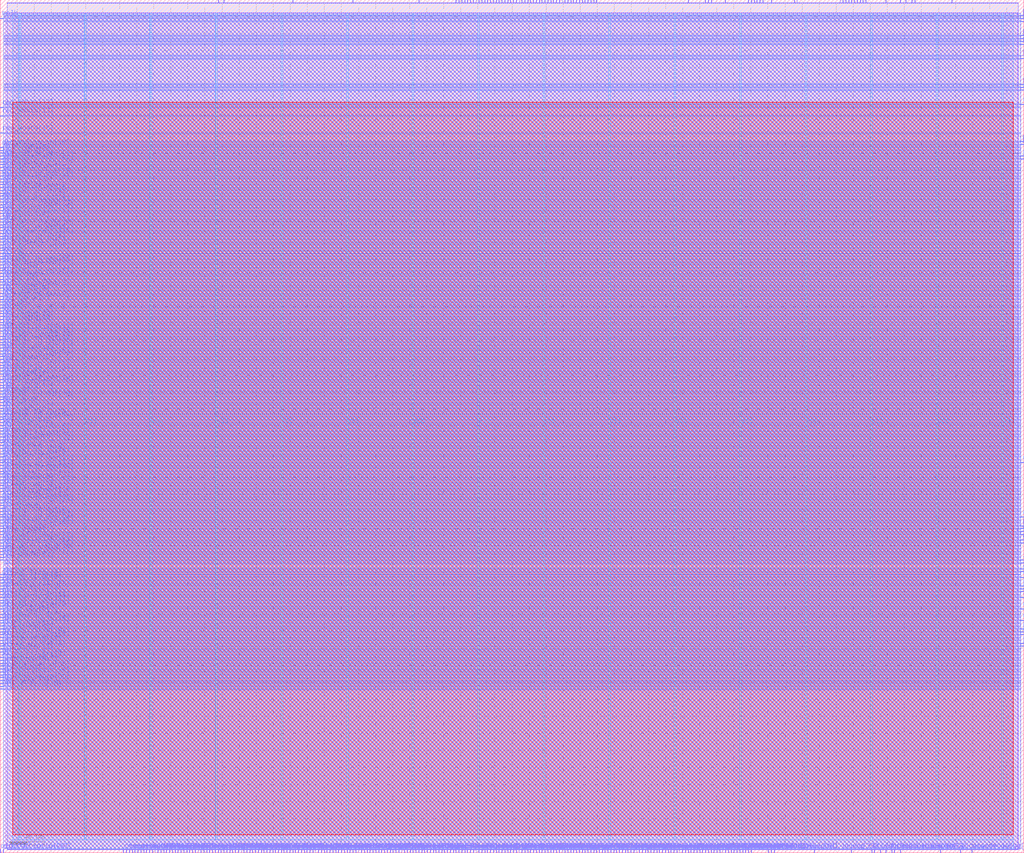
<source format=lef>
VERSION 5.7 ;
  NOWIREEXTENSIONATPIN ON ;
  DIVIDERCHAR "/" ;
  BUSBITCHARS "[]" ;
MACRO pinmux_top
  CLASS BLOCK ;
  FOREIGN pinmux_top ;
  ORIGIN 0.000 0.000 ;
  SIZE 1200.000 BY 1000.000 ;
  PIN VDD
    DIRECTION INOUT ;
    USE POWER ;
    PORT
      LAYER Metal4 ;
        RECT 22.240 15.380 23.840 984.220 ;
    END
    PORT
      LAYER Metal4 ;
        RECT 175.840 15.380 177.440 984.220 ;
    END
    PORT
      LAYER Metal4 ;
        RECT 329.440 15.380 331.040 984.220 ;
    END
    PORT
      LAYER Metal4 ;
        RECT 483.040 15.380 484.640 984.220 ;
    END
    PORT
      LAYER Metal4 ;
        RECT 636.640 15.380 638.240 984.220 ;
    END
    PORT
      LAYER Metal4 ;
        RECT 790.240 15.380 791.840 984.220 ;
    END
    PORT
      LAYER Metal4 ;
        RECT 943.840 15.380 945.440 984.220 ;
    END
    PORT
      LAYER Metal4 ;
        RECT 1097.440 15.380 1099.040 984.220 ;
    END
  END VDD
  PIN VSS
    DIRECTION INOUT ;
    USE GROUND ;
    PORT
      LAYER Metal4 ;
        RECT 99.040 15.380 100.640 984.220 ;
    END
    PORT
      LAYER Metal4 ;
        RECT 252.640 15.380 254.240 984.220 ;
    END
    PORT
      LAYER Metal4 ;
        RECT 406.240 15.380 407.840 984.220 ;
    END
    PORT
      LAYER Metal4 ;
        RECT 559.840 15.380 561.440 984.220 ;
    END
    PORT
      LAYER Metal4 ;
        RECT 713.440 15.380 715.040 984.220 ;
    END
    PORT
      LAYER Metal4 ;
        RECT 867.040 15.380 868.640 984.220 ;
    END
    PORT
      LAYER Metal4 ;
        RECT 1020.640 15.380 1022.240 984.220 ;
    END
    PORT
      LAYER Metal4 ;
        RECT 1174.240 15.380 1175.840 984.220 ;
    END
  END VSS
  PIN cfg_cska_pinmux[0]
    DIRECTION INPUT ;
    USE SIGNAL ;
    ANTENNAGATEAREA 2.204000 ;
    ANTENNADIFFAREA 0.410400 ;
    PORT
      LAYER Metal2 ;
        RECT 1031.520 0.000 1032.080 4.000 ;
    END
  END cfg_cska_pinmux[0]
  PIN cfg_cska_pinmux[1]
    DIRECTION INPUT ;
    USE SIGNAL ;
    ANTENNAGATEAREA 1.102000 ;
    ANTENNADIFFAREA 0.410400 ;
    PORT
      LAYER Metal2 ;
        RECT 1038.240 0.000 1038.800 4.000 ;
    END
  END cfg_cska_pinmux[1]
  PIN cfg_cska_pinmux[2]
    DIRECTION INPUT ;
    USE SIGNAL ;
    ANTENNAGATEAREA 0.498500 ;
    ANTENNADIFFAREA 0.410400 ;
    PORT
      LAYER Metal2 ;
        RECT 1048.320 0.000 1048.880 4.000 ;
    END
  END cfg_cska_pinmux[2]
  PIN cfg_cska_pinmux[3]
    DIRECTION INPUT ;
    USE SIGNAL ;
    ANTENNAGATEAREA 0.741000 ;
    ANTENNADIFFAREA 0.410400 ;
    PORT
      LAYER Metal2 ;
        RECT 1044.960 0.000 1045.520 4.000 ;
    END
  END cfg_cska_pinmux[3]
  PIN cfg_dc_trim[0]
    DIRECTION OUTPUT TRISTATE ;
    USE SIGNAL ;
    ANTENNADIFFAREA 2.080400 ;
    PORT
      LAYER Metal2 ;
        RECT 144.480 0.000 145.040 4.000 ;
    END
  END cfg_dc_trim[0]
  PIN cfg_dc_trim[10]
    DIRECTION OUTPUT TRISTATE ;
    USE SIGNAL ;
    ANTENNADIFFAREA 2.080400 ;
    PORT
      LAYER Metal3 ;
        RECT 0.000 191.520 4.000 192.080 ;
    END
  END cfg_dc_trim[10]
  PIN cfg_dc_trim[11]
    DIRECTION OUTPUT TRISTATE ;
    USE SIGNAL ;
    ANTENNADIFFAREA 1.986000 ;
    PORT
      LAYER Metal3 ;
        RECT 0.000 225.120 4.000 225.680 ;
    END
  END cfg_dc_trim[11]
  PIN cfg_dc_trim[12]
    DIRECTION OUTPUT TRISTATE ;
    USE SIGNAL ;
    ANTENNADIFFAREA 1.986000 ;
    PORT
      LAYER Metal3 ;
        RECT 0.000 245.280 4.000 245.840 ;
    END
  END cfg_dc_trim[12]
  PIN cfg_dc_trim[13]
    DIRECTION OUTPUT TRISTATE ;
    USE SIGNAL ;
    ANTENNADIFFAREA 1.986000 ;
    PORT
      LAYER Metal3 ;
        RECT 0.000 322.560 4.000 323.120 ;
    END
  END cfg_dc_trim[13]
  PIN cfg_dc_trim[14]
    DIRECTION OUTPUT TRISTATE ;
    USE SIGNAL ;
    ANTENNADIFFAREA 1.986000 ;
    PORT
      LAYER Metal3 ;
        RECT 0.000 315.840 4.000 316.400 ;
    END
  END cfg_dc_trim[14]
  PIN cfg_dc_trim[15]
    DIRECTION OUTPUT TRISTATE ;
    USE SIGNAL ;
    ANTENNADIFFAREA 2.080400 ;
    PORT
      LAYER Metal3 ;
        RECT 0.000 302.400 4.000 302.960 ;
    END
  END cfg_dc_trim[15]
  PIN cfg_dc_trim[16]
    DIRECTION OUTPUT TRISTATE ;
    USE SIGNAL ;
    ANTENNADIFFAREA 2.080400 ;
    PORT
      LAYER Metal2 ;
        RECT 876.960 0.000 877.520 4.000 ;
    END
  END cfg_dc_trim[16]
  PIN cfg_dc_trim[17]
    DIRECTION OUTPUT TRISTATE ;
    USE SIGNAL ;
    ANTENNADIFFAREA 2.080400 ;
    PORT
      LAYER Metal2 ;
        RECT 873.600 0.000 874.160 4.000 ;
    END
  END cfg_dc_trim[17]
  PIN cfg_dc_trim[18]
    DIRECTION OUTPUT TRISTATE ;
    USE SIGNAL ;
    ANTENNADIFFAREA 2.080400 ;
    PORT
      LAYER Metal2 ;
        RECT 863.520 0.000 864.080 4.000 ;
    END
  END cfg_dc_trim[18]
  PIN cfg_dc_trim[19]
    DIRECTION OUTPUT TRISTATE ;
    USE SIGNAL ;
    ANTENNADIFFAREA 2.080400 ;
    PORT
      LAYER Metal2 ;
        RECT 722.400 0.000 722.960 4.000 ;
    END
  END cfg_dc_trim[19]
  PIN cfg_dc_trim[1]
    DIRECTION OUTPUT TRISTATE ;
    USE SIGNAL ;
    ANTENNADIFFAREA 2.080400 ;
    PORT
      LAYER Metal2 ;
        RECT 514.080 0.000 514.640 4.000 ;
    END
  END cfg_dc_trim[1]
  PIN cfg_dc_trim[20]
    DIRECTION OUTPUT TRISTATE ;
    USE SIGNAL ;
    ANTENNADIFFAREA 2.080400 ;
    PORT
      LAYER Metal2 ;
        RECT 756.000 0.000 756.560 4.000 ;
    END
  END cfg_dc_trim[20]
  PIN cfg_dc_trim[21]
    DIRECTION OUTPUT TRISTATE ;
    USE SIGNAL ;
    ANTENNADIFFAREA 2.080400 ;
    PORT
      LAYER Metal2 ;
        RECT 725.760 0.000 726.320 4.000 ;
    END
  END cfg_dc_trim[21]
  PIN cfg_dc_trim[22]
    DIRECTION OUTPUT TRISTATE ;
    USE SIGNAL ;
    ANTENNADIFFAREA 2.080400 ;
    PORT
      LAYER Metal2 ;
        RECT 823.200 0.000 823.760 4.000 ;
    END
  END cfg_dc_trim[22]
  PIN cfg_dc_trim[23]
    DIRECTION OUTPUT TRISTATE ;
    USE SIGNAL ;
    ANTENNADIFFAREA 2.080400 ;
    PORT
      LAYER Metal2 ;
        RECT 766.080 0.000 766.640 4.000 ;
    END
  END cfg_dc_trim[23]
  PIN cfg_dc_trim[24]
    DIRECTION OUTPUT TRISTATE ;
    USE SIGNAL ;
    ANTENNADIFFAREA 2.080400 ;
    PORT
      LAYER Metal2 ;
        RECT 762.720 0.000 763.280 4.000 ;
    END
  END cfg_dc_trim[24]
  PIN cfg_dc_trim[25]
    DIRECTION OUTPUT TRISTATE ;
    USE SIGNAL ;
    ANTENNADIFFAREA 2.080400 ;
    PORT
      LAYER Metal2 ;
        RECT 786.240 0.000 786.800 4.000 ;
    END
  END cfg_dc_trim[25]
  PIN cfg_dc_trim[2]
    DIRECTION OUTPUT TRISTATE ;
    USE SIGNAL ;
    ANTENNADIFFAREA 2.080400 ;
    PORT
      LAYER Metal2 ;
        RECT 178.080 0.000 178.640 4.000 ;
    END
  END cfg_dc_trim[2]
  PIN cfg_dc_trim[3]
    DIRECTION OUTPUT TRISTATE ;
    USE SIGNAL ;
    ANTENNADIFFAREA 2.080400 ;
    PORT
      LAYER Metal2 ;
        RECT 493.920 0.000 494.480 4.000 ;
    END
  END cfg_dc_trim[3]
  PIN cfg_dc_trim[4]
    DIRECTION OUTPUT TRISTATE ;
    USE SIGNAL ;
    ANTENNADIFFAREA 2.080400 ;
    PORT
      LAYER Metal2 ;
        RECT 517.440 0.000 518.000 4.000 ;
    END
  END cfg_dc_trim[4]
  PIN cfg_dc_trim[5]
    DIRECTION OUTPUT TRISTATE ;
    USE SIGNAL ;
    ANTENNADIFFAREA 2.080400 ;
    PORT
      LAYER Metal2 ;
        RECT 191.520 0.000 192.080 4.000 ;
    END
  END cfg_dc_trim[5]
  PIN cfg_dc_trim[6]
    DIRECTION OUTPUT TRISTATE ;
    USE SIGNAL ;
    ANTENNADIFFAREA 2.080400 ;
    PORT
      LAYER Metal2 ;
        RECT 188.160 0.000 188.720 4.000 ;
    END
  END cfg_dc_trim[6]
  PIN cfg_dc_trim[7]
    DIRECTION OUTPUT TRISTATE ;
    USE SIGNAL ;
    ANTENNADIFFAREA 2.080400 ;
    PORT
      LAYER Metal2 ;
        RECT 184.800 0.000 185.360 4.000 ;
    END
  END cfg_dc_trim[7]
  PIN cfg_dc_trim[8]
    DIRECTION OUTPUT TRISTATE ;
    USE SIGNAL ;
    ANTENNADIFFAREA 2.080400 ;
    PORT
      LAYER Metal3 ;
        RECT 0.000 241.920 4.000 242.480 ;
    END
  END cfg_dc_trim[8]
  PIN cfg_dc_trim[9]
    DIRECTION OUTPUT TRISTATE ;
    USE SIGNAL ;
    ANTENNADIFFAREA 1.986000 ;
    PORT
      LAYER Metal3 ;
        RECT 0.000 282.240 4.000 282.800 ;
    END
  END cfg_dc_trim[9]
  PIN cfg_dco_mode
    DIRECTION OUTPUT TRISTATE ;
    USE SIGNAL ;
    ANTENNADIFFAREA 2.080400 ;
    PORT
      LAYER Metal2 ;
        RECT 732.480 0.000 733.040 4.000 ;
    END
  END cfg_dco_mode
  PIN cfg_pll_enb
    DIRECTION OUTPUT TRISTATE ;
    USE SIGNAL ;
    ANTENNADIFFAREA 1.986000 ;
    PORT
      LAYER Metal3 ;
        RECT 1196.000 376.320 1200.000 376.880 ;
    END
  END cfg_pll_enb
  PIN cfg_pll_fed_div[0]
    DIRECTION OUTPUT TRISTATE ;
    USE SIGNAL ;
    ANTENNADIFFAREA 2.080400 ;
    PORT
      LAYER Metal2 ;
        RECT 708.960 0.000 709.520 4.000 ;
    END
  END cfg_pll_fed_div[0]
  PIN cfg_pll_fed_div[1]
    DIRECTION OUTPUT TRISTATE ;
    USE SIGNAL ;
    ANTENNADIFFAREA 2.080400 ;
    PORT
      LAYER Metal2 ;
        RECT 685.440 0.000 686.000 4.000 ;
    END
  END cfg_pll_fed_div[1]
  PIN cfg_pll_fed_div[2]
    DIRECTION OUTPUT TRISTATE ;
    USE SIGNAL ;
    ANTENNADIFFAREA 2.080400 ;
    PORT
      LAYER Metal2 ;
        RECT 712.320 0.000 712.880 4.000 ;
    END
  END cfg_pll_fed_div[2]
  PIN cfg_pll_fed_div[3]
    DIRECTION OUTPUT TRISTATE ;
    USE SIGNAL ;
    ANTENNADIFFAREA 2.080400 ;
    PORT
      LAYER Metal2 ;
        RECT 695.520 0.000 696.080 4.000 ;
    END
  END cfg_pll_fed_div[3]
  PIN cfg_pll_fed_div[4]
    DIRECTION OUTPUT TRISTATE ;
    USE SIGNAL ;
    ANTENNADIFFAREA 2.080400 ;
    PORT
      LAYER Metal2 ;
        RECT 742.560 0.000 743.120 4.000 ;
    END
  END cfg_pll_fed_div[4]
  PIN cfg_riscv_ctrl[0]
    DIRECTION OUTPUT TRISTATE ;
    USE SIGNAL ;
    ANTENNADIFFAREA 2.080400 ;
    PORT
      LAYER Metal2 ;
        RECT 194.880 0.000 195.440 4.000 ;
    END
  END cfg_riscv_ctrl[0]
  PIN cfg_riscv_ctrl[10]
    DIRECTION OUTPUT TRISTATE ;
    USE SIGNAL ;
    ANTENNADIFFAREA 2.080400 ;
    PORT
      LAYER Metal2 ;
        RECT 221.760 0.000 222.320 4.000 ;
    END
  END cfg_riscv_ctrl[10]
  PIN cfg_riscv_ctrl[11]
    DIRECTION OUTPUT TRISTATE ;
    USE SIGNAL ;
    ANTENNADIFFAREA 2.080400 ;
    PORT
      LAYER Metal2 ;
        RECT 386.400 0.000 386.960 4.000 ;
    END
  END cfg_riscv_ctrl[11]
  PIN cfg_riscv_ctrl[12]
    DIRECTION OUTPUT TRISTATE ;
    USE SIGNAL ;
    ANTENNADIFFAREA 2.080400 ;
    PORT
      LAYER Metal2 ;
        RECT 211.680 0.000 212.240 4.000 ;
    END
  END cfg_riscv_ctrl[12]
  PIN cfg_riscv_ctrl[13]
    DIRECTION OUTPUT TRISTATE ;
    USE SIGNAL ;
    ANTENNADIFFAREA 2.080400 ;
    PORT
      LAYER Metal2 ;
        RECT 453.600 0.000 454.160 4.000 ;
    END
  END cfg_riscv_ctrl[13]
  PIN cfg_riscv_ctrl[14]
    DIRECTION OUTPUT TRISTATE ;
    USE SIGNAL ;
    ANTENNADIFFAREA 2.080400 ;
    PORT
      LAYER Metal2 ;
        RECT 389.760 0.000 390.320 4.000 ;
    END
  END cfg_riscv_ctrl[14]
  PIN cfg_riscv_ctrl[15]
    DIRECTION OUTPUT TRISTATE ;
    USE SIGNAL ;
    ANTENNADIFFAREA 2.365600 ;
    PORT
      LAYER Metal2 ;
        RECT 551.040 0.000 551.600 4.000 ;
    END
  END cfg_riscv_ctrl[15]
  PIN cfg_riscv_ctrl[1]
    DIRECTION OUTPUT TRISTATE ;
    USE SIGNAL ;
    ANTENNADIFFAREA 2.365600 ;
    PORT
      LAYER Metal2 ;
        RECT 228.480 0.000 229.040 4.000 ;
    END
  END cfg_riscv_ctrl[1]
  PIN cfg_riscv_ctrl[2]
    DIRECTION OUTPUT TRISTATE ;
    USE SIGNAL ;
    ANTENNADIFFAREA 2.365600 ;
    PORT
      LAYER Metal2 ;
        RECT 201.600 0.000 202.160 4.000 ;
    END
  END cfg_riscv_ctrl[2]
  PIN cfg_riscv_ctrl[3]
    DIRECTION OUTPUT TRISTATE ;
    USE SIGNAL ;
    ANTENNADIFFAREA 2.365600 ;
    PORT
      LAYER Metal2 ;
        RECT 520.800 0.000 521.360 4.000 ;
    END
  END cfg_riscv_ctrl[3]
  PIN cfg_riscv_ctrl[4]
    DIRECTION OUTPUT TRISTATE ;
    USE SIGNAL ;
    ANTENNADIFFAREA 2.365600 ;
    PORT
      LAYER Metal2 ;
        RECT 204.960 0.000 205.520 4.000 ;
    END
  END cfg_riscv_ctrl[4]
  PIN cfg_riscv_ctrl[5]
    DIRECTION OUTPUT TRISTATE ;
    USE SIGNAL ;
    ANTENNADIFFAREA 2.365600 ;
    PORT
      LAYER Metal2 ;
        RECT 544.320 0.000 544.880 4.000 ;
    END
  END cfg_riscv_ctrl[5]
  PIN cfg_riscv_ctrl[6]
    DIRECTION OUTPUT TRISTATE ;
    USE SIGNAL ;
    ANTENNADIFFAREA 2.365600 ;
    PORT
      LAYER Metal2 ;
        RECT 661.920 0.000 662.480 4.000 ;
    END
  END cfg_riscv_ctrl[6]
  PIN cfg_riscv_ctrl[7]
    DIRECTION OUTPUT TRISTATE ;
    USE SIGNAL ;
    ANTENNADIFFAREA 2.080400 ;
    PORT
      LAYER Metal2 ;
        RECT 440.160 0.000 440.720 4.000 ;
    END
  END cfg_riscv_ctrl[7]
  PIN cfg_riscv_ctrl[8]
    DIRECTION OUTPUT TRISTATE ;
    USE SIGNAL ;
    ANTENNADIFFAREA 2.365600 ;
    PORT
      LAYER Metal2 ;
        RECT 430.080 0.000 430.640 4.000 ;
    END
  END cfg_riscv_ctrl[8]
  PIN cfg_riscv_ctrl[9]
    DIRECTION OUTPUT TRISTATE ;
    USE SIGNAL ;
    ANTENNADIFFAREA 2.365600 ;
    PORT
      LAYER Metal2 ;
        RECT 530.880 0.000 531.440 4.000 ;
    END
  END cfg_riscv_ctrl[9]
  PIN cfg_strap_pad_ctrl
    DIRECTION INPUT ;
    USE SIGNAL ;
    ANTENNAGATEAREA 2.204000 ;
    ANTENNADIFFAREA 0.410400 ;
    PORT
      LAYER Metal3 ;
        RECT 0.000 346.080 4.000 346.640 ;
    END
  END cfg_strap_pad_ctrl
  PIN cpu_clk
    DIRECTION INPUT ;
    USE SIGNAL ;
    ANTENNAGATEAREA 0.726000 ;
    ANTENNADIFFAREA 0.410400 ;
    PORT
      LAYER Metal2 ;
        RECT 524.160 0.000 524.720 4.000 ;
    END
  END cpu_clk
  PIN cpu_core_rst_n[0]
    DIRECTION OUTPUT TRISTATE ;
    USE SIGNAL ;
    ANTENNADIFFAREA 2.080400 ;
    PORT
      LAYER Metal2 ;
        RECT 231.840 0.000 232.400 4.000 ;
    END
  END cpu_core_rst_n[0]
  PIN cpu_core_rst_n[1]
    DIRECTION OUTPUT TRISTATE ;
    USE SIGNAL ;
    ANTENNADIFFAREA 2.080400 ;
    PORT
      LAYER Metal2 ;
        RECT 245.280 0.000 245.840 4.000 ;
    END
  END cpu_core_rst_n[1]
  PIN cpu_core_rst_n[2]
    DIRECTION OUTPUT TRISTATE ;
    USE SIGNAL ;
    ANTENNADIFFAREA 1.986000 ;
    PORT
      LAYER Metal3 ;
        RECT 0.000 194.880 4.000 195.440 ;
    END
  END cpu_core_rst_n[2]
  PIN cpu_core_rst_n[3]
    DIRECTION OUTPUT TRISTATE ;
    USE SIGNAL ;
    ANTENNADIFFAREA 1.986000 ;
    PORT
      LAYER Metal3 ;
        RECT 0.000 309.120 4.000 309.680 ;
    END
  END cpu_core_rst_n[3]
  PIN cpu_intf_rst_n
    DIRECTION OUTPUT TRISTATE ;
    USE SIGNAL ;
    ANTENNADIFFAREA 2.080400 ;
    PORT
      LAYER Metal2 ;
        RECT 433.440 0.000 434.000 4.000 ;
    END
  END cpu_intf_rst_n
  PIN digital_io_in[0]
    DIRECTION INPUT ;
    USE SIGNAL ;
    ANTENNAGATEAREA 0.396000 ;
    ANTENNADIFFAREA 0.410400 ;
    PORT
      LAYER Metal2 ;
        RECT 255.360 996.000 255.920 1000.000 ;
    END
  END digital_io_in[0]
  PIN digital_io_in[10]
    DIRECTION INPUT ;
    USE SIGNAL ;
    ANTENNAGATEAREA 0.396000 ;
    ANTENNADIFFAREA 0.410400 ;
    PORT
      LAYER Metal3 ;
        RECT 0.000 826.560 4.000 827.120 ;
    END
  END digital_io_in[10]
  PIN digital_io_in[11]
    DIRECTION INPUT ;
    USE SIGNAL ;
    ANTENNAGATEAREA 0.396000 ;
    ANTENNADIFFAREA 0.410400 ;
    PORT
      LAYER Metal3 ;
        RECT 0.000 272.160 4.000 272.720 ;
    END
  END digital_io_in[11]
  PIN digital_io_in[12]
    DIRECTION INPUT ;
    USE SIGNAL ;
    ANTENNAGATEAREA 0.396000 ;
    ANTENNADIFFAREA 0.410400 ;
    PORT
      LAYER Metal3 ;
        RECT 0.000 735.840 4.000 736.400 ;
    END
  END digital_io_in[12]
  PIN digital_io_in[13]
    DIRECTION INPUT ;
    USE SIGNAL ;
    ANTENNAGATEAREA 0.396000 ;
    ANTENNADIFFAREA 0.410400 ;
    PORT
      LAYER Metal3 ;
        RECT 0.000 450.240 4.000 450.800 ;
    END
  END digital_io_in[13]
  PIN digital_io_in[14]
    DIRECTION INPUT ;
    USE SIGNAL ;
    ANTENNAGATEAREA 0.396000 ;
    ANTENNADIFFAREA 0.410400 ;
    PORT
      LAYER Metal3 ;
        RECT 0.000 295.680 4.000 296.240 ;
    END
  END digital_io_in[14]
  PIN digital_io_in[15]
    DIRECTION INPUT ;
    USE SIGNAL ;
    ANTENNAGATEAREA 0.396000 ;
    ANTENNADIFFAREA 0.410400 ;
    PORT
      LAYER Metal3 ;
        RECT 0.000 285.600 4.000 286.160 ;
    END
  END digital_io_in[15]
  PIN digital_io_in[16]
    DIRECTION INPUT ;
    USE SIGNAL ;
    ANTENNAGATEAREA 0.396000 ;
    ANTENNADIFFAREA 0.410400 ;
    PORT
      LAYER Metal3 ;
        RECT 0.000 268.800 4.000 269.360 ;
    END
  END digital_io_in[16]
  PIN digital_io_in[17]
    DIRECTION INPUT ;
    USE SIGNAL ;
    ANTENNAGATEAREA 0.396000 ;
    ANTENNADIFFAREA 0.410400 ;
    PORT
      LAYER Metal3 ;
        RECT 0.000 299.040 4.000 299.600 ;
    END
  END digital_io_in[17]
  PIN digital_io_in[18]
    DIRECTION INPUT ;
    USE SIGNAL ;
    ANTENNAGATEAREA 0.396000 ;
    ANTENNADIFFAREA 0.410400 ;
    PORT
      LAYER Metal3 ;
        RECT 0.000 413.280 4.000 413.840 ;
    END
  END digital_io_in[18]
  PIN digital_io_in[19]
    DIRECTION INPUT ;
    USE SIGNAL ;
    ANTENNAGATEAREA 0.396000 ;
    ANTENNADIFFAREA 0.410400 ;
    PORT
      LAYER Metal3 ;
        RECT 0.000 379.680 4.000 380.240 ;
    END
  END digital_io_in[19]
  PIN digital_io_in[1]
    DIRECTION INPUT ;
    USE SIGNAL ;
    ANTENNAGATEAREA 0.396000 ;
    ANTENNADIFFAREA 0.410400 ;
    PORT
      LAYER Metal3 ;
        RECT 0.000 715.680 4.000 716.240 ;
    END
  END digital_io_in[1]
  PIN digital_io_in[20]
    DIRECTION INPUT ;
    USE SIGNAL ;
    ANTENNAGATEAREA 0.396000 ;
    ANTENNADIFFAREA 0.410400 ;
    PORT
      LAYER Metal3 ;
        RECT 0.000 362.880 4.000 363.440 ;
    END
  END digital_io_in[20]
  PIN digital_io_in[21]
    DIRECTION INPUT ;
    USE SIGNAL ;
    ANTENNAGATEAREA 0.396000 ;
    ANTENNADIFFAREA 0.410400 ;
    PORT
      LAYER Metal3 ;
        RECT 0.000 567.840 4.000 568.400 ;
    END
  END digital_io_in[21]
  PIN digital_io_in[22]
    DIRECTION INPUT ;
    USE SIGNAL ;
    ANTENNAGATEAREA 0.396000 ;
    ANTENNADIFFAREA 0.410400 ;
    PORT
      LAYER Metal2 ;
        RECT 413.280 996.000 413.840 1000.000 ;
    END
  END digital_io_in[22]
  PIN digital_io_in[23]
    DIRECTION INPUT ;
    USE SIGNAL ;
    ANTENNAGATEAREA 0.396000 ;
    ANTENNADIFFAREA 0.410400 ;
    PORT
      LAYER Metal2 ;
        RECT 342.720 996.000 343.280 1000.000 ;
    END
  END digital_io_in[23]
  PIN digital_io_in[24]
    DIRECTION INPUT ;
    USE SIGNAL ;
    ANTENNAGATEAREA 0.396000 ;
    ANTENNADIFFAREA 0.410400 ;
    PORT
      LAYER Metal3 ;
        RECT 0.000 712.320 4.000 712.880 ;
    END
  END digital_io_in[24]
  PIN digital_io_in[25]
    DIRECTION INPUT ;
    USE SIGNAL ;
    ANTENNAGATEAREA 0.396000 ;
    ANTENNADIFFAREA 0.410400 ;
    PORT
      LAYER Metal3 ;
        RECT 0.000 705.600 4.000 706.160 ;
    END
  END digital_io_in[25]
  PIN digital_io_in[26]
    DIRECTION INPUT ;
    USE SIGNAL ;
    ANTENNAGATEAREA 0.396000 ;
    ANTENNADIFFAREA 0.410400 ;
    PORT
      LAYER Metal3 ;
        RECT 0.000 510.720 4.000 511.280 ;
    END
  END digital_io_in[26]
  PIN digital_io_in[27]
    DIRECTION INPUT ;
    USE SIGNAL ;
    ANTENNAGATEAREA 0.396000 ;
    ANTENNADIFFAREA 0.410400 ;
    PORT
      LAYER Metal3 ;
        RECT 0.000 423.360 4.000 423.920 ;
    END
  END digital_io_in[27]
  PIN digital_io_in[28]
    DIRECTION INPUT ;
    USE SIGNAL ;
    PORT
      LAYER Metal2 ;
        RECT 0.000 0.000 0.560 4.000 ;
    END
  END digital_io_in[28]
  PIN digital_io_in[29]
    DIRECTION INPUT ;
    USE SIGNAL ;
    ANTENNAGATEAREA 0.741000 ;
    ANTENNADIFFAREA 0.410400 ;
    PORT
      LAYER Metal3 ;
        RECT 0.000 252.000 4.000 252.560 ;
    END
  END digital_io_in[29]
  PIN digital_io_in[2]
    DIRECTION INPUT ;
    USE SIGNAL ;
    ANTENNAGATEAREA 0.396000 ;
    ANTENNADIFFAREA 0.410400 ;
    PORT
      LAYER Metal3 ;
        RECT 0.000 719.040 4.000 719.600 ;
    END
  END digital_io_in[2]
  PIN digital_io_in[30]
    DIRECTION INPUT ;
    USE SIGNAL ;
    ANTENNAGATEAREA 0.498500 ;
    ANTENNADIFFAREA 0.410400 ;
    PORT
      LAYER Metal2 ;
        RECT 248.640 0.000 249.200 4.000 ;
    END
  END digital_io_in[30]
  PIN digital_io_in[31]
    DIRECTION INPUT ;
    USE SIGNAL ;
    ANTENNAGATEAREA 0.741000 ;
    ANTENNADIFFAREA 0.410400 ;
    PORT
      LAYER Metal2 ;
        RECT 255.360 0.000 255.920 4.000 ;
    END
  END digital_io_in[31]
  PIN digital_io_in[32]
    DIRECTION INPUT ;
    USE SIGNAL ;
    ANTENNAGATEAREA 0.741000 ;
    ANTENNADIFFAREA 0.410400 ;
    PORT
      LAYER Metal2 ;
        RECT 299.040 0.000 299.600 4.000 ;
    END
  END digital_io_in[32]
  PIN digital_io_in[33]
    DIRECTION INPUT ;
    USE SIGNAL ;
    ANTENNAGATEAREA 0.498500 ;
    ANTENNADIFFAREA 0.410400 ;
    PORT
      LAYER Metal2 ;
        RECT 272.160 0.000 272.720 4.000 ;
    END
  END digital_io_in[33]
  PIN digital_io_in[34]
    DIRECTION INPUT ;
    USE SIGNAL ;
    ANTENNAGATEAREA 0.498500 ;
    ANTENNADIFFAREA 0.410400 ;
    PORT
      LAYER Metal3 ;
        RECT 0.000 208.320 4.000 208.880 ;
    END
  END digital_io_in[34]
  PIN digital_io_in[35]
    DIRECTION INPUT ;
    USE SIGNAL ;
    ANTENNAGATEAREA 0.498500 ;
    ANTENNADIFFAREA 0.410400 ;
    PORT
      LAYER Metal3 ;
        RECT 0.000 215.040 4.000 215.600 ;
    END
  END digital_io_in[35]
  PIN digital_io_in[36]
    DIRECTION INPUT ;
    USE SIGNAL ;
    ANTENNAGATEAREA 0.498500 ;
    ANTENNADIFFAREA 0.410400 ;
    PORT
      LAYER Metal3 ;
        RECT 0.000 201.600 4.000 202.160 ;
    END
  END digital_io_in[36]
  PIN digital_io_in[37]
    DIRECTION INPUT ;
    USE SIGNAL ;
    PORT
      LAYER Metal2 ;
        RECT 3.360 0.000 3.920 4.000 ;
    END
  END digital_io_in[37]
  PIN digital_io_in[3]
    DIRECTION INPUT ;
    USE SIGNAL ;
    ANTENNAGATEAREA 0.396000 ;
    ANTENNADIFFAREA 0.410400 ;
    PORT
      LAYER Metal3 ;
        RECT 0.000 725.760 4.000 726.320 ;
    END
  END digital_io_in[3]
  PIN digital_io_in[4]
    DIRECTION INPUT ;
    USE SIGNAL ;
    ANTENNAGATEAREA 0.396000 ;
    ANTENNADIFFAREA 0.410400 ;
    PORT
      LAYER Metal3 ;
        RECT 0.000 769.440 4.000 770.000 ;
    END
  END digital_io_in[4]
  PIN digital_io_in[5]
    DIRECTION INPUT ;
    USE SIGNAL ;
    ANTENNAGATEAREA 0.396000 ;
    ANTENNADIFFAREA 0.410400 ;
    PORT
      LAYER Metal3 ;
        RECT 0.000 467.040 4.000 467.600 ;
    END
  END digital_io_in[5]
  PIN digital_io_in[6]
    DIRECTION INPUT ;
    USE SIGNAL ;
    ANTENNAGATEAREA 0.396000 ;
    ANTENNADIFFAREA 0.410400 ;
    PORT
      LAYER Metal2 ;
        RECT 315.840 0.000 316.400 4.000 ;
    END
  END digital_io_in[6]
  PIN digital_io_in[7]
    DIRECTION INPUT ;
    USE SIGNAL ;
    ANTENNAGATEAREA 0.396000 ;
    ANTENNADIFFAREA 0.410400 ;
    PORT
      LAYER Metal3 ;
        RECT 0.000 608.160 4.000 608.720 ;
    END
  END digital_io_in[7]
  PIN digital_io_in[8]
    DIRECTION INPUT ;
    USE SIGNAL ;
    ANTENNAGATEAREA 0.396000 ;
    ANTENNADIFFAREA 0.410400 ;
    PORT
      LAYER Metal3 ;
        RECT 0.000 470.400 4.000 470.960 ;
    END
  END digital_io_in[8]
  PIN digital_io_in[9]
    DIRECTION INPUT ;
    USE SIGNAL ;
    ANTENNAGATEAREA 0.396000 ;
    ANTENNADIFFAREA 0.410400 ;
    PORT
      LAYER Metal3 ;
        RECT 0.000 635.040 4.000 635.600 ;
    END
  END digital_io_in[9]
  PIN digital_io_oen[0]
    DIRECTION OUTPUT TRISTATE ;
    USE SIGNAL ;
    ANTENNADIFFAREA 1.986000 ;
    PORT
      LAYER Metal3 ;
        RECT 0.000 772.800 4.000 773.360 ;
    END
  END digital_io_oen[0]
  PIN digital_io_oen[10]
    DIRECTION OUTPUT TRISTATE ;
    USE SIGNAL ;
    ANTENNADIFFAREA 2.080400 ;
    PORT
      LAYER Metal3 ;
        RECT 0.000 547.680 4.000 548.240 ;
    END
  END digital_io_oen[10]
  PIN digital_io_oen[11]
    DIRECTION OUTPUT TRISTATE ;
    USE SIGNAL ;
    ANTENNADIFFAREA 2.080400 ;
    PORT
      LAYER Metal3 ;
        RECT 0.000 611.520 4.000 612.080 ;
    END
  END digital_io_oen[11]
  PIN digital_io_oen[12]
    DIRECTION OUTPUT TRISTATE ;
    USE SIGNAL ;
    ANTENNADIFFAREA 2.080400 ;
    PORT
      LAYER Metal3 ;
        RECT 0.000 604.800 4.000 605.360 ;
    END
  END digital_io_oen[12]
  PIN digital_io_oen[13]
    DIRECTION OUTPUT TRISTATE ;
    USE SIGNAL ;
    ANTENNADIFFAREA 2.080400 ;
    PORT
      LAYER Metal2 ;
        RECT 238.560 0.000 239.120 4.000 ;
    END
  END digital_io_oen[13]
  PIN digital_io_oen[14]
    DIRECTION OUTPUT TRISTATE ;
    USE SIGNAL ;
    ANTENNADIFFAREA 2.080400 ;
    PORT
      LAYER Metal2 ;
        RECT 399.840 0.000 400.400 4.000 ;
    END
  END digital_io_oen[14]
  PIN digital_io_oen[15]
    DIRECTION OUTPUT TRISTATE ;
    USE SIGNAL ;
    ANTENNADIFFAREA 2.080400 ;
    PORT
      LAYER Metal2 ;
        RECT 406.560 0.000 407.120 4.000 ;
    END
  END digital_io_oen[15]
  PIN digital_io_oen[16]
    DIRECTION OUTPUT TRISTATE ;
    USE SIGNAL ;
    ANTENNADIFFAREA 2.080400 ;
    PORT
      LAYER Metal3 ;
        RECT 0.000 551.040 4.000 551.600 ;
    END
  END digital_io_oen[16]
  PIN digital_io_oen[17]
    DIRECTION OUTPUT TRISTATE ;
    USE SIGNAL ;
    ANTENNADIFFAREA 1.986000 ;
    PORT
      LAYER Metal3 ;
        RECT 0.000 349.440 4.000 350.000 ;
    END
  END digital_io_oen[17]
  PIN digital_io_oen[18]
    DIRECTION OUTPUT TRISTATE ;
    USE SIGNAL ;
    ANTENNADIFFAREA 2.080400 ;
    PORT
      LAYER Metal3 ;
        RECT 0.000 359.520 4.000 360.080 ;
    END
  END digital_io_oen[18]
  PIN digital_io_oen[19]
    DIRECTION OUTPUT TRISTATE ;
    USE SIGNAL ;
    ANTENNADIFFAREA 2.080400 ;
    PORT
      LAYER Metal3 ;
        RECT 0.000 393.120 4.000 393.680 ;
    END
  END digital_io_oen[19]
  PIN digital_io_oen[1]
    DIRECTION OUTPUT TRISTATE ;
    USE SIGNAL ;
    ANTENNADIFFAREA 1.986000 ;
    PORT
      LAYER Metal3 ;
        RECT 0.000 745.920 4.000 746.480 ;
    END
  END digital_io_oen[1]
  PIN digital_io_oen[20]
    DIRECTION OUTPUT TRISTATE ;
    USE SIGNAL ;
    ANTENNADIFFAREA 2.080400 ;
    PORT
      LAYER Metal3 ;
        RECT 0.000 561.120 4.000 561.680 ;
    END
  END digital_io_oen[20]
  PIN digital_io_oen[21]
    DIRECTION OUTPUT TRISTATE ;
    USE SIGNAL ;
    ANTENNADIFFAREA 2.080400 ;
    PORT
      LAYER Metal3 ;
        RECT 0.000 813.120 4.000 813.680 ;
    END
  END digital_io_oen[21]
  PIN digital_io_oen[22]
    DIRECTION OUTPUT TRISTATE ;
    USE SIGNAL ;
    ANTENNADIFFAREA 2.080400 ;
    PORT
      LAYER Metal3 ;
        RECT 0.000 688.800 4.000 689.360 ;
    END
  END digital_io_oen[22]
  PIN digital_io_oen[23]
    DIRECTION OUTPUT TRISTATE ;
    USE SIGNAL ;
    ANTENNADIFFAREA 2.080400 ;
    PORT
      LAYER Metal3 ;
        RECT 0.000 692.160 4.000 692.720 ;
    END
  END digital_io_oen[23]
  PIN digital_io_oen[24]
    DIRECTION OUTPUT TRISTATE ;
    USE SIGNAL ;
    ANTENNADIFFAREA 1.986000 ;
    PORT
      LAYER Metal3 ;
        RECT 0.000 759.360 4.000 759.920 ;
    END
  END digital_io_oen[24]
  PIN digital_io_oen[25]
    DIRECTION OUTPUT TRISTATE ;
    USE SIGNAL ;
    ANTENNADIFFAREA 1.986000 ;
    PORT
      LAYER Metal3 ;
        RECT 0.000 789.600 4.000 790.160 ;
    END
  END digital_io_oen[25]
  PIN digital_io_oen[26]
    DIRECTION OUTPUT TRISTATE ;
    USE SIGNAL ;
    ANTENNADIFFAREA 2.080400 ;
    PORT
      LAYER Metal3 ;
        RECT 0.000 594.720 4.000 595.280 ;
    END
  END digital_io_oen[26]
  PIN digital_io_oen[27]
    DIRECTION OUTPUT TRISTATE ;
    USE SIGNAL ;
    ANTENNADIFFAREA 2.080400 ;
    PORT
      LAYER Metal3 ;
        RECT 0.000 487.200 4.000 487.760 ;
    END
  END digital_io_oen[27]
  PIN digital_io_oen[28]
    DIRECTION OUTPUT TRISTATE ;
    USE SIGNAL ;
    ANTENNADIFFAREA 1.986000 ;
    PORT
      LAYER Metal3 ;
        RECT 0.000 406.560 4.000 407.120 ;
    END
  END digital_io_oen[28]
  PIN digital_io_oen[29]
    DIRECTION OUTPUT TRISTATE ;
    USE SIGNAL ;
    ANTENNADIFFAREA 1.986000 ;
    PORT
      LAYER Metal3 ;
        RECT 0.000 409.920 4.000 410.480 ;
    END
  END digital_io_oen[29]
  PIN digital_io_oen[2]
    DIRECTION OUTPUT TRISTATE ;
    USE SIGNAL ;
    ANTENNADIFFAREA 2.080400 ;
    PORT
      LAYER Metal3 ;
        RECT 0.000 648.480 4.000 649.040 ;
    END
  END digital_io_oen[2]
  PIN digital_io_oen[30]
    DIRECTION OUTPUT TRISTATE ;
    USE SIGNAL ;
    ANTENNADIFFAREA 1.986000 ;
    PORT
      LAYER Metal3 ;
        RECT 0.000 483.840 4.000 484.400 ;
    END
  END digital_io_oen[30]
  PIN digital_io_oen[31]
    DIRECTION OUTPUT TRISTATE ;
    USE SIGNAL ;
    ANTENNADIFFAREA 1.986000 ;
    PORT
      LAYER Metal3 ;
        RECT 0.000 456.960 4.000 457.520 ;
    END
  END digital_io_oen[31]
  PIN digital_io_oen[32]
    DIRECTION OUTPUT TRISTATE ;
    USE SIGNAL ;
    ANTENNADIFFAREA 2.080400 ;
    PORT
      LAYER Metal3 ;
        RECT 0.000 436.800 4.000 437.360 ;
    END
  END digital_io_oen[32]
  PIN digital_io_oen[33]
    DIRECTION OUTPUT TRISTATE ;
    USE SIGNAL ;
    ANTENNADIFFAREA 2.080400 ;
    PORT
      LAYER Metal3 ;
        RECT 0.000 443.520 4.000 444.080 ;
    END
  END digital_io_oen[33]
  PIN digital_io_oen[34]
    DIRECTION OUTPUT TRISTATE ;
    USE SIGNAL ;
    ANTENNADIFFAREA 2.080400 ;
    PORT
      LAYER Metal3 ;
        RECT 0.000 386.400 4.000 386.960 ;
    END
  END digital_io_oen[34]
  PIN digital_io_oen[35]
    DIRECTION OUTPUT TRISTATE ;
    USE SIGNAL ;
    ANTENNADIFFAREA 2.080400 ;
    PORT
      LAYER Metal3 ;
        RECT 0.000 383.040 4.000 383.600 ;
    END
  END digital_io_oen[35]
  PIN digital_io_oen[36]
    DIRECTION OUTPUT TRISTATE ;
    USE SIGNAL ;
    ANTENNADIFFAREA 1.986000 ;
    PORT
      LAYER Metal3 ;
        RECT 0.000 446.880 4.000 447.440 ;
    END
  END digital_io_oen[36]
  PIN digital_io_oen[37]
    DIRECTION OUTPUT TRISTATE ;
    USE SIGNAL ;
    ANTENNADIFFAREA 2.080400 ;
    PORT
      LAYER Metal3 ;
        RECT 0.000 477.120 4.000 477.680 ;
    END
  END digital_io_oen[37]
  PIN digital_io_oen[3]
    DIRECTION OUTPUT TRISTATE ;
    USE SIGNAL ;
    ANTENNADIFFAREA 1.986000 ;
    PORT
      LAYER Metal3 ;
        RECT 0.000 776.160 4.000 776.720 ;
    END
  END digital_io_oen[3]
  PIN digital_io_oen[4]
    DIRECTION OUTPUT TRISTATE ;
    USE SIGNAL ;
    ANTENNADIFFAREA 2.080400 ;
    PORT
      LAYER Metal3 ;
        RECT 0.000 729.120 4.000 729.680 ;
    END
  END digital_io_oen[4]
  PIN digital_io_oen[5]
    DIRECTION OUTPUT TRISTATE ;
    USE SIGNAL ;
    ANTENNADIFFAREA 2.080400 ;
    PORT
      LAYER Metal3 ;
        RECT 0.000 581.280 4.000 581.840 ;
    END
  END digital_io_oen[5]
  PIN digital_io_oen[6]
    DIRECTION OUTPUT TRISTATE ;
    USE SIGNAL ;
    ANTENNADIFFAREA 1.986000 ;
    PORT
      LAYER Metal3 ;
        RECT 0.000 507.360 4.000 507.920 ;
    END
  END digital_io_oen[6]
  PIN digital_io_oen[7]
    DIRECTION OUTPUT TRISTATE ;
    USE SIGNAL ;
    ANTENNADIFFAREA 2.080400 ;
    PORT
      LAYER Metal2 ;
        RECT 467.040 0.000 467.600 4.000 ;
    END
  END digital_io_oen[7]
  PIN digital_io_oen[8]
    DIRECTION OUTPUT TRISTATE ;
    USE SIGNAL ;
    ANTENNADIFFAREA 2.080400 ;
    PORT
      LAYER Metal2 ;
        RECT 483.840 0.000 484.400 4.000 ;
    END
  END digital_io_oen[8]
  PIN digital_io_oen[9]
    DIRECTION OUTPUT TRISTATE ;
    USE SIGNAL ;
    ANTENNADIFFAREA 2.080400 ;
    PORT
      LAYER Metal2 ;
        RECT 208.320 0.000 208.880 4.000 ;
    END
  END digital_io_oen[9]
  PIN digital_io_out[0]
    DIRECTION OUTPUT TRISTATE ;
    USE SIGNAL ;
    ANTENNADIFFAREA 1.986000 ;
    PORT
      LAYER Metal3 ;
        RECT 0.000 799.680 4.000 800.240 ;
    END
  END digital_io_out[0]
  PIN digital_io_out[10]
    DIRECTION OUTPUT TRISTATE ;
    USE SIGNAL ;
    ANTENNADIFFAREA 1.986000 ;
    PORT
      LAYER Metal3 ;
        RECT 0.000 453.600 4.000 454.160 ;
    END
  END digital_io_out[10]
  PIN digital_io_out[11]
    DIRECTION OUTPUT TRISTATE ;
    USE SIGNAL ;
    ANTENNADIFFAREA 2.080400 ;
    PORT
      LAYER Metal3 ;
        RECT 0.000 588.000 4.000 588.560 ;
    END
  END digital_io_out[11]
  PIN digital_io_out[12]
    DIRECTION OUTPUT TRISTATE ;
    USE SIGNAL ;
    ANTENNADIFFAREA 2.080400 ;
    PORT
      LAYER Metal3 ;
        RECT 0.000 598.080 4.000 598.640 ;
    END
  END digital_io_out[12]
  PIN digital_io_out[13]
    DIRECTION OUTPUT TRISTATE ;
    USE SIGNAL ;
    ANTENNADIFFAREA 2.080400 ;
    PORT
      LAYER Metal2 ;
        RECT 325.920 0.000 326.480 4.000 ;
    END
  END digital_io_out[13]
  PIN digital_io_out[14]
    DIRECTION OUTPUT TRISTATE ;
    USE SIGNAL ;
    ANTENNADIFFAREA 2.080400 ;
    PORT
      LAYER Metal2 ;
        RECT 372.960 0.000 373.520 4.000 ;
    END
  END digital_io_out[14]
  PIN digital_io_out[15]
    DIRECTION OUTPUT TRISTATE ;
    USE SIGNAL ;
    ANTENNADIFFAREA 2.080400 ;
    PORT
      LAYER Metal2 ;
        RECT 218.400 0.000 218.960 4.000 ;
    END
  END digital_io_out[15]
  PIN digital_io_out[16]
    DIRECTION OUTPUT TRISTATE ;
    USE SIGNAL ;
    ANTENNADIFFAREA 2.080400 ;
    PORT
      LAYER Metal3 ;
        RECT 0.000 534.240 4.000 534.800 ;
    END
  END digital_io_out[16]
  PIN digital_io_out[17]
    DIRECTION OUTPUT TRISTATE ;
    USE SIGNAL ;
    ANTENNADIFFAREA 2.080400 ;
    PORT
      LAYER Metal3 ;
        RECT 0.000 504.000 4.000 504.560 ;
    END
  END digital_io_out[17]
  PIN digital_io_out[18]
    DIRECTION OUTPUT TRISTATE ;
    USE SIGNAL ;
    ANTENNADIFFAREA 1.986000 ;
    PORT
      LAYER Metal3 ;
        RECT 0.000 420.000 4.000 420.560 ;
    END
  END digital_io_out[18]
  PIN digital_io_out[19]
    DIRECTION OUTPUT TRISTATE ;
    USE SIGNAL ;
    ANTENNADIFFAREA 1.986000 ;
    PORT
      LAYER Metal3 ;
        RECT 0.000 430.080 4.000 430.640 ;
    END
  END digital_io_out[19]
  PIN digital_io_out[1]
    DIRECTION OUTPUT TRISTATE ;
    USE SIGNAL ;
    ANTENNADIFFAREA 2.080400 ;
    PORT
      LAYER Metal3 ;
        RECT 0.000 762.720 4.000 763.280 ;
    END
  END digital_io_out[1]
  PIN digital_io_out[20]
    DIRECTION OUTPUT TRISTATE ;
    USE SIGNAL ;
    ANTENNADIFFAREA 1.986000 ;
    PORT
      LAYER Metal3 ;
        RECT 0.000 530.880 4.000 531.440 ;
    END
  END digital_io_out[20]
  PIN digital_io_out[21]
    DIRECTION OUTPUT TRISTATE ;
    USE SIGNAL ;
    ANTENNADIFFAREA 2.080400 ;
    PORT
      LAYER Metal3 ;
        RECT 0.000 591.360 4.000 591.920 ;
    END
  END digital_io_out[21]
  PIN digital_io_out[22]
    DIRECTION OUTPUT TRISTATE ;
    USE SIGNAL ;
    ANTENNADIFFAREA 2.080400 ;
    PORT
      LAYER Metal3 ;
        RECT 0.000 685.440 4.000 686.000 ;
    END
  END digital_io_out[22]
  PIN digital_io_out[23]
    DIRECTION OUTPUT TRISTATE ;
    USE SIGNAL ;
    ANTENNADIFFAREA 1.986000 ;
    PORT
      LAYER Metal3 ;
        RECT 0.000 675.360 4.000 675.920 ;
    END
  END digital_io_out[23]
  PIN digital_io_out[24]
    DIRECTION OUTPUT TRISTATE ;
    USE SIGNAL ;
    ANTENNADIFFAREA 1.986000 ;
    PORT
      LAYER Metal3 ;
        RECT 0.000 752.640 4.000 753.200 ;
    END
  END digital_io_out[24]
  PIN digital_io_out[25]
    DIRECTION OUTPUT TRISTATE ;
    USE SIGNAL ;
    ANTENNADIFFAREA 1.986000 ;
    PORT
      LAYER Metal3 ;
        RECT 0.000 792.960 4.000 793.520 ;
    END
  END digital_io_out[25]
  PIN digital_io_out[26]
    DIRECTION OUTPUT TRISTATE ;
    USE SIGNAL ;
    ANTENNADIFFAREA 1.986000 ;
    PORT
      LAYER Metal3 ;
        RECT 0.000 806.400 4.000 806.960 ;
    END
  END digital_io_out[26]
  PIN digital_io_out[27]
    DIRECTION OUTPUT TRISTATE ;
    USE SIGNAL ;
    ANTENNADIFFAREA 2.080400 ;
    PORT
      LAYER Metal3 ;
        RECT 0.000 577.920 4.000 578.480 ;
    END
  END digital_io_out[27]
  PIN digital_io_out[28]
    DIRECTION OUTPUT TRISTATE ;
    USE SIGNAL ;
    ANTENNADIFFAREA 2.080400 ;
    PORT
      LAYER Metal2 ;
        RECT 893.760 996.000 894.320 1000.000 ;
    END
  END digital_io_out[28]
  PIN digital_io_out[29]
    DIRECTION OUTPUT TRISTATE ;
    USE SIGNAL ;
    ANTENNADIFFAREA 2.080400 ;
    PORT
      LAYER Metal2 ;
        RECT 648.480 0.000 649.040 4.000 ;
    END
  END digital_io_out[29]
  PIN digital_io_out[2]
    DIRECTION OUTPUT TRISTATE ;
    USE SIGNAL ;
    ANTENNADIFFAREA 2.080400 ;
    PORT
      LAYER Metal3 ;
        RECT 0.000 661.920 4.000 662.480 ;
    END
  END digital_io_out[2]
  PIN digital_io_out[30]
    DIRECTION OUTPUT TRISTATE ;
    USE SIGNAL ;
    ANTENNADIFFAREA 1.986000 ;
    PORT
      LAYER Metal3 ;
        RECT 1196.000 934.080 1200.000 934.640 ;
    END
  END digital_io_out[30]
  PIN digital_io_out[31]
    DIRECTION OUTPUT TRISTATE ;
    USE SIGNAL ;
    ANTENNADIFFAREA 2.080400 ;
    PORT
      LAYER Metal2 ;
        RECT 991.200 996.000 991.760 1000.000 ;
    END
  END digital_io_out[31]
  PIN digital_io_out[32]
    DIRECTION OUTPUT TRISTATE ;
    USE SIGNAL ;
    ANTENNADIFFAREA 2.080400 ;
    PORT
      LAYER Metal2 ;
        RECT 1024.800 0.000 1025.360 4.000 ;
    END
  END digital_io_out[32]
  PIN digital_io_out[33]
    DIRECTION OUTPUT TRISTATE ;
    USE SIGNAL ;
    ANTENNADIFFAREA 2.080400 ;
    PORT
      LAYER Metal3 ;
        RECT 1196.000 954.240 1200.000 954.800 ;
    END
  END digital_io_out[33]
  PIN digital_io_out[34]
    DIRECTION OUTPUT TRISTATE ;
    USE SIGNAL ;
    ANTENNADIFFAREA 2.080400 ;
    PORT
      LAYER Metal2 ;
        RECT 1004.640 996.000 1005.200 1000.000 ;
    END
  END digital_io_out[34]
  PIN digital_io_out[35]
    DIRECTION OUTPUT TRISTATE ;
    USE SIGNAL ;
    ANTENNADIFFAREA 1.986000 ;
    PORT
      LAYER Metal3 ;
        RECT 1196.000 900.480 1200.000 901.040 ;
    END
  END digital_io_out[35]
  PIN digital_io_out[36]
    DIRECTION OUTPUT TRISTATE ;
    USE SIGNAL ;
    ANTENNADIFFAREA 2.080400 ;
    PORT
      LAYER Metal2 ;
        RECT 870.240 0.000 870.800 4.000 ;
    END
  END digital_io_out[36]
  PIN digital_io_out[37]
    DIRECTION OUTPUT TRISTATE ;
    USE SIGNAL ;
    ANTENNADIFFAREA 2.080400 ;
    PORT
      LAYER Metal2 ;
        RECT 759.360 0.000 759.920 4.000 ;
    END
  END digital_io_out[37]
  PIN digital_io_out[3]
    DIRECTION OUTPUT TRISTATE ;
    USE SIGNAL ;
    ANTENNADIFFAREA 2.080400 ;
    PORT
      LAYER Metal3 ;
        RECT 0.000 786.240 4.000 786.800 ;
    END
  END digital_io_out[3]
  PIN digital_io_out[4]
    DIRECTION OUTPUT TRISTATE ;
    USE SIGNAL ;
    ANTENNADIFFAREA 2.080400 ;
    PORT
      LAYER Metal3 ;
        RECT 0.000 678.720 4.000 679.280 ;
    END
  END digital_io_out[4]
  PIN digital_io_out[5]
    DIRECTION OUTPUT TRISTATE ;
    USE SIGNAL ;
    ANTENNADIFFAREA 2.080400 ;
    PORT
      LAYER Metal3 ;
        RECT 0.000 389.760 4.000 390.320 ;
    END
  END digital_io_out[5]
  PIN digital_io_out[6]
    DIRECTION OUTPUT TRISTATE ;
    USE SIGNAL ;
    ANTENNADIFFAREA 2.080400 ;
    PORT
      LAYER Metal3 ;
        RECT 0.000 493.920 4.000 494.480 ;
    END
  END digital_io_out[6]
  PIN digital_io_out[7]
    DIRECTION OUTPUT TRISTATE ;
    USE SIGNAL ;
    ANTENNADIFFAREA 2.080400 ;
    PORT
      LAYER Metal2 ;
        RECT 168.000 0.000 168.560 4.000 ;
    END
  END digital_io_out[7]
  PIN digital_io_out[8]
    DIRECTION OUTPUT TRISTATE ;
    USE SIGNAL ;
    ANTENNADIFFAREA 2.080400 ;
    PORT
      LAYER Metal3 ;
        RECT 0.000 396.480 4.000 397.040 ;
    END
  END digital_io_out[8]
  PIN digital_io_out[9]
    DIRECTION OUTPUT TRISTATE ;
    USE SIGNAL ;
    ANTENNADIFFAREA 1.986000 ;
    PORT
      LAYER Metal3 ;
        RECT 0.000 463.680 4.000 464.240 ;
    END
  END digital_io_out[9]
  PIN e_reset_n
    DIRECTION INPUT ;
    USE SIGNAL ;
    ANTENNAGATEAREA 0.396000 ;
    ANTENNADIFFAREA 0.410400 ;
    PORT
      LAYER Metal2 ;
        RECT 171.360 0.000 171.920 4.000 ;
    END
  END e_reset_n
  PIN i2cm_clk_i
    DIRECTION OUTPUT TRISTATE ;
    USE SIGNAL ;
    ANTENNADIFFAREA 1.986000 ;
    PORT
      LAYER Metal3 ;
        RECT 0.000 473.760 4.000 474.320 ;
    END
  END i2cm_clk_i
  PIN i2cm_clk_o
    DIRECTION INPUT ;
    USE SIGNAL ;
    ANTENNAGATEAREA 0.726000 ;
    ANTENNADIFFAREA 0.410400 ;
    PORT
      LAYER Metal3 ;
        RECT 0.000 564.480 4.000 565.040 ;
    END
  END i2cm_clk_o
  PIN i2cm_clk_oen
    DIRECTION INPUT ;
    USE SIGNAL ;
    ANTENNAGATEAREA 1.102000 ;
    ANTENNADIFFAREA 0.410400 ;
    PORT
      LAYER Metal3 ;
        RECT 0.000 460.320 4.000 460.880 ;
    END
  END i2cm_clk_oen
  PIN i2cm_data_i
    DIRECTION OUTPUT TRISTATE ;
    USE SIGNAL ;
    ANTENNADIFFAREA 2.080400 ;
    PORT
      LAYER Metal3 ;
        RECT 0.000 403.200 4.000 403.760 ;
    END
  END i2cm_data_i
  PIN i2cm_data_o
    DIRECTION INPUT ;
    USE SIGNAL ;
    ANTENNAGATEAREA 1.102000 ;
    ANTENNADIFFAREA 0.410400 ;
    PORT
      LAYER Metal3 ;
        RECT 0.000 803.040 4.000 803.600 ;
    END
  END i2cm_data_o
  PIN i2cm_data_oen
    DIRECTION INPUT ;
    USE SIGNAL ;
    ANTENNAGATEAREA 1.102000 ;
    ANTENNADIFFAREA 0.410400 ;
    PORT
      LAYER Metal3 ;
        RECT 0.000 809.760 4.000 810.320 ;
    END
  END i2cm_data_oen
  PIN i2cm_intr
    DIRECTION INPUT ;
    USE SIGNAL ;
    ANTENNAGATEAREA 0.396000 ;
    ANTENNADIFFAREA 0.410400 ;
    PORT
      LAYER Metal2 ;
        RECT 500.640 0.000 501.200 4.000 ;
    END
  END i2cm_intr
  PIN i2cm_rst_n
    DIRECTION OUTPUT TRISTATE ;
    USE SIGNAL ;
    ANTENNADIFFAREA 2.080400 ;
    PORT
      LAYER Metal2 ;
        RECT 278.880 0.000 279.440 4.000 ;
    END
  END i2cm_rst_n
  PIN int_pll_clock
    DIRECTION INPUT ;
    USE SIGNAL ;
    ANTENNAGATEAREA 0.726000 ;
    ANTENNADIFFAREA 0.410400 ;
    PORT
      LAYER Metal2 ;
        RECT 490.560 0.000 491.120 4.000 ;
    END
  END int_pll_clock
  PIN ir_intr
    DIRECTION INPUT ;
    USE SIGNAL ;
    ANTENNAGATEAREA 0.396000 ;
    ANTENNADIFFAREA 0.410400 ;
    PORT
      LAYER Metal2 ;
        RECT 450.240 0.000 450.800 4.000 ;
    END
  END ir_intr
  PIN ir_rx
    DIRECTION OUTPUT TRISTATE ;
    USE SIGNAL ;
    ANTENNADIFFAREA 2.080400 ;
    PORT
      LAYER Metal3 ;
        RECT 0.000 698.880 4.000 699.440 ;
    END
  END ir_rx
  PIN ir_tx
    DIRECTION INPUT ;
    USE SIGNAL ;
    ANTENNAGATEAREA 1.102000 ;
    ANTENNADIFFAREA 0.410400 ;
    PORT
      LAYER Metal2 ;
        RECT 215.040 0.000 215.600 4.000 ;
    END
  END ir_tx
  PIN irq_lines[0]
    DIRECTION OUTPUT TRISTATE ;
    USE SIGNAL ;
    ANTENNADIFFAREA 2.080400 ;
    PORT
      LAYER Metal2 ;
        RECT 480.480 0.000 481.040 4.000 ;
    END
  END irq_lines[0]
  PIN irq_lines[10]
    DIRECTION OUTPUT TRISTATE ;
    USE SIGNAL ;
    ANTENNADIFFAREA 1.986000 ;
    PORT
      LAYER Metal3 ;
        RECT 0.000 416.640 4.000 417.200 ;
    END
  END irq_lines[10]
  PIN irq_lines[11]
    DIRECTION OUTPUT TRISTATE ;
    USE SIGNAL ;
    ANTENNADIFFAREA 2.080400 ;
    PORT
      LAYER Metal3 ;
        RECT 0.000 235.200 4.000 235.760 ;
    END
  END irq_lines[11]
  PIN irq_lines[12]
    DIRECTION OUTPUT TRISTATE ;
    USE SIGNAL ;
    ANTENNADIFFAREA 1.986000 ;
    PORT
      LAYER Metal3 ;
        RECT 0.000 305.760 4.000 306.320 ;
    END
  END irq_lines[12]
  PIN irq_lines[13]
    DIRECTION OUTPUT TRISTATE ;
    USE SIGNAL ;
    ANTENNADIFFAREA 2.080400 ;
    PORT
      LAYER Metal3 ;
        RECT 0.000 262.080 4.000 262.640 ;
    END
  END irq_lines[13]
  PIN irq_lines[14]
    DIRECTION OUTPUT TRISTATE ;
    USE SIGNAL ;
    ANTENNADIFFAREA 1.986000 ;
    PORT
      LAYER Metal3 ;
        RECT 0.000 312.480 4.000 313.040 ;
    END
  END irq_lines[14]
  PIN irq_lines[15]
    DIRECTION OUTPUT TRISTATE ;
    USE SIGNAL ;
    ANTENNADIFFAREA 2.080400 ;
    PORT
      LAYER Metal3 ;
        RECT 0.000 399.840 4.000 400.400 ;
    END
  END irq_lines[15]
  PIN irq_lines[16]
    DIRECTION OUTPUT TRISTATE ;
    USE SIGNAL ;
    ANTENNADIFFAREA 1.986000 ;
    PORT
      LAYER Metal3 ;
        RECT 1196.000 299.040 1200.000 299.600 ;
    END
  END irq_lines[16]
  PIN irq_lines[17]
    DIRECTION OUTPUT TRISTATE ;
    USE SIGNAL ;
    ANTENNADIFFAREA 1.986000 ;
    PORT
      LAYER Metal3 ;
        RECT 1196.000 305.760 1200.000 306.320 ;
    END
  END irq_lines[17]
  PIN irq_lines[18]
    DIRECTION OUTPUT TRISTATE ;
    USE SIGNAL ;
    ANTENNADIFFAREA 2.080400 ;
    PORT
      LAYER Metal3 ;
        RECT 1196.000 342.720 1200.000 343.280 ;
    END
  END irq_lines[18]
  PIN irq_lines[19]
    DIRECTION OUTPUT TRISTATE ;
    USE SIGNAL ;
    ANTENNADIFFAREA 2.080400 ;
    PORT
      LAYER Metal2 ;
        RECT 682.080 0.000 682.640 4.000 ;
    END
  END irq_lines[19]
  PIN irq_lines[1]
    DIRECTION OUTPUT TRISTATE ;
    USE SIGNAL ;
    ANTENNADIFFAREA 2.080400 ;
    PORT
      LAYER Metal2 ;
        RECT 591.360 0.000 591.920 4.000 ;
    END
  END irq_lines[1]
  PIN irq_lines[20]
    DIRECTION OUTPUT TRISTATE ;
    USE SIGNAL ;
    ANTENNADIFFAREA 1.986000 ;
    PORT
      LAYER Metal3 ;
        RECT 1196.000 332.640 1200.000 333.200 ;
    END
  END irq_lines[20]
  PIN irq_lines[21]
    DIRECTION OUTPUT TRISTATE ;
    USE SIGNAL ;
    ANTENNADIFFAREA 2.080400 ;
    PORT
      LAYER Metal2 ;
        RECT 702.240 0.000 702.800 4.000 ;
    END
  END irq_lines[21]
  PIN irq_lines[22]
    DIRECTION OUTPUT TRISTATE ;
    USE SIGNAL ;
    ANTENNADIFFAREA 2.080400 ;
    PORT
      LAYER Metal2 ;
        RECT 715.680 0.000 716.240 4.000 ;
    END
  END irq_lines[22]
  PIN irq_lines[23]
    DIRECTION OUTPUT TRISTATE ;
    USE SIGNAL ;
    ANTENNADIFFAREA 1.986000 ;
    PORT
      LAYER Metal3 ;
        RECT 1196.000 339.360 1200.000 339.920 ;
    END
  END irq_lines[23]
  PIN irq_lines[24]
    DIRECTION OUTPUT TRISTATE ;
    USE SIGNAL ;
    ANTENNADIFFAREA 2.080400 ;
    PORT
      LAYER Metal2 ;
        RECT 719.040 0.000 719.600 4.000 ;
    END
  END irq_lines[24]
  PIN irq_lines[25]
    DIRECTION OUTPUT TRISTATE ;
    USE SIGNAL ;
    ANTENNADIFFAREA 2.080400 ;
    PORT
      LAYER Metal2 ;
        RECT 571.200 0.000 571.760 4.000 ;
    END
  END irq_lines[25]
  PIN irq_lines[26]
    DIRECTION OUTPUT TRISTATE ;
    USE SIGNAL ;
    ANTENNADIFFAREA 2.080400 ;
    PORT
      LAYER Metal2 ;
        RECT 675.360 0.000 675.920 4.000 ;
    END
  END irq_lines[26]
  PIN irq_lines[27]
    DIRECTION OUTPUT TRISTATE ;
    USE SIGNAL ;
    ANTENNADIFFAREA 2.080400 ;
    PORT
      LAYER Metal2 ;
        RECT 584.640 0.000 585.200 4.000 ;
    END
  END irq_lines[27]
  PIN irq_lines[28]
    DIRECTION OUTPUT TRISTATE ;
    USE SIGNAL ;
    ANTENNADIFFAREA 2.080400 ;
    PORT
      LAYER Metal2 ;
        RECT 631.680 0.000 632.240 4.000 ;
    END
  END irq_lines[28]
  PIN irq_lines[29]
    DIRECTION OUTPUT TRISTATE ;
    USE SIGNAL ;
    ANTENNADIFFAREA 2.080400 ;
    PORT
      LAYER Metal2 ;
        RECT 614.880 0.000 615.440 4.000 ;
    END
  END irq_lines[29]
  PIN irq_lines[2]
    DIRECTION OUTPUT TRISTATE ;
    USE SIGNAL ;
    ANTENNADIFFAREA 2.080400 ;
    PORT
      LAYER Metal2 ;
        RECT 601.440 0.000 602.000 4.000 ;
    END
  END irq_lines[2]
  PIN irq_lines[30]
    DIRECTION OUTPUT TRISTATE ;
    USE SIGNAL ;
    ANTENNADIFFAREA 2.080400 ;
    PORT
      LAYER Metal2 ;
        RECT 638.400 0.000 638.960 4.000 ;
    END
  END irq_lines[30]
  PIN irq_lines[31]
    DIRECTION OUTPUT TRISTATE ;
    USE SIGNAL ;
    ANTENNADIFFAREA 2.080400 ;
    PORT
      LAYER Metal2 ;
        RECT 567.840 0.000 568.400 4.000 ;
    END
  END irq_lines[31]
  PIN irq_lines[3]
    DIRECTION OUTPUT TRISTATE ;
    USE SIGNAL ;
    ANTENNADIFFAREA 2.080400 ;
    PORT
      LAYER Metal2 ;
        RECT 554.400 0.000 554.960 4.000 ;
    END
  END irq_lines[3]
  PIN irq_lines[4]
    DIRECTION OUTPUT TRISTATE ;
    USE SIGNAL ;
    ANTENNADIFFAREA 2.080400 ;
    PORT
      LAYER Metal2 ;
        RECT 527.520 0.000 528.080 4.000 ;
    END
  END irq_lines[4]
  PIN irq_lines[5]
    DIRECTION OUTPUT TRISTATE ;
    USE SIGNAL ;
    ANTENNADIFFAREA 2.080400 ;
    PORT
      LAYER Metal2 ;
        RECT 557.760 0.000 558.320 4.000 ;
    END
  END irq_lines[5]
  PIN irq_lines[6]
    DIRECTION OUTPUT TRISTATE ;
    USE SIGNAL ;
    ANTENNADIFFAREA 2.080400 ;
    PORT
      LAYER Metal2 ;
        RECT 473.760 0.000 474.320 4.000 ;
    END
  END irq_lines[6]
  PIN irq_lines[7]
    DIRECTION OUTPUT TRISTATE ;
    USE SIGNAL ;
    ANTENNADIFFAREA 2.080400 ;
    PORT
      LAYER Metal2 ;
        RECT 470.400 0.000 470.960 4.000 ;
    END
  END irq_lines[7]
  PIN irq_lines[8]
    DIRECTION OUTPUT TRISTATE ;
    USE SIGNAL ;
    ANTENNADIFFAREA 2.080400 ;
    PORT
      LAYER Metal3 ;
        RECT 0.000 278.880 4.000 279.440 ;
    END
  END irq_lines[8]
  PIN irq_lines[9]
    DIRECTION OUTPUT TRISTATE ;
    USE SIGNAL ;
    ANTENNADIFFAREA 2.080400 ;
    PORT
      LAYER Metal3 ;
        RECT 0.000 258.720 4.000 259.280 ;
    END
  END irq_lines[9]
  PIN mclk
    DIRECTION INPUT ;
    USE SIGNAL ;
    ANTENNAGATEAREA 0.726000 ;
    ANTENNADIFFAREA 0.410400 ;
    PORT
      LAYER Metal3 ;
        RECT 0.000 977.760 4.000 978.320 ;
    END
  END mclk
  PIN p_reset_n
    DIRECTION INPUT ;
    USE SIGNAL ;
    ANTENNAGATEAREA 0.396000 ;
    ANTENNADIFFAREA 0.410400 ;
    PORT
      LAYER Metal2 ;
        RECT 752.640 0.000 753.200 4.000 ;
    END
  END p_reset_n
  PIN pinmux_debug[0]
    DIRECTION OUTPUT TRISTATE ;
    USE SIGNAL ;
    ANTENNADIFFAREA 0.360800 ;
    PORT
      LAYER Metal2 ;
        RECT 1008.000 996.000 1008.560 1000.000 ;
    END
  END pinmux_debug[0]
  PIN pinmux_debug[10]
    DIRECTION OUTPUT TRISTATE ;
    USE SIGNAL ;
    ANTENNADIFFAREA 0.360800 ;
    PORT
      LAYER Metal3 ;
        RECT 1196.000 957.600 1200.000 958.160 ;
    END
  END pinmux_debug[10]
  PIN pinmux_debug[11]
    DIRECTION OUTPUT TRISTATE ;
    USE SIGNAL ;
    ANTENNADIFFAREA 0.360800 ;
    PORT
      LAYER Metal2 ;
        RECT 880.320 996.000 880.880 1000.000 ;
    END
  END pinmux_debug[11]
  PIN pinmux_debug[12]
    DIRECTION OUTPUT TRISTATE ;
    USE SIGNAL ;
    ANTENNADIFFAREA 0.360800 ;
    PORT
      LAYER Metal2 ;
        RECT 930.720 996.000 931.280 1000.000 ;
    END
  END pinmux_debug[12]
  PIN pinmux_debug[13]
    DIRECTION OUTPUT TRISTATE ;
    USE SIGNAL ;
    ANTENNADIFFAREA 0.360800 ;
    PORT
      LAYER Metal2 ;
        RECT 883.680 996.000 884.240 1000.000 ;
    END
  END pinmux_debug[13]
  PIN pinmux_debug[14]
    DIRECTION OUTPUT TRISTATE ;
    USE SIGNAL ;
    ANTENNADIFFAREA 0.360800 ;
    PORT
      LAYER Metal2 ;
        RECT 907.200 0.000 907.760 4.000 ;
    END
  END pinmux_debug[14]
  PIN pinmux_debug[15]
    DIRECTION OUTPUT TRISTATE ;
    USE SIGNAL ;
    ANTENNADIFFAREA 0.360800 ;
    PORT
      LAYER Metal3 ;
        RECT 1196.000 977.760 1200.000 978.320 ;
    END
  END pinmux_debug[15]
  PIN pinmux_debug[16]
    DIRECTION OUTPUT TRISTATE ;
    USE SIGNAL ;
    ANTENNADIFFAREA 0.360800 ;
    PORT
      LAYER Metal2 ;
        RECT 611.520 0.000 612.080 4.000 ;
    END
  END pinmux_debug[16]
  PIN pinmux_debug[17]
    DIRECTION OUTPUT TRISTATE ;
    USE SIGNAL ;
    ANTENNADIFFAREA 0.360800 ;
    PORT
      LAYER Metal2 ;
        RECT 850.080 996.000 850.640 1000.000 ;
    END
  END pinmux_debug[17]
  PIN pinmux_debug[18]
    DIRECTION OUTPUT TRISTATE ;
    USE SIGNAL ;
    ANTENNADIFFAREA 0.360800 ;
    PORT
      LAYER Metal2 ;
        RECT 490.560 996.000 491.120 1000.000 ;
    END
  END pinmux_debug[18]
  PIN pinmux_debug[19]
    DIRECTION OUTPUT TRISTATE ;
    USE SIGNAL ;
    ANTENNADIFFAREA 0.360800 ;
    PORT
      LAYER Metal2 ;
        RECT 1055.040 996.000 1055.600 1000.000 ;
    END
  END pinmux_debug[19]
  PIN pinmux_debug[1]
    DIRECTION OUTPUT TRISTATE ;
    USE SIGNAL ;
    ANTENNADIFFAREA 0.360800 ;
    PORT
      LAYER Metal2 ;
        RECT 1011.360 996.000 1011.920 1000.000 ;
    END
  END pinmux_debug[1]
  PIN pinmux_debug[20]
    DIRECTION OUTPUT TRISTATE ;
    USE SIGNAL ;
    ANTENNADIFFAREA 0.360800 ;
    PORT
      LAYER Metal2 ;
        RECT 850.080 0.000 850.640 4.000 ;
    END
  END pinmux_debug[20]
  PIN pinmux_debug[21]
    DIRECTION OUTPUT TRISTATE ;
    USE SIGNAL ;
    ANTENNADIFFAREA 0.360800 ;
    PORT
      LAYER Metal2 ;
        RECT 729.120 0.000 729.680 4.000 ;
    END
  END pinmux_debug[21]
  PIN pinmux_debug[22]
    DIRECTION OUTPUT TRISTATE ;
    USE SIGNAL ;
    ANTENNADIFFAREA 0.360800 ;
    PORT
      LAYER Metal3 ;
        RECT 1196.000 947.520 1200.000 948.080 ;
    END
  END pinmux_debug[22]
  PIN pinmux_debug[23]
    DIRECTION OUTPUT TRISTATE ;
    USE SIGNAL ;
    ANTENNADIFFAREA 0.360800 ;
    PORT
      LAYER Metal2 ;
        RECT 624.960 0.000 625.520 4.000 ;
    END
  END pinmux_debug[23]
  PIN pinmux_debug[24]
    DIRECTION OUTPUT TRISTATE ;
    USE SIGNAL ;
    ANTENNADIFFAREA 0.360800 ;
    PORT
      LAYER Metal3 ;
        RECT 1196.000 981.120 1200.000 981.680 ;
    END
  END pinmux_debug[24]
  PIN pinmux_debug[25]
    DIRECTION OUTPUT TRISTATE ;
    USE SIGNAL ;
    ANTENNADIFFAREA 0.360800 ;
    PORT
      LAYER Metal2 ;
        RECT 621.600 0.000 622.160 4.000 ;
    END
  END pinmux_debug[25]
  PIN pinmux_debug[26]
    DIRECTION OUTPUT TRISTATE ;
    USE SIGNAL ;
    ANTENNADIFFAREA 0.360800 ;
    PORT
      LAYER Metal2 ;
        RECT 997.920 996.000 998.480 1000.000 ;
    END
  END pinmux_debug[26]
  PIN pinmux_debug[27]
    DIRECTION OUTPUT TRISTATE ;
    USE SIGNAL ;
    ANTENNADIFFAREA 0.360800 ;
    PORT
      LAYER Metal2 ;
        RECT 534.240 0.000 534.800 4.000 ;
    END
  END pinmux_debug[27]
  PIN pinmux_debug[28]
    DIRECTION OUTPUT TRISTATE ;
    USE SIGNAL ;
    ANTENNADIFFAREA 0.360800 ;
    PORT
      LAYER Metal2 ;
        RECT 833.280 996.000 833.840 1000.000 ;
    END
  END pinmux_debug[28]
  PIN pinmux_debug[29]
    DIRECTION OUTPUT TRISTATE ;
    USE SIGNAL ;
    ANTENNADIFFAREA 0.360800 ;
    PORT
      LAYER Metal2 ;
        RECT 954.240 0.000 954.800 4.000 ;
    END
  END pinmux_debug[29]
  PIN pinmux_debug[2]
    DIRECTION OUTPUT TRISTATE ;
    USE SIGNAL ;
    ANTENNADIFFAREA 0.360800 ;
    PORT
      LAYER Metal2 ;
        RECT 1139.040 0.000 1139.600 4.000 ;
    END
  END pinmux_debug[2]
  PIN pinmux_debug[30]
    DIRECTION OUTPUT TRISTATE ;
    USE SIGNAL ;
    ANTENNADIFFAREA 0.360800 ;
    PORT
      LAYER Metal2 ;
        RECT 1102.080 0.000 1102.640 4.000 ;
    END
  END pinmux_debug[30]
  PIN pinmux_debug[31]
    DIRECTION OUTPUT TRISTATE ;
    USE SIGNAL ;
    ANTENNADIFFAREA 0.360800 ;
    PORT
      LAYER Metal3 ;
        RECT 1196.000 829.920 1200.000 830.480 ;
    END
  END pinmux_debug[31]
  PIN pinmux_debug[3]
    DIRECTION OUTPUT TRISTATE ;
    USE SIGNAL ;
    ANTENNADIFFAREA 0.360800 ;
    PORT
      LAYER Metal2 ;
        RECT 547.680 0.000 548.240 4.000 ;
    END
  END pinmux_debug[3]
  PIN pinmux_debug[4]
    DIRECTION OUTPUT TRISTATE ;
    USE SIGNAL ;
    ANTENNADIFFAREA 0.360800 ;
    PORT
      LAYER Metal3 ;
        RECT 1196.000 833.280 1200.000 833.840 ;
    END
  END pinmux_debug[4]
  PIN pinmux_debug[5]
    DIRECTION OUTPUT TRISTATE ;
    USE SIGNAL ;
    ANTENNADIFFAREA 0.360800 ;
    PORT
      LAYER Metal2 ;
        RECT 1038.240 996.000 1038.800 1000.000 ;
    END
  END pinmux_debug[5]
  PIN pinmux_debug[6]
    DIRECTION OUTPUT TRISTATE ;
    USE SIGNAL ;
    ANTENNADIFFAREA 0.360800 ;
    PORT
      LAYER Metal3 ;
        RECT 1196.000 974.400 1200.000 974.960 ;
    END
  END pinmux_debug[6]
  PIN pinmux_debug[7]
    DIRECTION OUTPUT TRISTATE ;
    USE SIGNAL ;
    ANTENNADIFFAREA 0.360800 ;
    PORT
      LAYER Metal2 ;
        RECT 510.720 0.000 511.280 4.000 ;
    END
  END pinmux_debug[7]
  PIN pinmux_debug[8]
    DIRECTION OUTPUT TRISTATE ;
    USE SIGNAL ;
    ANTENNADIFFAREA 0.360800 ;
    PORT
      LAYER Metal2 ;
        RECT 890.400 996.000 890.960 1000.000 ;
    END
  END pinmux_debug[8]
  PIN pinmux_debug[9]
    DIRECTION OUTPUT TRISTATE ;
    USE SIGNAL ;
    ANTENNADIFFAREA 0.360800 ;
    PORT
      LAYER Metal2 ;
        RECT 1125.600 0.000 1126.160 4.000 ;
    END
  END pinmux_debug[9]
  PIN pll_ref_clk
    DIRECTION OUTPUT TRISTATE ;
    USE SIGNAL ;
    ANTENNADIFFAREA 1.986000 ;
    PORT
      LAYER Metal3 ;
        RECT 1196.000 383.040 1200.000 383.600 ;
    END
  END pll_ref_clk
  PIN pulse1m_mclk
    DIRECTION OUTPUT TRISTATE ;
    USE SIGNAL ;
    ANTENNADIFFAREA 1.986000 ;
    PORT
      LAYER Metal2 ;
        RECT 534.240 996.000 534.800 1000.000 ;
    END
  END pulse1m_mclk
  PIN qspim_rst_n
    DIRECTION OUTPUT TRISTATE ;
    USE SIGNAL ;
    ANTENNADIFFAREA 2.080400 ;
    PORT
      LAYER Metal2 ;
        RECT 356.160 0.000 356.720 4.000 ;
    END
  END qspim_rst_n
  PIN reg_ack
    DIRECTION OUTPUT TRISTATE ;
    USE SIGNAL ;
    ANTENNADIFFAREA 2.080400 ;
    PORT
      LAYER Metal3 ;
        RECT 0.000 614.880 4.000 615.440 ;
    END
  END reg_ack
  PIN reg_addr[0]
    DIRECTION INPUT ;
    USE SIGNAL ;
    ANTENNAGATEAREA 0.741000 ;
    ANTENNADIFFAREA 0.410400 ;
    PORT
      LAYER Metal2 ;
        RECT 900.480 0.000 901.040 4.000 ;
    END
  END reg_addr[0]
  PIN reg_addr[10]
    DIRECTION INPUT ;
    USE SIGNAL ;
    ANTENNAGATEAREA 0.396000 ;
    ANTENNADIFFAREA 0.410400 ;
    PORT
      LAYER Metal2 ;
        RECT 698.880 996.000 699.440 1000.000 ;
    END
  END reg_addr[10]
  PIN reg_addr[1]
    DIRECTION INPUT ;
    USE SIGNAL ;
    ANTENNAGATEAREA 0.741000 ;
    ANTENNADIFFAREA 0.410400 ;
    PORT
      LAYER Metal2 ;
        RECT 846.720 0.000 847.280 4.000 ;
    END
  END reg_addr[1]
  PIN reg_addr[2]
    DIRECTION INPUT ;
    USE SIGNAL ;
    ANTENNAGATEAREA 0.396000 ;
    ANTENNADIFFAREA 0.410400 ;
    PORT
      LAYER Metal2 ;
        RECT 903.840 996.000 904.400 1000.000 ;
    END
  END reg_addr[2]
  PIN reg_addr[3]
    DIRECTION INPUT ;
    USE SIGNAL ;
    ANTENNAGATEAREA 0.396000 ;
    ANTENNADIFFAREA 0.410400 ;
    PORT
      LAYER Metal2 ;
        RECT 934.080 996.000 934.640 1000.000 ;
    END
  END reg_addr[3]
  PIN reg_addr[4]
    DIRECTION INPUT ;
    USE SIGNAL ;
    ANTENNAGATEAREA 0.396000 ;
    ANTENNADIFFAREA 0.410400 ;
    PORT
      LAYER Metal2 ;
        RECT 829.920 996.000 830.480 1000.000 ;
    END
  END reg_addr[4]
  PIN reg_addr[5]
    DIRECTION INPUT ;
    USE SIGNAL ;
    ANTENNAGATEAREA 0.396000 ;
    ANTENNADIFFAREA 0.410400 ;
    PORT
      LAYER Metal2 ;
        RECT 826.560 996.000 827.120 1000.000 ;
    END
  END reg_addr[5]
  PIN reg_addr[6]
    DIRECTION INPUT ;
    USE SIGNAL ;
    ANTENNAGATEAREA 0.396000 ;
    ANTENNADIFFAREA 0.410400 ;
    PORT
      LAYER Metal3 ;
        RECT 1196.000 312.480 1200.000 313.040 ;
    END
  END reg_addr[6]
  PIN reg_addr[7]
    DIRECTION INPUT ;
    USE SIGNAL ;
    ANTENNAGATEAREA 0.396000 ;
    ANTENNADIFFAREA 0.410400 ;
    PORT
      LAYER Metal2 ;
        RECT 672.000 996.000 672.560 1000.000 ;
    END
  END reg_addr[7]
  PIN reg_addr[8]
    DIRECTION INPUT ;
    USE SIGNAL ;
    ANTENNAGATEAREA 0.396000 ;
    ANTENNADIFFAREA 0.410400 ;
    PORT
      LAYER Metal2 ;
        RECT 678.720 996.000 679.280 1000.000 ;
    END
  END reg_addr[8]
  PIN reg_addr[9]
    DIRECTION INPUT ;
    USE SIGNAL ;
    ANTENNAGATEAREA 0.396000 ;
    ANTENNADIFFAREA 0.410400 ;
    PORT
      LAYER Metal2 ;
        RECT 675.360 996.000 675.920 1000.000 ;
    END
  END reg_addr[9]
  PIN reg_be[0]
    DIRECTION INPUT ;
    USE SIGNAL ;
    ANTENNAGATEAREA 0.396000 ;
    ANTENNADIFFAREA 0.410400 ;
    PORT
      LAYER Metal3 ;
        RECT 1196.000 258.720 1200.000 259.280 ;
    END
  END reg_be[0]
  PIN reg_be[1]
    DIRECTION INPUT ;
    USE SIGNAL ;
    ANTENNAGATEAREA 0.396000 ;
    ANTENNADIFFAREA 0.410400 ;
    PORT
      LAYER Metal2 ;
        RECT 987.840 996.000 988.400 1000.000 ;
    END
  END reg_be[1]
  PIN reg_be[2]
    DIRECTION INPUT ;
    USE SIGNAL ;
    ANTENNAGATEAREA 0.396000 ;
    ANTENNADIFFAREA 0.410400 ;
    PORT
      LAYER Metal2 ;
        RECT 880.320 0.000 880.880 4.000 ;
    END
  END reg_be[2]
  PIN reg_be[3]
    DIRECTION INPUT ;
    USE SIGNAL ;
    ANTENNAGATEAREA 0.396000 ;
    ANTENNADIFFAREA 0.410400 ;
    PORT
      LAYER Metal2 ;
        RECT 336.000 0.000 336.560 4.000 ;
    END
  END reg_be[3]
  PIN reg_cs
    DIRECTION INPUT ;
    USE SIGNAL ;
    ANTENNAGATEAREA 0.396000 ;
    ANTENNADIFFAREA 0.410400 ;
    PORT
      LAYER Metal2 ;
        RECT 682.080 996.000 682.640 1000.000 ;
    END
  END reg_cs
  PIN reg_peri_ack
    DIRECTION INPUT ;
    USE SIGNAL ;
    ANTENNAGATEAREA 0.726000 ;
    ANTENNADIFFAREA 0.410400 ;
    PORT
      LAYER Metal2 ;
        RECT 688.800 996.000 689.360 1000.000 ;
    END
  END reg_peri_ack
  PIN reg_peri_addr[0]
    DIRECTION OUTPUT TRISTATE ;
    USE SIGNAL ;
    ANTENNADIFFAREA 2.080400 ;
    PORT
      LAYER Metal2 ;
        RECT 903.840 0.000 904.400 4.000 ;
    END
  END reg_peri_addr[0]
  PIN reg_peri_addr[10]
    DIRECTION OUTPUT TRISTATE ;
    USE SIGNAL ;
    ANTENNADIFFAREA 2.080400 ;
    PORT
      LAYER Metal2 ;
        RECT 655.200 996.000 655.760 1000.000 ;
    END
  END reg_peri_addr[10]
  PIN reg_peri_addr[1]
    DIRECTION OUTPUT TRISTATE ;
    USE SIGNAL ;
    ANTENNADIFFAREA 2.080400 ;
    PORT
      LAYER Metal2 ;
        RECT 826.560 0.000 827.120 4.000 ;
    END
  END reg_peri_addr[1]
  PIN reg_peri_addr[2]
    DIRECTION OUTPUT TRISTATE ;
    USE SIGNAL ;
    ANTENNADIFFAREA 1.986000 ;
    PORT
      LAYER Metal3 ;
        RECT 1196.000 329.280 1200.000 329.840 ;
    END
  END reg_peri_addr[2]
  PIN reg_peri_addr[3]
    DIRECTION OUTPUT TRISTATE ;
    USE SIGNAL ;
    ANTENNADIFFAREA 2.080400 ;
    PORT
      LAYER Metal2 ;
        RECT 799.680 0.000 800.240 4.000 ;
    END
  END reg_peri_addr[3]
  PIN reg_peri_addr[4]
    DIRECTION OUTPUT TRISTATE ;
    USE SIGNAL ;
    ANTENNADIFFAREA 1.986000 ;
    PORT
      LAYER Metal3 ;
        RECT 1196.000 322.560 1200.000 323.120 ;
    END
  END reg_peri_addr[4]
  PIN reg_peri_addr[5]
    DIRECTION OUTPUT TRISTATE ;
    USE SIGNAL ;
    ANTENNADIFFAREA 2.080400 ;
    PORT
      LAYER Metal2 ;
        RECT 833.280 0.000 833.840 4.000 ;
    END
  END reg_peri_addr[5]
  PIN reg_peri_addr[6]
    DIRECTION OUTPUT TRISTATE ;
    USE SIGNAL ;
    ANTENNADIFFAREA 2.080400 ;
    PORT
      LAYER Metal2 ;
        RECT 668.640 996.000 669.200 1000.000 ;
    END
  END reg_peri_addr[6]
  PIN reg_peri_addr[7]
    DIRECTION OUTPUT TRISTATE ;
    USE SIGNAL ;
    ANTENNADIFFAREA 2.080400 ;
    PORT
      LAYER Metal2 ;
        RECT 651.840 996.000 652.400 1000.000 ;
    END
  END reg_peri_addr[7]
  PIN reg_peri_addr[8]
    DIRECTION OUTPUT TRISTATE ;
    USE SIGNAL ;
    ANTENNADIFFAREA 2.080400 ;
    PORT
      LAYER Metal2 ;
        RECT 645.120 996.000 645.680 1000.000 ;
    END
  END reg_peri_addr[8]
  PIN reg_peri_addr[9]
    DIRECTION OUTPUT TRISTATE ;
    USE SIGNAL ;
    ANTENNADIFFAREA 2.080400 ;
    PORT
      LAYER Metal2 ;
        RECT 658.560 996.000 659.120 1000.000 ;
    END
  END reg_peri_addr[9]
  PIN reg_peri_be[0]
    DIRECTION OUTPUT TRISTATE ;
    USE SIGNAL ;
    ANTENNADIFFAREA 2.080400 ;
    PORT
      LAYER Metal2 ;
        RECT 819.840 0.000 820.400 4.000 ;
    END
  END reg_peri_be[0]
  PIN reg_peri_be[1]
    DIRECTION OUTPUT TRISTATE ;
    USE SIGNAL ;
    ANTENNADIFFAREA 2.080400 ;
    PORT
      LAYER Metal2 ;
        RECT 803.040 0.000 803.600 4.000 ;
    END
  END reg_peri_be[1]
  PIN reg_peri_be[2]
    DIRECTION OUTPUT TRISTATE ;
    USE SIGNAL ;
    ANTENNADIFFAREA 2.080400 ;
    PORT
      LAYER Metal2 ;
        RECT 853.440 0.000 854.000 4.000 ;
    END
  END reg_peri_be[2]
  PIN reg_peri_be[3]
    DIRECTION OUTPUT TRISTATE ;
    USE SIGNAL ;
    ANTENNADIFFAREA 1.986000 ;
    PORT
      LAYER Metal3 ;
        RECT 1196.000 456.960 1200.000 457.520 ;
    END
  END reg_peri_be[3]
  PIN reg_peri_cs
    DIRECTION OUTPUT TRISTATE ;
    USE SIGNAL ;
    ANTENNADIFFAREA 2.080400 ;
    PORT
      LAYER Metal2 ;
        RECT 665.280 996.000 665.840 1000.000 ;
    END
  END reg_peri_cs
  PIN reg_peri_rdata[0]
    DIRECTION INPUT ;
    USE SIGNAL ;
    ANTENNAGATEAREA 0.726000 ;
    ANTENNADIFFAREA 0.410400 ;
    PORT
      LAYER Metal2 ;
        RECT 537.600 996.000 538.160 1000.000 ;
    END
  END reg_peri_rdata[0]
  PIN reg_peri_rdata[10]
    DIRECTION INPUT ;
    USE SIGNAL ;
    ANTENNAGATEAREA 0.726000 ;
    ANTENNADIFFAREA 0.410400 ;
    PORT
      LAYER Metal2 ;
        RECT 554.400 996.000 554.960 1000.000 ;
    END
  END reg_peri_rdata[10]
  PIN reg_peri_rdata[11]
    DIRECTION INPUT ;
    USE SIGNAL ;
    ANTENNAGATEAREA 0.726000 ;
    ANTENNADIFFAREA 0.410400 ;
    PORT
      LAYER Metal2 ;
        RECT 598.080 996.000 598.640 1000.000 ;
    END
  END reg_peri_rdata[11]
  PIN reg_peri_rdata[12]
    DIRECTION INPUT ;
    USE SIGNAL ;
    ANTENNAGATEAREA 0.726000 ;
    ANTENNADIFFAREA 0.410400 ;
    PORT
      LAYER Metal2 ;
        RECT 608.160 996.000 608.720 1000.000 ;
    END
  END reg_peri_rdata[12]
  PIN reg_peri_rdata[13]
    DIRECTION INPUT ;
    USE SIGNAL ;
    ANTENNAGATEAREA 0.726000 ;
    ANTENNADIFFAREA 0.410400 ;
    PORT
      LAYER Metal2 ;
        RECT 581.280 996.000 581.840 1000.000 ;
    END
  END reg_peri_rdata[13]
  PIN reg_peri_rdata[14]
    DIRECTION INPUT ;
    USE SIGNAL ;
    ANTENNAGATEAREA 0.726000 ;
    ANTENNADIFFAREA 0.410400 ;
    PORT
      LAYER Metal2 ;
        RECT 631.680 996.000 632.240 1000.000 ;
    END
  END reg_peri_rdata[14]
  PIN reg_peri_rdata[15]
    DIRECTION INPUT ;
    USE SIGNAL ;
    ANTENNAGATEAREA 0.726000 ;
    ANTENNADIFFAREA 0.410400 ;
    PORT
      LAYER Metal2 ;
        RECT 601.440 996.000 602.000 1000.000 ;
    END
  END reg_peri_rdata[15]
  PIN reg_peri_rdata[16]
    DIRECTION INPUT ;
    USE SIGNAL ;
    ANTENNAGATEAREA 0.726000 ;
    ANTENNADIFFAREA 0.410400 ;
    PORT
      LAYER Metal2 ;
        RECT 648.480 996.000 649.040 1000.000 ;
    END
  END reg_peri_rdata[16]
  PIN reg_peri_rdata[17]
    DIRECTION INPUT ;
    USE SIGNAL ;
    ANTENNAGATEAREA 0.726000 ;
    ANTENNADIFFAREA 0.410400 ;
    PORT
      LAYER Metal2 ;
        RECT 641.760 996.000 642.320 1000.000 ;
    END
  END reg_peri_rdata[17]
  PIN reg_peri_rdata[18]
    DIRECTION INPUT ;
    USE SIGNAL ;
    ANTENNAGATEAREA 0.726000 ;
    ANTENNADIFFAREA 0.410400 ;
    PORT
      LAYER Metal2 ;
        RECT 621.600 996.000 622.160 1000.000 ;
    END
  END reg_peri_rdata[18]
  PIN reg_peri_rdata[19]
    DIRECTION INPUT ;
    USE SIGNAL ;
    ANTENNAGATEAREA 0.726000 ;
    ANTENNADIFFAREA 0.410400 ;
    PORT
      LAYER Metal2 ;
        RECT 584.640 996.000 585.200 1000.000 ;
    END
  END reg_peri_rdata[19]
  PIN reg_peri_rdata[1]
    DIRECTION INPUT ;
    USE SIGNAL ;
    ANTENNAGATEAREA 0.726000 ;
    ANTENNADIFFAREA 0.410400 ;
    PORT
      LAYER Metal2 ;
        RECT 557.760 996.000 558.320 1000.000 ;
    END
  END reg_peri_rdata[1]
  PIN reg_peri_rdata[20]
    DIRECTION INPUT ;
    USE SIGNAL ;
    ANTENNAGATEAREA 1.102000 ;
    ANTENNADIFFAREA 0.410400 ;
    PORT
      LAYER Metal3 ;
        RECT 0.000 722.400 4.000 722.960 ;
    END
  END reg_peri_rdata[20]
  PIN reg_peri_rdata[21]
    DIRECTION INPUT ;
    USE SIGNAL ;
    ANTENNAGATEAREA 0.726000 ;
    ANTENNADIFFAREA 0.410400 ;
    PORT
      LAYER Metal2 ;
        RECT 604.800 996.000 605.360 1000.000 ;
    END
  END reg_peri_rdata[21]
  PIN reg_peri_rdata[22]
    DIRECTION INPUT ;
    USE SIGNAL ;
    ANTENNAGATEAREA 1.102000 ;
    ANTENNADIFFAREA 0.410400 ;
    PORT
      LAYER Metal3 ;
        RECT 0.000 732.480 4.000 733.040 ;
    END
  END reg_peri_rdata[22]
  PIN reg_peri_rdata[23]
    DIRECTION INPUT ;
    USE SIGNAL ;
    ANTENNAGATEAREA 1.102000 ;
    ANTENNADIFFAREA 0.410400 ;
    PORT
      LAYER Metal3 ;
        RECT 0.000 756.000 4.000 756.560 ;
    END
  END reg_peri_rdata[23]
  PIN reg_peri_rdata[24]
    DIRECTION INPUT ;
    USE SIGNAL ;
    ANTENNAGATEAREA 0.726000 ;
    ANTENNADIFFAREA 0.410400 ;
    PORT
      LAYER Metal2 ;
        RECT 547.680 996.000 548.240 1000.000 ;
    END
  END reg_peri_rdata[24]
  PIN reg_peri_rdata[25]
    DIRECTION INPUT ;
    USE SIGNAL ;
    ANTENNAGATEAREA 1.102000 ;
    ANTENNADIFFAREA 0.410400 ;
    PORT
      LAYER Metal3 ;
        RECT 0.000 356.160 4.000 356.720 ;
    END
  END reg_peri_rdata[25]
  PIN reg_peri_rdata[26]
    DIRECTION INPUT ;
    USE SIGNAL ;
    ANTENNAGATEAREA 0.726000 ;
    ANTENNADIFFAREA 0.410400 ;
    PORT
      LAYER Metal2 ;
        RECT 638.400 996.000 638.960 1000.000 ;
    END
  END reg_peri_rdata[26]
  PIN reg_peri_rdata[27]
    DIRECTION INPUT ;
    USE SIGNAL ;
    ANTENNAGATEAREA 1.102000 ;
    ANTENNADIFFAREA 0.410400 ;
    PORT
      LAYER Metal3 ;
        RECT 0.000 366.240 4.000 366.800 ;
    END
  END reg_peri_rdata[27]
  PIN reg_peri_rdata[28]
    DIRECTION INPUT ;
    USE SIGNAL ;
    ANTENNAGATEAREA 1.102000 ;
    ANTENNADIFFAREA 0.410400 ;
    PORT
      LAYER Metal3 ;
        RECT 0.000 601.440 4.000 602.000 ;
    END
  END reg_peri_rdata[28]
  PIN reg_peri_rdata[29]
    DIRECTION INPUT ;
    USE SIGNAL ;
    ANTENNAGATEAREA 1.102000 ;
    ANTENNADIFFAREA 0.410400 ;
    PORT
      LAYER Metal2 ;
        RECT 692.160 996.000 692.720 1000.000 ;
    END
  END reg_peri_rdata[29]
  PIN reg_peri_rdata[2]
    DIRECTION INPUT ;
    USE SIGNAL ;
    ANTENNAGATEAREA 0.726000 ;
    ANTENNADIFFAREA 0.410400 ;
    PORT
      LAYER Metal2 ;
        RECT 577.920 996.000 578.480 1000.000 ;
    END
  END reg_peri_rdata[2]
  PIN reg_peri_rdata[30]
    DIRECTION INPUT ;
    USE SIGNAL ;
    ANTENNAGATEAREA 0.741000 ;
    ANTENNADIFFAREA 0.410400 ;
    PORT
      LAYER Metal2 ;
        RECT 544.320 996.000 544.880 1000.000 ;
    END
  END reg_peri_rdata[30]
  PIN reg_peri_rdata[31]
    DIRECTION INPUT ;
    USE SIGNAL ;
    ANTENNAGATEAREA 1.102000 ;
    ANTENNADIFFAREA 0.410400 ;
    PORT
      LAYER Metal3 ;
        RECT 0.000 352.800 4.000 353.360 ;
    END
  END reg_peri_rdata[31]
  PIN reg_peri_rdata[3]
    DIRECTION INPUT ;
    USE SIGNAL ;
    ANTENNAGATEAREA 0.726000 ;
    ANTENNADIFFAREA 0.410400 ;
    PORT
      LAYER Metal2 ;
        RECT 551.040 996.000 551.600 1000.000 ;
    END
  END reg_peri_rdata[3]
  PIN reg_peri_rdata[4]
    DIRECTION INPUT ;
    USE SIGNAL ;
    ANTENNAGATEAREA 0.726000 ;
    ANTENNADIFFAREA 0.410400 ;
    PORT
      LAYER Metal2 ;
        RECT 571.200 996.000 571.760 1000.000 ;
    END
  END reg_peri_rdata[4]
  PIN reg_peri_rdata[5]
    DIRECTION INPUT ;
    USE SIGNAL ;
    ANTENNAGATEAREA 0.726000 ;
    ANTENNADIFFAREA 0.410400 ;
    PORT
      LAYER Metal2 ;
        RECT 574.560 996.000 575.120 1000.000 ;
    END
  END reg_peri_rdata[5]
  PIN reg_peri_rdata[6]
    DIRECTION INPUT ;
    USE SIGNAL ;
    ANTENNAGATEAREA 0.726000 ;
    ANTENNADIFFAREA 0.410400 ;
    PORT
      LAYER Metal2 ;
        RECT 567.840 996.000 568.400 1000.000 ;
    END
  END reg_peri_rdata[6]
  PIN reg_peri_rdata[7]
    DIRECTION INPUT ;
    USE SIGNAL ;
    ANTENNAGATEAREA 0.726000 ;
    ANTENNADIFFAREA 0.410400 ;
    PORT
      LAYER Metal2 ;
        RECT 540.960 996.000 541.520 1000.000 ;
    END
  END reg_peri_rdata[7]
  PIN reg_peri_rdata[8]
    DIRECTION INPUT ;
    USE SIGNAL ;
    ANTENNAGATEAREA 0.726000 ;
    ANTENNADIFFAREA 0.410400 ;
    PORT
      LAYER Metal2 ;
        RECT 588.000 996.000 588.560 1000.000 ;
    END
  END reg_peri_rdata[8]
  PIN reg_peri_rdata[9]
    DIRECTION INPUT ;
    USE SIGNAL ;
    ANTENNAGATEAREA 0.726000 ;
    ANTENNADIFFAREA 0.410400 ;
    PORT
      LAYER Metal2 ;
        RECT 561.120 996.000 561.680 1000.000 ;
    END
  END reg_peri_rdata[9]
  PIN reg_peri_wdata[0]
    DIRECTION OUTPUT TRISTATE ;
    USE SIGNAL ;
    ANTENNADIFFAREA 2.080400 ;
    PORT
      LAYER Metal2 ;
        RECT 661.920 996.000 662.480 1000.000 ;
    END
  END reg_peri_wdata[0]
  PIN reg_peri_wdata[10]
    DIRECTION OUTPUT TRISTATE ;
    USE SIGNAL ;
    ANTENNADIFFAREA 2.080400 ;
    PORT
      LAYER Metal2 ;
        RECT 813.120 0.000 813.680 4.000 ;
    END
  END reg_peri_wdata[10]
  PIN reg_peri_wdata[11]
    DIRECTION OUTPUT TRISTATE ;
    USE SIGNAL ;
    ANTENNADIFFAREA 2.080400 ;
    PORT
      LAYER Metal2 ;
        RECT 809.760 0.000 810.320 4.000 ;
    END
  END reg_peri_wdata[11]
  PIN reg_peri_wdata[12]
    DIRECTION OUTPUT TRISTATE ;
    USE SIGNAL ;
    ANTENNADIFFAREA 2.080400 ;
    PORT
      LAYER Metal2 ;
        RECT 796.320 0.000 796.880 4.000 ;
    END
  END reg_peri_wdata[12]
  PIN reg_peri_wdata[13]
    DIRECTION OUTPUT TRISTATE ;
    USE SIGNAL ;
    ANTENNADIFFAREA 2.080400 ;
    PORT
      LAYER Metal2 ;
        RECT 816.480 0.000 817.040 4.000 ;
    END
  END reg_peri_wdata[13]
  PIN reg_peri_wdata[14]
    DIRECTION OUTPUT TRISTATE ;
    USE SIGNAL ;
    ANTENNADIFFAREA 2.080400 ;
    PORT
      LAYER Metal2 ;
        RECT 860.160 0.000 860.720 4.000 ;
    END
  END reg_peri_wdata[14]
  PIN reg_peri_wdata[15]
    DIRECTION OUTPUT TRISTATE ;
    USE SIGNAL ;
    ANTENNADIFFAREA 2.080400 ;
    PORT
      LAYER Metal2 ;
        RECT 840.000 0.000 840.560 4.000 ;
    END
  END reg_peri_wdata[15]
  PIN reg_peri_wdata[16]
    DIRECTION OUTPUT TRISTATE ;
    USE SIGNAL ;
    ANTENNADIFFAREA 2.080400 ;
    PORT
      LAYER Metal2 ;
        RECT 806.400 0.000 806.960 4.000 ;
    END
  END reg_peri_wdata[16]
  PIN reg_peri_wdata[17]
    DIRECTION OUTPUT TRISTATE ;
    USE SIGNAL ;
    ANTENNADIFFAREA 2.080400 ;
    PORT
      LAYER Metal2 ;
        RECT 836.640 0.000 837.200 4.000 ;
    END
  END reg_peri_wdata[17]
  PIN reg_peri_wdata[18]
    DIRECTION OUTPUT TRISTATE ;
    USE SIGNAL ;
    ANTENNADIFFAREA 2.080400 ;
    PORT
      LAYER Metal2 ;
        RECT 829.920 0.000 830.480 4.000 ;
    END
  END reg_peri_wdata[18]
  PIN reg_peri_wdata[19]
    DIRECTION OUTPUT TRISTATE ;
    USE SIGNAL ;
    ANTENNADIFFAREA 2.080400 ;
    PORT
      LAYER Metal2 ;
        RECT 782.880 0.000 783.440 4.000 ;
    END
  END reg_peri_wdata[19]
  PIN reg_peri_wdata[1]
    DIRECTION OUTPUT TRISTATE ;
    USE SIGNAL ;
    ANTENNADIFFAREA 2.080400 ;
    PORT
      LAYER Metal3 ;
        RECT 1196.000 813.120 1200.000 813.680 ;
    END
  END reg_peri_wdata[1]
  PIN reg_peri_wdata[20]
    DIRECTION OUTPUT TRISTATE ;
    USE SIGNAL ;
    ANTENNADIFFAREA 2.080400 ;
    PORT
      LAYER Metal2 ;
        RECT 739.200 0.000 739.760 4.000 ;
    END
  END reg_peri_wdata[20]
  PIN reg_peri_wdata[21]
    DIRECTION OUTPUT TRISTATE ;
    USE SIGNAL ;
    ANTENNADIFFAREA 2.080400 ;
    PORT
      LAYER Metal2 ;
        RECT 779.520 0.000 780.080 4.000 ;
    END
  END reg_peri_wdata[21]
  PIN reg_peri_wdata[22]
    DIRECTION OUTPUT TRISTATE ;
    USE SIGNAL ;
    ANTENNADIFFAREA 2.080400 ;
    PORT
      LAYER Metal2 ;
        RECT 772.800 0.000 773.360 4.000 ;
    END
  END reg_peri_wdata[22]
  PIN reg_peri_wdata[23]
    DIRECTION OUTPUT TRISTATE ;
    USE SIGNAL ;
    ANTENNADIFFAREA 2.080400 ;
    PORT
      LAYER Metal2 ;
        RECT 745.920 0.000 746.480 4.000 ;
    END
  END reg_peri_wdata[23]
  PIN reg_peri_wdata[24]
    DIRECTION OUTPUT TRISTATE ;
    USE SIGNAL ;
    ANTENNADIFFAREA 2.080400 ;
    PORT
      LAYER Metal2 ;
        RECT 749.280 0.000 749.840 4.000 ;
    END
  END reg_peri_wdata[24]
  PIN reg_peri_wdata[25]
    DIRECTION OUTPUT TRISTATE ;
    USE SIGNAL ;
    ANTENNADIFFAREA 2.080400 ;
    PORT
      LAYER Metal2 ;
        RECT 735.840 0.000 736.400 4.000 ;
    END
  END reg_peri_wdata[25]
  PIN reg_peri_wdata[26]
    DIRECTION OUTPUT TRISTATE ;
    USE SIGNAL ;
    ANTENNADIFFAREA 2.080400 ;
    PORT
      LAYER Metal2 ;
        RECT 658.560 0.000 659.120 4.000 ;
    END
  END reg_peri_wdata[26]
  PIN reg_peri_wdata[27]
    DIRECTION OUTPUT TRISTATE ;
    USE SIGNAL ;
    ANTENNADIFFAREA 2.080400 ;
    PORT
      LAYER Metal2 ;
        RECT 769.440 0.000 770.000 4.000 ;
    END
  END reg_peri_wdata[27]
  PIN reg_peri_wdata[28]
    DIRECTION OUTPUT TRISTATE ;
    USE SIGNAL ;
    ANTENNADIFFAREA 2.080400 ;
    PORT
      LAYER Metal2 ;
        RECT 678.720 0.000 679.280 4.000 ;
    END
  END reg_peri_wdata[28]
  PIN reg_peri_wdata[29]
    DIRECTION OUTPUT TRISTATE ;
    USE SIGNAL ;
    ANTENNADIFFAREA 2.080400 ;
    PORT
      LAYER Metal2 ;
        RECT 856.800 0.000 857.360 4.000 ;
    END
  END reg_peri_wdata[29]
  PIN reg_peri_wdata[2]
    DIRECTION OUTPUT TRISTATE ;
    USE SIGNAL ;
    ANTENNADIFFAREA 2.080400 ;
    PORT
      LAYER Metal3 ;
        RECT 1196.000 816.480 1200.000 817.040 ;
    END
  END reg_peri_wdata[2]
  PIN reg_peri_wdata[30]
    DIRECTION OUTPUT TRISTATE ;
    USE SIGNAL ;
    ANTENNADIFFAREA 2.080400 ;
    PORT
      LAYER Metal2 ;
        RECT 789.600 0.000 790.160 4.000 ;
    END
  END reg_peri_wdata[30]
  PIN reg_peri_wdata[31]
    DIRECTION OUTPUT TRISTATE ;
    USE SIGNAL ;
    ANTENNADIFFAREA 2.080400 ;
    PORT
      LAYER Metal2 ;
        RECT 776.160 0.000 776.720 4.000 ;
    END
  END reg_peri_wdata[31]
  PIN reg_peri_wdata[3]
    DIRECTION OUTPUT TRISTATE ;
    USE SIGNAL ;
    ANTENNADIFFAREA 1.986000 ;
    PORT
      LAYER Metal3 ;
        RECT 1196.000 876.960 1200.000 877.520 ;
    END
  END reg_peri_wdata[3]
  PIN reg_peri_wdata[4]
    DIRECTION OUTPUT TRISTATE ;
    USE SIGNAL ;
    ANTENNADIFFAREA 2.080400 ;
    PORT
      LAYER Metal2 ;
        RECT 614.880 996.000 615.440 1000.000 ;
    END
  END reg_peri_wdata[4]
  PIN reg_peri_wdata[5]
    DIRECTION OUTPUT TRISTATE ;
    USE SIGNAL ;
    ANTENNADIFFAREA 1.986000 ;
    PORT
      LAYER Metal3 ;
        RECT 1196.000 893.760 1200.000 894.320 ;
    END
  END reg_peri_wdata[5]
  PIN reg_peri_wdata[6]
    DIRECTION OUTPUT TRISTATE ;
    USE SIGNAL ;
    ANTENNADIFFAREA 2.080400 ;
    PORT
      LAYER Metal3 ;
        RECT 1196.000 309.120 1200.000 309.680 ;
    END
  END reg_peri_wdata[6]
  PIN reg_peri_wdata[7]
    DIRECTION OUTPUT TRISTATE ;
    USE SIGNAL ;
    ANTENNADIFFAREA 1.986000 ;
    PORT
      LAYER Metal3 ;
        RECT 1196.000 393.120 1200.000 393.680 ;
    END
  END reg_peri_wdata[7]
  PIN reg_peri_wdata[8]
    DIRECTION OUTPUT TRISTATE ;
    USE SIGNAL ;
    ANTENNADIFFAREA 2.080400 ;
    PORT
      LAYER Metal2 ;
        RECT 806.400 996.000 806.960 1000.000 ;
    END
  END reg_peri_wdata[8]
  PIN reg_peri_wdata[9]
    DIRECTION OUTPUT TRISTATE ;
    USE SIGNAL ;
    ANTENNADIFFAREA 2.080400 ;
    PORT
      LAYER Metal2 ;
        RECT 792.960 0.000 793.520 4.000 ;
    END
  END reg_peri_wdata[9]
  PIN reg_peri_wr
    DIRECTION OUTPUT TRISTATE ;
    USE SIGNAL ;
    ANTENNADIFFAREA 2.080400 ;
    PORT
      LAYER Metal2 ;
        RECT 843.360 0.000 843.920 4.000 ;
    END
  END reg_peri_wr
  PIN reg_rdata[0]
    DIRECTION OUTPUT TRISTATE ;
    USE SIGNAL ;
    ANTENNADIFFAREA 2.080400 ;
    PORT
      LAYER Metal3 ;
        RECT 0.000 645.120 4.000 645.680 ;
    END
  END reg_rdata[0]
  PIN reg_rdata[10]
    DIRECTION OUTPUT TRISTATE ;
    USE SIGNAL ;
    ANTENNADIFFAREA 1.986000 ;
    PORT
      LAYER Metal3 ;
        RECT 0.000 540.960 4.000 541.520 ;
    END
  END reg_rdata[10]
  PIN reg_rdata[11]
    DIRECTION OUTPUT TRISTATE ;
    USE SIGNAL ;
    ANTENNADIFFAREA 2.080400 ;
    PORT
      LAYER Metal3 ;
        RECT 0.000 554.400 4.000 554.960 ;
    END
  END reg_rdata[11]
  PIN reg_rdata[12]
    DIRECTION OUTPUT TRISTATE ;
    USE SIGNAL ;
    ANTENNADIFFAREA 2.080400 ;
    PORT
      LAYER Metal3 ;
        RECT 0.000 574.560 4.000 575.120 ;
    END
  END reg_rdata[12]
  PIN reg_rdata[13]
    DIRECTION OUTPUT TRISTATE ;
    USE SIGNAL ;
    ANTENNADIFFAREA 2.080400 ;
    PORT
      LAYER Metal3 ;
        RECT 0.000 628.320 4.000 628.880 ;
    END
  END reg_rdata[13]
  PIN reg_rdata[14]
    DIRECTION OUTPUT TRISTATE ;
    USE SIGNAL ;
    ANTENNADIFFAREA 2.080400 ;
    PORT
      LAYER Metal3 ;
        RECT 0.000 584.640 4.000 585.200 ;
    END
  END reg_rdata[14]
  PIN reg_rdata[15]
    DIRECTION OUTPUT TRISTATE ;
    USE SIGNAL ;
    ANTENNADIFFAREA 2.080400 ;
    PORT
      LAYER Metal3 ;
        RECT 0.000 621.600 4.000 622.160 ;
    END
  END reg_rdata[15]
  PIN reg_rdata[16]
    DIRECTION OUTPUT TRISTATE ;
    USE SIGNAL ;
    ANTENNADIFFAREA 2.080400 ;
    PORT
      LAYER Metal2 ;
        RECT 635.040 996.000 635.600 1000.000 ;
    END
  END reg_rdata[16]
  PIN reg_rdata[17]
    DIRECTION OUTPUT TRISTATE ;
    USE SIGNAL ;
    ANTENNADIFFAREA 2.080400 ;
    PORT
      LAYER Metal2 ;
        RECT 685.440 996.000 686.000 1000.000 ;
    END
  END reg_rdata[17]
  PIN reg_rdata[18]
    DIRECTION OUTPUT TRISTATE ;
    USE SIGNAL ;
    ANTENNADIFFAREA 2.080400 ;
    PORT
      LAYER Metal2 ;
        RECT 618.240 996.000 618.800 1000.000 ;
    END
  END reg_rdata[18]
  PIN reg_rdata[19]
    DIRECTION OUTPUT TRISTATE ;
    USE SIGNAL ;
    ANTENNADIFFAREA 1.986000 ;
    PORT
      LAYER Metal3 ;
        RECT 0.000 749.280 4.000 749.840 ;
    END
  END reg_rdata[19]
  PIN reg_rdata[1]
    DIRECTION OUTPUT TRISTATE ;
    USE SIGNAL ;
    ANTENNADIFFAREA 2.080400 ;
    PORT
      LAYER Metal2 ;
        RECT 695.520 996.000 696.080 1000.000 ;
    END
  END reg_rdata[1]
  PIN reg_rdata[20]
    DIRECTION OUTPUT TRISTATE ;
    USE SIGNAL ;
    ANTENNADIFFAREA 2.080400 ;
    PORT
      LAYER Metal3 ;
        RECT 0.000 618.240 4.000 618.800 ;
    END
  END reg_rdata[20]
  PIN reg_rdata[21]
    DIRECTION OUTPUT TRISTATE ;
    USE SIGNAL ;
    ANTENNADIFFAREA 2.080400 ;
    PORT
      LAYER Metal2 ;
        RECT 594.720 996.000 595.280 1000.000 ;
    END
  END reg_rdata[21]
  PIN reg_rdata[22]
    DIRECTION OUTPUT TRISTATE ;
    USE SIGNAL ;
    ANTENNADIFFAREA 1.986000 ;
    PORT
      LAYER Metal3 ;
        RECT 0.000 819.840 4.000 820.400 ;
    END
  END reg_rdata[22]
  PIN reg_rdata[23]
    DIRECTION OUTPUT TRISTATE ;
    USE SIGNAL ;
    ANTENNADIFFAREA 2.080400 ;
    PORT
      LAYER Metal3 ;
        RECT 0.000 624.960 4.000 625.520 ;
    END
  END reg_rdata[23]
  PIN reg_rdata[24]
    DIRECTION OUTPUT TRISTATE ;
    USE SIGNAL ;
    ANTENNADIFFAREA 2.080400 ;
    PORT
      LAYER Metal2 ;
        RECT 611.520 996.000 612.080 1000.000 ;
    END
  END reg_rdata[24]
  PIN reg_rdata[25]
    DIRECTION OUTPUT TRISTATE ;
    USE SIGNAL ;
    ANTENNADIFFAREA 1.986000 ;
    PORT
      LAYER Metal3 ;
        RECT 0.000 497.280 4.000 497.840 ;
    END
  END reg_rdata[25]
  PIN reg_rdata[26]
    DIRECTION OUTPUT TRISTATE ;
    USE SIGNAL ;
    ANTENNADIFFAREA 2.080400 ;
    PORT
      LAYER Metal2 ;
        RECT 628.320 996.000 628.880 1000.000 ;
    END
  END reg_rdata[26]
  PIN reg_rdata[27]
    DIRECTION OUTPUT TRISTATE ;
    USE SIGNAL ;
    ANTENNADIFFAREA 2.080400 ;
    PORT
      LAYER Metal3 ;
        RECT 0.000 544.320 4.000 544.880 ;
    END
  END reg_rdata[27]
  PIN reg_rdata[28]
    DIRECTION OUTPUT TRISTATE ;
    USE SIGNAL ;
    ANTENNADIFFAREA 2.080400 ;
    PORT
      LAYER Metal3 ;
        RECT 0.000 816.480 4.000 817.040 ;
    END
  END reg_rdata[28]
  PIN reg_rdata[29]
    DIRECTION OUTPUT TRISTATE ;
    USE SIGNAL ;
    ANTENNADIFFAREA 2.080400 ;
    PORT
      LAYER Metal2 ;
        RECT 591.360 996.000 591.920 1000.000 ;
    END
  END reg_rdata[29]
  PIN reg_rdata[2]
    DIRECTION OUTPUT TRISTATE ;
    USE SIGNAL ;
    ANTENNADIFFAREA 2.080400 ;
    PORT
      LAYER Metal2 ;
        RECT 624.960 996.000 625.520 1000.000 ;
    END
  END reg_rdata[2]
  PIN reg_rdata[30]
    DIRECTION OUTPUT TRISTATE ;
    USE SIGNAL ;
    ANTENNADIFFAREA 2.080400 ;
    PORT
      LAYER Metal2 ;
        RECT 564.480 996.000 565.040 1000.000 ;
    END
  END reg_rdata[30]
  PIN reg_rdata[31]
    DIRECTION OUTPUT TRISTATE ;
    USE SIGNAL ;
    ANTENNADIFFAREA 1.986000 ;
    PORT
      LAYER Metal3 ;
        RECT 0.000 520.800 4.000 521.360 ;
    END
  END reg_rdata[31]
  PIN reg_rdata[3]
    DIRECTION OUTPUT TRISTATE ;
    USE SIGNAL ;
    ANTENNADIFFAREA 2.080400 ;
    PORT
      LAYER Metal3 ;
        RECT 0.000 779.520 4.000 780.080 ;
    END
  END reg_rdata[3]
  PIN reg_rdata[4]
    DIRECTION OUTPUT TRISTATE ;
    USE SIGNAL ;
    ANTENNADIFFAREA 1.986000 ;
    PORT
      LAYER Metal3 ;
        RECT 0.000 742.560 4.000 743.120 ;
    END
  END reg_rdata[4]
  PIN reg_rdata[5]
    DIRECTION OUTPUT TRISTATE ;
    USE SIGNAL ;
    ANTENNADIFFAREA 2.080400 ;
    PORT
      LAYER Metal3 ;
        RECT 0.000 655.200 4.000 655.760 ;
    END
  END reg_rdata[5]
  PIN reg_rdata[6]
    DIRECTION OUTPUT TRISTATE ;
    USE SIGNAL ;
    ANTENNADIFFAREA 2.080400 ;
    PORT
      LAYER Metal3 ;
        RECT 0.000 658.560 4.000 659.120 ;
    END
  END reg_rdata[6]
  PIN reg_rdata[7]
    DIRECTION OUTPUT TRISTATE ;
    USE SIGNAL ;
    ANTENNADIFFAREA 2.080400 ;
    PORT
      LAYER Metal3 ;
        RECT 0.000 651.840 4.000 652.400 ;
    END
  END reg_rdata[7]
  PIN reg_rdata[8]
    DIRECTION OUTPUT TRISTATE ;
    USE SIGNAL ;
    ANTENNADIFFAREA 1.986000 ;
    PORT
      LAYER Metal3 ;
        RECT 0.000 514.080 4.000 514.640 ;
    END
  END reg_rdata[8]
  PIN reg_rdata[9]
    DIRECTION OUTPUT TRISTATE ;
    USE SIGNAL ;
    ANTENNADIFFAREA 1.986000 ;
    PORT
      LAYER Metal3 ;
        RECT 0.000 376.320 4.000 376.880 ;
    END
  END reg_rdata[9]
  PIN reg_wdata[0]
    DIRECTION INPUT ;
    USE SIGNAL ;
    ANTENNAGATEAREA 0.396000 ;
    ANTENNADIFFAREA 0.410400 ;
    PORT
      LAYER Metal3 ;
        RECT 1196.000 262.080 1200.000 262.640 ;
    END
  END reg_wdata[0]
  PIN reg_wdata[10]
    DIRECTION INPUT ;
    USE SIGNAL ;
    ANTENNAGATEAREA 0.396000 ;
    ANTENNADIFFAREA 0.410400 ;
    PORT
      LAYER Metal2 ;
        RECT 1061.760 996.000 1062.320 1000.000 ;
    END
  END reg_wdata[10]
  PIN reg_wdata[11]
    DIRECTION INPUT ;
    USE SIGNAL ;
    ANTENNAGATEAREA 0.396000 ;
    ANTENNADIFFAREA 0.410400 ;
    PORT
      LAYER Metal2 ;
        RECT 984.480 996.000 985.040 1000.000 ;
    END
  END reg_wdata[11]
  PIN reg_wdata[12]
    DIRECTION INPUT ;
    USE SIGNAL ;
    ANTENNAGATEAREA 0.396000 ;
    ANTENNADIFFAREA 0.410400 ;
    PORT
      LAYER Metal3 ;
        RECT 0.000 873.600 4.000 874.160 ;
    END
  END reg_wdata[12]
  PIN reg_wdata[13]
    DIRECTION INPUT ;
    USE SIGNAL ;
    ANTENNAGATEAREA 0.396000 ;
    ANTENNADIFFAREA 0.410400 ;
    PORT
      LAYER Metal3 ;
        RECT 0.000 863.520 4.000 864.080 ;
    END
  END reg_wdata[13]
  PIN reg_wdata[14]
    DIRECTION INPUT ;
    USE SIGNAL ;
    ANTENNAGATEAREA 0.396000 ;
    ANTENNADIFFAREA 0.410400 ;
    PORT
      LAYER Metal3 ;
        RECT 0.000 342.720 4.000 343.280 ;
    END
  END reg_wdata[14]
  PIN reg_wdata[15]
    DIRECTION INPUT ;
    USE SIGNAL ;
    ANTENNAGATEAREA 0.396000 ;
    ANTENNADIFFAREA 0.410400 ;
    PORT
      LAYER Metal3 ;
        RECT 0.000 843.360 4.000 843.920 ;
    END
  END reg_wdata[15]
  PIN reg_wdata[16]
    DIRECTION INPUT ;
    USE SIGNAL ;
    ANTENNAGATEAREA 0.396000 ;
    ANTENNADIFFAREA 0.410400 ;
    PORT
      LAYER Metal2 ;
        RECT 252.000 0.000 252.560 4.000 ;
    END
  END reg_wdata[16]
  PIN reg_wdata[17]
    DIRECTION INPUT ;
    USE SIGNAL ;
    ANTENNAGATEAREA 0.396000 ;
    ANTENNADIFFAREA 0.410400 ;
    PORT
      LAYER Metal2 ;
        RECT 241.920 0.000 242.480 4.000 ;
    END
  END reg_wdata[17]
  PIN reg_wdata[18]
    DIRECTION INPUT ;
    USE SIGNAL ;
    ANTENNAGATEAREA 0.396000 ;
    ANTENNADIFFAREA 0.410400 ;
    PORT
      LAYER Metal2 ;
        RECT 258.720 0.000 259.280 4.000 ;
    END
  END reg_wdata[18]
  PIN reg_wdata[19]
    DIRECTION INPUT ;
    USE SIGNAL ;
    ANTENNAGATEAREA 0.396000 ;
    ANTENNADIFFAREA 0.410400 ;
    PORT
      LAYER Metal2 ;
        RECT 282.240 0.000 282.800 4.000 ;
    END
  END reg_wdata[19]
  PIN reg_wdata[1]
    DIRECTION INPUT ;
    USE SIGNAL ;
    ANTENNAGATEAREA 0.396000 ;
    ANTENNADIFFAREA 0.410400 ;
    PORT
      LAYER Metal3 ;
        RECT 1196.000 245.280 1200.000 245.840 ;
    END
  END reg_wdata[1]
  PIN reg_wdata[20]
    DIRECTION INPUT ;
    USE SIGNAL ;
    ANTENNAGATEAREA 0.396000 ;
    ANTENNADIFFAREA 0.410400 ;
    PORT
      LAYER Metal2 ;
        RECT 309.120 0.000 309.680 4.000 ;
    END
  END reg_wdata[20]
  PIN reg_wdata[21]
    DIRECTION INPUT ;
    USE SIGNAL ;
    ANTENNAGATEAREA 0.396000 ;
    ANTENNADIFFAREA 0.410400 ;
    PORT
      LAYER Metal2 ;
        RECT 235.200 0.000 235.760 4.000 ;
    END
  END reg_wdata[21]
  PIN reg_wdata[22]
    DIRECTION INPUT ;
    USE SIGNAL ;
    ANTENNAGATEAREA 0.396000 ;
    ANTENNADIFFAREA 0.410400 ;
    PORT
      LAYER Metal2 ;
        RECT 322.560 0.000 323.120 4.000 ;
    END
  END reg_wdata[22]
  PIN reg_wdata[23]
    DIRECTION INPUT ;
    USE SIGNAL ;
    ANTENNAGATEAREA 0.396000 ;
    ANTENNADIFFAREA 0.410400 ;
    PORT
      LAYER Metal2 ;
        RECT 342.720 0.000 343.280 4.000 ;
    END
  END reg_wdata[23]
  PIN reg_wdata[24]
    DIRECTION INPUT ;
    USE SIGNAL ;
    ANTENNAGATEAREA 0.396000 ;
    ANTENNADIFFAREA 0.410400 ;
    PORT
      LAYER Metal2 ;
        RECT 668.640 0.000 669.200 4.000 ;
    END
  END reg_wdata[24]
  PIN reg_wdata[25]
    DIRECTION INPUT ;
    USE SIGNAL ;
    ANTENNAGATEAREA 0.396000 ;
    ANTENNADIFFAREA 0.410400 ;
    PORT
      LAYER Metal2 ;
        RECT 665.280 0.000 665.840 4.000 ;
    END
  END reg_wdata[25]
  PIN reg_wdata[26]
    DIRECTION INPUT ;
    USE SIGNAL ;
    ANTENNAGATEAREA 0.396000 ;
    ANTENNADIFFAREA 0.410400 ;
    PORT
      LAYER Metal2 ;
        RECT 147.840 0.000 148.400 4.000 ;
    END
  END reg_wdata[26]
  PIN reg_wdata[27]
    DIRECTION INPUT ;
    USE SIGNAL ;
    ANTENNAGATEAREA 0.396000 ;
    ANTENNADIFFAREA 0.410400 ;
    PORT
      LAYER Metal2 ;
        RECT 151.200 0.000 151.760 4.000 ;
    END
  END reg_wdata[27]
  PIN reg_wdata[28]
    DIRECTION INPUT ;
    USE SIGNAL ;
    ANTENNAGATEAREA 0.396000 ;
    ANTENNADIFFAREA 0.410400 ;
    PORT
      LAYER Metal2 ;
        RECT 349.440 0.000 350.000 4.000 ;
    END
  END reg_wdata[28]
  PIN reg_wdata[29]
    DIRECTION INPUT ;
    USE SIGNAL ;
    ANTENNAGATEAREA 0.396000 ;
    ANTENNADIFFAREA 0.410400 ;
    PORT
      LAYER Metal2 ;
        RECT 346.080 0.000 346.640 4.000 ;
    END
  END reg_wdata[29]
  PIN reg_wdata[2]
    DIRECTION INPUT ;
    USE SIGNAL ;
    ANTENNAGATEAREA 0.396000 ;
    ANTENNADIFFAREA 0.410400 ;
    PORT
      LAYER Metal3 ;
        RECT 1196.000 285.600 1200.000 286.160 ;
    END
  END reg_wdata[2]
  PIN reg_wdata[30]
    DIRECTION INPUT ;
    USE SIGNAL ;
    ANTENNAGATEAREA 0.396000 ;
    ANTENNADIFFAREA 0.410400 ;
    PORT
      LAYER Metal2 ;
        RECT 198.240 0.000 198.800 4.000 ;
    END
  END reg_wdata[30]
  PIN reg_wdata[31]
    DIRECTION INPUT ;
    USE SIGNAL ;
    ANTENNAGATEAREA 0.396000 ;
    ANTENNADIFFAREA 0.410400 ;
    PORT
      LAYER Metal2 ;
        RECT 154.560 0.000 155.120 4.000 ;
    END
  END reg_wdata[31]
  PIN reg_wdata[3]
    DIRECTION INPUT ;
    USE SIGNAL ;
    ANTENNAGATEAREA 0.396000 ;
    ANTENNADIFFAREA 0.410400 ;
    PORT
      LAYER Metal3 ;
        RECT 1196.000 241.920 1200.000 242.480 ;
    END
  END reg_wdata[3]
  PIN reg_wdata[4]
    DIRECTION INPUT ;
    USE SIGNAL ;
    ANTENNAGATEAREA 0.396000 ;
    ANTENNADIFFAREA 0.410400 ;
    PORT
      LAYER Metal3 ;
        RECT 1196.000 272.160 1200.000 272.720 ;
    END
  END reg_wdata[4]
  PIN reg_wdata[5]
    DIRECTION INPUT ;
    USE SIGNAL ;
    ANTENNAGATEAREA 0.396000 ;
    ANTENNADIFFAREA 0.410400 ;
    PORT
      LAYER Metal3 ;
        RECT 1196.000 255.360 1200.000 255.920 ;
    END
  END reg_wdata[5]
  PIN reg_wdata[6]
    DIRECTION INPUT ;
    USE SIGNAL ;
    ANTENNAGATEAREA 0.396000 ;
    ANTENNADIFFAREA 0.410400 ;
    PORT
      LAYER Metal2 ;
        RECT 1115.520 996.000 1116.080 1000.000 ;
    END
  END reg_wdata[6]
  PIN reg_wdata[7]
    DIRECTION INPUT ;
    USE SIGNAL ;
    ANTENNAGATEAREA 0.396000 ;
    ANTENNADIFFAREA 0.410400 ;
    PORT
      LAYER Metal2 ;
        RECT 1071.840 996.000 1072.400 1000.000 ;
    END
  END reg_wdata[7]
  PIN reg_wdata[8]
    DIRECTION INPUT ;
    USE SIGNAL ;
    ANTENNAGATEAREA 0.396000 ;
    ANTENNADIFFAREA 0.410400 ;
    PORT
      LAYER Metal2 ;
        RECT 1068.480 996.000 1069.040 1000.000 ;
    END
  END reg_wdata[8]
  PIN reg_wdata[9]
    DIRECTION INPUT ;
    USE SIGNAL ;
    ANTENNAGATEAREA 0.396000 ;
    ANTENNADIFFAREA 0.410400 ;
    PORT
      LAYER Metal2 ;
        RECT 1014.720 996.000 1015.280 1000.000 ;
    END
  END reg_wdata[9]
  PIN reg_wr
    DIRECTION INPUT ;
    USE SIGNAL ;
    ANTENNAGATEAREA 0.396000 ;
    ANTENNADIFFAREA 0.410400 ;
    PORT
      LAYER Metal2 ;
        RECT 876.960 996.000 877.520 1000.000 ;
    END
  END reg_wr
  PIN riscv_tck
    DIRECTION OUTPUT TRISTATE ;
    USE SIGNAL ;
    ANTENNADIFFAREA 2.080400 ;
    PORT
      LAYER Metal3 ;
        RECT 0.000 708.960 4.000 709.520 ;
    END
  END riscv_tck
  PIN riscv_tdi
    DIRECTION OUTPUT TRISTATE ;
    USE SIGNAL ;
    ANTENNADIFFAREA 2.080400 ;
    PORT
      LAYER Metal3 ;
        RECT 0.000 668.640 4.000 669.200 ;
    END
  END riscv_tdi
  PIN riscv_tdo
    DIRECTION INPUT ;
    USE SIGNAL ;
    ANTENNAGATEAREA 0.741000 ;
    ANTENNADIFFAREA 0.410400 ;
    PORT
      LAYER Metal3 ;
        RECT 0.000 672.000 4.000 672.560 ;
    END
  END riscv_tdo
  PIN riscv_tdo_en
    DIRECTION INPUT ;
    USE SIGNAL ;
    ANTENNAGATEAREA 0.741000 ;
    ANTENNADIFFAREA 0.410400 ;
    PORT
      LAYER Metal3 ;
        RECT 0.000 665.280 4.000 665.840 ;
    END
  END riscv_tdo_en
  PIN riscv_tms
    DIRECTION OUTPUT TRISTATE ;
    USE SIGNAL ;
    ANTENNADIFFAREA 2.080400 ;
    PORT
      LAYER Metal3 ;
        RECT 0.000 682.080 4.000 682.640 ;
    END
  END riscv_tms
  PIN riscv_trst_n
    DIRECTION OUTPUT TRISTATE ;
    USE SIGNAL ;
    ANTENNADIFFAREA 2.080400 ;
    PORT
      LAYER Metal2 ;
        RECT 262.080 996.000 262.640 1000.000 ;
    END
  END riscv_trst_n
  PIN rtc_clk
    DIRECTION OUTPUT TRISTATE ;
    USE SIGNAL ;
    ANTENNADIFFAREA 2.080400 ;
    PORT
      LAYER Metal2 ;
        RECT 645.120 0.000 645.680 4.000 ;
    END
  END rtc_clk
  PIN rtc_intr
    DIRECTION INPUT ;
    USE SIGNAL ;
    ANTENNAGATEAREA 0.396000 ;
    ANTENNADIFFAREA 0.410400 ;
    PORT
      LAYER Metal2 ;
        RECT 181.440 0.000 182.000 4.000 ;
    END
  END rtc_intr
  PIN s_reset_n
    DIRECTION INPUT ;
    USE SIGNAL ;
    ANTENNAGATEAREA 0.396000 ;
    ANTENNADIFFAREA 0.410400 ;
    PORT
      LAYER Metal2 ;
        RECT 692.160 0.000 692.720 4.000 ;
    END
  END s_reset_n
  PIN sflash_di[0]
    DIRECTION OUTPUT TRISTATE ;
    USE SIGNAL ;
    ANTENNADIFFAREA 2.080400 ;
    PORT
      LAYER Metal2 ;
        RECT 319.200 0.000 319.760 4.000 ;
    END
  END sflash_di[0]
  PIN sflash_di[1]
    DIRECTION OUTPUT TRISTATE ;
    USE SIGNAL ;
    ANTENNADIFFAREA 1.986000 ;
    PORT
      LAYER Metal3 ;
        RECT 0.000 211.680 4.000 212.240 ;
    END
  END sflash_di[1]
  PIN sflash_di[2]
    DIRECTION OUTPUT TRISTATE ;
    USE SIGNAL ;
    ANTENNADIFFAREA 2.080400 ;
    PORT
      LAYER Metal3 ;
        RECT 0.000 218.400 4.000 218.960 ;
    END
  END sflash_di[2]
  PIN sflash_di[3]
    DIRECTION OUTPUT TRISTATE ;
    USE SIGNAL ;
    ANTENNADIFFAREA 1.986000 ;
    PORT
      LAYER Metal3 ;
        RECT 0.000 204.960 4.000 205.520 ;
    END
  END sflash_di[3]
  PIN sflash_do[0]
    DIRECTION INPUT ;
    USE SIGNAL ;
    ANTENNAGATEAREA 0.741000 ;
    ANTENNADIFFAREA 0.410400 ;
    PORT
      LAYER Metal3 ;
        RECT 1196.000 950.880 1200.000 951.440 ;
    END
  END sflash_do[0]
  PIN sflash_do[1]
    DIRECTION INPUT ;
    USE SIGNAL ;
    ANTENNAGATEAREA 0.741000 ;
    ANTENNADIFFAREA 0.410400 ;
    PORT
      LAYER Metal2 ;
        RECT 1001.280 996.000 1001.840 1000.000 ;
    END
  END sflash_do[1]
  PIN sflash_do[2]
    DIRECTION INPUT ;
    USE SIGNAL ;
    ANTENNAGATEAREA 0.741000 ;
    ANTENNADIFFAREA 0.410400 ;
    PORT
      LAYER Metal3 ;
        RECT 1196.000 897.120 1200.000 897.680 ;
    END
  END sflash_do[2]
  PIN sflash_do[3]
    DIRECTION INPUT ;
    USE SIGNAL ;
    ANTENNAGATEAREA 0.741000 ;
    ANTENNADIFFAREA 0.410400 ;
    PORT
      LAYER Metal2 ;
        RECT 866.880 0.000 867.440 4.000 ;
    END
  END sflash_do[3]
  PIN sflash_oen[0]
    DIRECTION INPUT ;
    USE SIGNAL ;
    ANTENNAGATEAREA 0.498500 ;
    ANTENNADIFFAREA 0.410400 ;
    PORT
      LAYER Metal3 ;
        RECT 0.000 433.440 4.000 434.000 ;
    END
  END sflash_oen[0]
  PIN sflash_oen[1]
    DIRECTION INPUT ;
    USE SIGNAL ;
    ANTENNAGATEAREA 0.498500 ;
    ANTENNADIFFAREA 0.410400 ;
    PORT
      LAYER Metal3 ;
        RECT 0.000 372.960 4.000 373.520 ;
    END
  END sflash_oen[1]
  PIN sflash_oen[2]
    DIRECTION INPUT ;
    USE SIGNAL ;
    ANTENNAGATEAREA 0.741000 ;
    ANTENNADIFFAREA 0.410400 ;
    PORT
      LAYER Metal3 ;
        RECT 0.000 480.480 4.000 481.040 ;
    END
  END sflash_oen[2]
  PIN sflash_oen[3]
    DIRECTION INPUT ;
    USE SIGNAL ;
    ANTENNAGATEAREA 0.498500 ;
    ANTENNADIFFAREA 0.410400 ;
    PORT
      LAYER Metal3 ;
        RECT 0.000 426.720 4.000 427.280 ;
    END
  END sflash_oen[3]
  PIN sflash_sck
    DIRECTION INPUT ;
    USE SIGNAL ;
    ANTENNAGATEAREA 0.741000 ;
    ANTENNADIFFAREA 0.410400 ;
    PORT
      LAYER Metal2 ;
        RECT 887.040 996.000 887.600 1000.000 ;
    END
  END sflash_sck
  PIN sflash_ss[0]
    DIRECTION INPUT ;
    USE SIGNAL ;
    ANTENNAGATEAREA 0.741000 ;
    ANTENNADIFFAREA 0.410400 ;
    PORT
      LAYER Metal2 ;
        RECT 651.840 0.000 652.400 4.000 ;
    END
  END sflash_ss[0]
  PIN sflash_ss[1]
    DIRECTION INPUT ;
    USE SIGNAL ;
    ANTENNAGATEAREA 0.741000 ;
    ANTENNADIFFAREA 0.410400 ;
    PORT
      LAYER Metal3 ;
        RECT 1196.000 930.720 1200.000 931.280 ;
    END
  END sflash_ss[1]
  PIN sflash_ss[2]
    DIRECTION INPUT ;
    USE SIGNAL ;
    ANTENNAGATEAREA 0.741000 ;
    ANTENNADIFFAREA 0.410400 ;
    PORT
      LAYER Metal2 ;
        RECT 994.560 996.000 995.120 1000.000 ;
    END
  END sflash_ss[2]
  PIN sflash_ss[3]
    DIRECTION INPUT ;
    USE SIGNAL ;
    ANTENNAGATEAREA 0.741000 ;
    ANTENNADIFFAREA 0.410400 ;
    PORT
      LAYER Metal2 ;
        RECT 1021.440 0.000 1022.000 4.000 ;
    END
  END sflash_ss[3]
  PIN sm_a1
    DIRECTION INPUT ;
    USE SIGNAL ;
    ANTENNAGATEAREA 1.102000 ;
    ANTENNADIFFAREA 0.410400 ;
    PORT
      LAYER Metal3 ;
        RECT 0.000 796.320 4.000 796.880 ;
    END
  END sm_a1
  PIN sm_a2
    DIRECTION INPUT ;
    USE SIGNAL ;
    ANTENNAGATEAREA 0.726000 ;
    ANTENNADIFFAREA 0.410400 ;
    PORT
      LAYER Metal3 ;
        RECT 0.000 766.080 4.000 766.640 ;
    END
  END sm_a2
  PIN sm_b1
    DIRECTION INPUT ;
    USE SIGNAL ;
    ANTENNAGATEAREA 0.498500 ;
    ANTENNADIFFAREA 0.410400 ;
    PORT
      LAYER Metal3 ;
        RECT 0.000 739.200 4.000 739.760 ;
    END
  END sm_b1
  PIN sm_b2
    DIRECTION INPUT ;
    USE SIGNAL ;
    ANTENNAGATEAREA 0.726000 ;
    ANTENNADIFFAREA 0.410400 ;
    PORT
      LAYER Metal3 ;
        RECT 0.000 782.880 4.000 783.440 ;
    END
  END sm_b2
  PIN soft_irq
    DIRECTION OUTPUT TRISTATE ;
    USE SIGNAL ;
    ANTENNADIFFAREA 2.080400 ;
    PORT
      LAYER Metal2 ;
        RECT 577.920 0.000 578.480 4.000 ;
    END
  END soft_irq
  PIN spim_miso
    DIRECTION INPUT ;
    USE SIGNAL ;
    ANTENNAGATEAREA 0.498500 ;
    ANTENNADIFFAREA 0.410400 ;
    PORT
      LAYER Metal3 ;
        RECT 0.000 537.600 4.000 538.160 ;
    END
  END spim_miso
  PIN spim_mosi
    DIRECTION OUTPUT TRISTATE ;
    USE SIGNAL ;
    ANTENNADIFFAREA 1.986000 ;
    PORT
      LAYER Metal3 ;
        RECT 0.000 440.160 4.000 440.720 ;
    END
  END spim_mosi
  PIN spim_sck
    DIRECTION INPUT ;
    USE SIGNAL ;
    ANTENNAGATEAREA 0.726000 ;
    ANTENNADIFFAREA 0.410400 ;
    PORT
      LAYER Metal3 ;
        RECT 0.000 823.200 4.000 823.760 ;
    END
  END spim_sck
  PIN spim_ssn[0]
    DIRECTION INPUT ;
    USE SIGNAL ;
    ANTENNAGATEAREA 0.498500 ;
    ANTENNADIFFAREA 0.410400 ;
    PORT
      LAYER Metal3 ;
        RECT 0.000 500.640 4.000 501.200 ;
    END
  END spim_ssn[0]
  PIN spim_ssn[1]
    DIRECTION INPUT ;
    USE SIGNAL ;
    ANTENNAGATEAREA 0.726000 ;
    ANTENNADIFFAREA 0.410400 ;
    PORT
      LAYER Metal3 ;
        RECT 0.000 490.560 4.000 491.120 ;
    END
  END spim_ssn[1]
  PIN spim_ssn[2]
    DIRECTION INPUT ;
    USE SIGNAL ;
    ANTENNAGATEAREA 0.726000 ;
    ANTENNADIFFAREA 0.410400 ;
    PORT
      LAYER Metal2 ;
        RECT 393.120 0.000 393.680 4.000 ;
    END
  END spim_ssn[2]
  PIN spim_ssn[3]
    DIRECTION INPUT ;
    USE SIGNAL ;
    ANTENNAGATEAREA 0.726000 ;
    ANTENNADIFFAREA 0.410400 ;
    PORT
      LAYER Metal2 ;
        RECT 332.640 0.000 333.200 4.000 ;
    END
  END spim_ssn[3]
  PIN spis_miso
    DIRECTION INPUT ;
    USE SIGNAL ;
    ANTENNAGATEAREA 0.741000 ;
    ANTENNADIFFAREA 0.410400 ;
    PORT
      LAYER Metal3 ;
        RECT 0.000 527.520 4.000 528.080 ;
    END
  END spis_miso
  PIN spis_mosi
    DIRECTION OUTPUT TRISTATE ;
    USE SIGNAL ;
    ANTENNADIFFAREA 2.080400 ;
    PORT
      LAYER Metal3 ;
        RECT 0.000 524.160 4.000 524.720 ;
    END
  END spis_mosi
  PIN spis_sck
    DIRECTION OUTPUT TRISTATE ;
    USE SIGNAL ;
    ANTENNADIFFAREA 2.080400 ;
    PORT
      LAYER Metal3 ;
        RECT 0.000 571.200 4.000 571.760 ;
    END
  END spis_sck
  PIN spis_ssn
    DIRECTION OUTPUT TRISTATE ;
    USE SIGNAL ;
    ANTENNADIFFAREA 1.986000 ;
    PORT
      LAYER Metal3 ;
        RECT 0.000 517.440 4.000 518.000 ;
    END
  END spis_ssn
  PIN sspim_rst_n
    DIRECTION OUTPUT TRISTATE ;
    USE SIGNAL ;
    ANTENNADIFFAREA 2.080400 ;
    PORT
      LAYER Metal2 ;
        RECT 413.280 0.000 413.840 4.000 ;
    END
  END sspim_rst_n
  PIN strap_sticky[0]
    DIRECTION OUTPUT TRISTATE ;
    USE SIGNAL ;
    ANTENNADIFFAREA 2.080400 ;
    PORT
      LAYER Metal2 ;
        RECT 161.280 0.000 161.840 4.000 ;
    END
  END strap_sticky[0]
  PIN strap_sticky[10]
    DIRECTION OUTPUT TRISTATE ;
    USE SIGNAL ;
    ANTENNADIFFAREA 2.080400 ;
    PORT
      LAYER Metal2 ;
        RECT 262.080 0.000 262.640 4.000 ;
    END
  END strap_sticky[10]
  PIN strap_sticky[11]
    DIRECTION OUTPUT TRISTATE ;
    USE SIGNAL ;
    ANTENNADIFFAREA 1.986000 ;
    PORT
      LAYER Metal3 ;
        RECT 0.000 265.440 4.000 266.000 ;
    END
  END strap_sticky[11]
  PIN strap_sticky[12]
    DIRECTION OUTPUT TRISTATE ;
    USE SIGNAL ;
    ANTENNADIFFAREA 2.080400 ;
    PORT
      LAYER Metal2 ;
        RECT 265.440 0.000 266.000 4.000 ;
    END
  END strap_sticky[12]
  PIN strap_sticky[13]
    DIRECTION OUTPUT TRISTATE ;
    USE SIGNAL ;
    ANTENNADIFFAREA 2.080400 ;
    PORT
      LAYER Metal3 ;
        RECT 0.000 248.640 4.000 249.200 ;
    END
  END strap_sticky[13]
  PIN strap_sticky[14]
    DIRECTION OUTPUT TRISTATE ;
    USE SIGNAL ;
    ANTENNADIFFAREA 1.986000 ;
    PORT
      LAYER Metal3 ;
        RECT 0.000 238.560 4.000 239.120 ;
    END
  END strap_sticky[14]
  PIN strap_sticky[15]
    DIRECTION OUTPUT TRISTATE ;
    USE SIGNAL ;
    ANTENNADIFFAREA 1.986000 ;
    PORT
      LAYER Metal3 ;
        RECT 0.000 228.480 4.000 229.040 ;
    END
  END strap_sticky[15]
  PIN strap_sticky[16]
    DIRECTION OUTPUT TRISTATE ;
    USE SIGNAL ;
    ANTENNADIFFAREA 2.080400 ;
    PORT
      LAYER Metal2 ;
        RECT 369.600 0.000 370.160 4.000 ;
    END
  END strap_sticky[16]
  PIN strap_sticky[17]
    DIRECTION OUTPUT TRISTATE ;
    USE SIGNAL ;
    ANTENNADIFFAREA 2.080400 ;
    PORT
      LAYER Metal2 ;
        RECT 403.200 0.000 403.760 4.000 ;
    END
  END strap_sticky[17]
  PIN strap_sticky[18]
    DIRECTION OUTPUT TRISTATE ;
    USE SIGNAL ;
    ANTENNADIFFAREA 2.080400 ;
    PORT
      LAYER Metal2 ;
        RECT 362.880 0.000 363.440 4.000 ;
    END
  END strap_sticky[18]
  PIN strap_sticky[19]
    DIRECTION OUTPUT TRISTATE ;
    USE SIGNAL ;
    ANTENNADIFFAREA 2.080400 ;
    PORT
      LAYER Metal2 ;
        RECT 164.640 0.000 165.200 4.000 ;
    END
  END strap_sticky[19]
  PIN strap_sticky[1]
    DIRECTION OUTPUT TRISTATE ;
    USE SIGNAL ;
    ANTENNADIFFAREA 2.080400 ;
    PORT
      LAYER Metal2 ;
        RECT 275.520 0.000 276.080 4.000 ;
    END
  END strap_sticky[1]
  PIN strap_sticky[20]
    DIRECTION OUTPUT TRISTATE ;
    USE SIGNAL ;
    ANTENNADIFFAREA 2.080400 ;
    PORT
      LAYER Metal2 ;
        RECT 396.480 0.000 397.040 4.000 ;
    END
  END strap_sticky[20]
  PIN strap_sticky[21]
    DIRECTION OUTPUT TRISTATE ;
    USE SIGNAL ;
    ANTENNADIFFAREA 2.080400 ;
    PORT
      LAYER Metal2 ;
        RECT 456.960 0.000 457.520 4.000 ;
    END
  END strap_sticky[21]
  PIN strap_sticky[22]
    DIRECTION OUTPUT TRISTATE ;
    USE SIGNAL ;
    ANTENNADIFFAREA 2.080400 ;
    PORT
      LAYER Metal2 ;
        RECT 463.680 0.000 464.240 4.000 ;
    END
  END strap_sticky[22]
  PIN strap_sticky[23]
    DIRECTION OUTPUT TRISTATE ;
    USE SIGNAL ;
    ANTENNADIFFAREA 2.080400 ;
    PORT
      LAYER Metal2 ;
        RECT 416.640 0.000 417.200 4.000 ;
    END
  END strap_sticky[23]
  PIN strap_sticky[24]
    DIRECTION OUTPUT TRISTATE ;
    USE SIGNAL ;
    ANTENNADIFFAREA 2.080400 ;
    PORT
      LAYER Metal2 ;
        RECT 420.000 0.000 420.560 4.000 ;
    END
  END strap_sticky[24]
  PIN strap_sticky[25]
    DIRECTION OUTPUT TRISTATE ;
    USE SIGNAL ;
    ANTENNADIFFAREA 2.080400 ;
    PORT
      LAYER Metal2 ;
        RECT 460.320 0.000 460.880 4.000 ;
    END
  END strap_sticky[25]
  PIN strap_sticky[26]
    DIRECTION OUTPUT TRISTATE ;
    USE SIGNAL ;
    ANTENNADIFFAREA 2.080400 ;
    PORT
      LAYER Metal2 ;
        RECT 225.120 0.000 225.680 4.000 ;
    END
  END strap_sticky[26]
  PIN strap_sticky[27]
    DIRECTION OUTPUT TRISTATE ;
    USE SIGNAL ;
    ANTENNADIFFAREA 2.080400 ;
    PORT
      LAYER Metal2 ;
        RECT 379.680 0.000 380.240 4.000 ;
    END
  END strap_sticky[27]
  PIN strap_sticky[28]
    DIRECTION OUTPUT TRISTATE ;
    USE SIGNAL ;
    ANTENNADIFFAREA 2.080400 ;
    PORT
      LAYER Metal2 ;
        RECT 409.920 0.000 410.480 4.000 ;
    END
  END strap_sticky[28]
  PIN strap_sticky[29]
    DIRECTION OUTPUT TRISTATE ;
    USE SIGNAL ;
    ANTENNADIFFAREA 2.080400 ;
    PORT
      LAYER Metal2 ;
        RECT 423.360 0.000 423.920 4.000 ;
    END
  END strap_sticky[29]
  PIN strap_sticky[2]
    DIRECTION OUTPUT TRISTATE ;
    USE SIGNAL ;
    ANTENNADIFFAREA 2.080400 ;
    PORT
      LAYER Metal2 ;
        RECT 312.480 0.000 313.040 4.000 ;
    END
  END strap_sticky[2]
  PIN strap_sticky[30]
    DIRECTION OUTPUT TRISTATE ;
    USE SIGNAL ;
    ANTENNADIFFAREA 2.080400 ;
    PORT
      LAYER Metal2 ;
        RECT 383.040 0.000 383.600 4.000 ;
    END
  END strap_sticky[30]
  PIN strap_sticky[31]
    DIRECTION OUTPUT TRISTATE ;
    USE SIGNAL ;
    ANTENNADIFFAREA 2.080400 ;
    PORT
      LAYER Metal2 ;
        RECT 376.320 0.000 376.880 4.000 ;
    END
  END strap_sticky[31]
  PIN strap_sticky[3]
    DIRECTION OUTPUT TRISTATE ;
    USE SIGNAL ;
    ANTENNADIFFAREA 2.080400 ;
    PORT
      LAYER Metal2 ;
        RECT 352.800 0.000 353.360 4.000 ;
    END
  END strap_sticky[3]
  PIN strap_sticky[4]
    DIRECTION OUTPUT TRISTATE ;
    USE SIGNAL ;
    ANTENNADIFFAREA 2.080400 ;
    PORT
      LAYER Metal2 ;
        RECT 339.360 0.000 339.920 4.000 ;
    END
  END strap_sticky[4]
  PIN strap_sticky[5]
    DIRECTION OUTPUT TRISTATE ;
    USE SIGNAL ;
    ANTENNADIFFAREA 2.080400 ;
    PORT
      LAYER Metal2 ;
        RECT 288.960 0.000 289.520 4.000 ;
    END
  END strap_sticky[5]
  PIN strap_sticky[6]
    DIRECTION OUTPUT TRISTATE ;
    USE SIGNAL ;
    ANTENNADIFFAREA 2.080400 ;
    PORT
      LAYER Metal2 ;
        RECT 292.320 0.000 292.880 4.000 ;
    END
  END strap_sticky[6]
  PIN strap_sticky[7]
    DIRECTION OUTPUT TRISTATE ;
    USE SIGNAL ;
    ANTENNADIFFAREA 2.080400 ;
    PORT
      LAYER Metal2 ;
        RECT 359.520 0.000 360.080 4.000 ;
    END
  END strap_sticky[7]
  PIN strap_sticky[8]
    DIRECTION OUTPUT TRISTATE ;
    USE SIGNAL ;
    ANTENNADIFFAREA 2.080400 ;
    PORT
      LAYER Metal3 ;
        RECT 0.000 275.520 4.000 276.080 ;
    END
  END strap_sticky[8]
  PIN strap_sticky[9]
    DIRECTION OUTPUT TRISTATE ;
    USE SIGNAL ;
    ANTENNADIFFAREA 2.080400 ;
    PORT
      LAYER Metal2 ;
        RECT 268.800 0.000 269.360 4.000 ;
    END
  END strap_sticky[9]
  PIN strap_uartm[0]
    DIRECTION OUTPUT TRISTATE ;
    USE SIGNAL ;
    ANTENNADIFFAREA 2.080400 ;
    PORT
      LAYER Metal3 ;
        RECT 0.000 198.240 4.000 198.800 ;
    END
  END strap_uartm[0]
  PIN strap_uartm[1]
    DIRECTION OUTPUT TRISTATE ;
    USE SIGNAL ;
    ANTENNADIFFAREA 1.986000 ;
    PORT
      LAYER Metal3 ;
        RECT 0.000 221.760 4.000 222.320 ;
    END
  END strap_uartm[1]
  PIN system_strap[0]
    DIRECTION INPUT ;
    USE SIGNAL ;
    ANTENNAGATEAREA 0.396000 ;
    ANTENNADIFFAREA 0.410400 ;
    PORT
      LAYER Metal2 ;
        RECT 507.360 0.000 507.920 4.000 ;
    END
  END system_strap[0]
  PIN system_strap[10]
    DIRECTION INPUT ;
    USE SIGNAL ;
    ANTENNAGATEAREA 0.396000 ;
    ANTENNADIFFAREA 0.410400 ;
    PORT
      LAYER Metal3 ;
        RECT 0.000 255.360 4.000 255.920 ;
    END
  END system_strap[10]
  PIN system_strap[11]
    DIRECTION INPUT ;
    USE SIGNAL ;
    ANTENNAGATEAREA 0.396000 ;
    ANTENNADIFFAREA 0.410400 ;
    PORT
      LAYER Metal2 ;
        RECT 295.680 0.000 296.240 4.000 ;
    END
  END system_strap[11]
  PIN system_strap[12]
    DIRECTION INPUT ;
    USE SIGNAL ;
    ANTENNAGATEAREA 0.396000 ;
    ANTENNADIFFAREA 0.410400 ;
    PORT
      LAYER Metal3 ;
        RECT 0.000 292.320 4.000 292.880 ;
    END
  END system_strap[12]
  PIN system_strap[13]
    DIRECTION INPUT ;
    USE SIGNAL ;
    ANTENNAGATEAREA 0.396000 ;
    ANTENNADIFFAREA 0.410400 ;
    PORT
      LAYER Metal2 ;
        RECT 302.400 0.000 302.960 4.000 ;
    END
  END system_strap[13]
  PIN system_strap[14]
    DIRECTION INPUT ;
    USE SIGNAL ;
    ANTENNAGATEAREA 0.396000 ;
    ANTENNADIFFAREA 0.410400 ;
    PORT
      LAYER Metal2 ;
        RECT 305.760 0.000 306.320 4.000 ;
    END
  END system_strap[14]
  PIN system_strap[15]
    DIRECTION INPUT ;
    USE SIGNAL ;
    ANTENNAGATEAREA 0.396000 ;
    ANTENNADIFFAREA 0.410400 ;
    PORT
      LAYER Metal3 ;
        RECT 0.000 288.960 4.000 289.520 ;
    END
  END system_strap[15]
  PIN system_strap[16]
    DIRECTION INPUT ;
    USE SIGNAL ;
    ANTENNAGATEAREA 0.396000 ;
    ANTENNADIFFAREA 0.410400 ;
    PORT
      LAYER Metal2 ;
        RECT 705.600 0.000 706.160 4.000 ;
    END
  END system_strap[16]
  PIN system_strap[17]
    DIRECTION INPUT ;
    USE SIGNAL ;
    ANTENNAGATEAREA 0.396000 ;
    ANTENNADIFFAREA 0.410400 ;
    PORT
      LAYER Metal2 ;
        RECT 698.880 0.000 699.440 4.000 ;
    END
  END system_strap[17]
  PIN system_strap[18]
    DIRECTION INPUT ;
    USE SIGNAL ;
    ANTENNAGATEAREA 0.396000 ;
    ANTENNADIFFAREA 0.410400 ;
    PORT
      LAYER Metal2 ;
        RECT 688.800 0.000 689.360 4.000 ;
    END
  END system_strap[18]
  PIN system_strap[19]
    DIRECTION INPUT ;
    USE SIGNAL ;
    ANTENNAGATEAREA 0.396000 ;
    ANTENNADIFFAREA 0.410400 ;
    PORT
      LAYER Metal2 ;
        RECT 608.160 0.000 608.720 4.000 ;
    END
  END system_strap[19]
  PIN system_strap[1]
    DIRECTION INPUT ;
    USE SIGNAL ;
    ANTENNAGATEAREA 0.396000 ;
    ANTENNADIFFAREA 0.410400 ;
    PORT
      LAYER Metal3 ;
        RECT 1196.000 362.880 1200.000 363.440 ;
    END
  END system_strap[1]
  PIN system_strap[20]
    DIRECTION INPUT ;
    USE SIGNAL ;
    ANTENNAGATEAREA 0.396000 ;
    ANTENNADIFFAREA 0.410400 ;
    PORT
      LAYER Metal2 ;
        RECT 672.000 0.000 672.560 4.000 ;
    END
  END system_strap[20]
  PIN system_strap[21]
    DIRECTION INPUT ;
    USE SIGNAL ;
    ANTENNAGATEAREA 0.396000 ;
    ANTENNADIFFAREA 0.410400 ;
    PORT
      LAYER Metal2 ;
        RECT 594.720 0.000 595.280 4.000 ;
    END
  END system_strap[21]
  PIN system_strap[22]
    DIRECTION INPUT ;
    USE SIGNAL ;
    ANTENNAGATEAREA 0.396000 ;
    ANTENNADIFFAREA 0.410400 ;
    PORT
      LAYER Metal2 ;
        RECT 598.080 0.000 598.640 4.000 ;
    END
  END system_strap[22]
  PIN system_strap[23]
    DIRECTION INPUT ;
    USE SIGNAL ;
    ANTENNAGATEAREA 0.396000 ;
    ANTENNADIFFAREA 0.410400 ;
    PORT
      LAYER Metal2 ;
        RECT 628.320 0.000 628.880 4.000 ;
    END
  END system_strap[23]
  PIN system_strap[24]
    DIRECTION INPUT ;
    USE SIGNAL ;
    ANTENNAGATEAREA 0.396000 ;
    ANTENNADIFFAREA 0.410400 ;
    PORT
      LAYER Metal2 ;
        RECT 641.760 0.000 642.320 4.000 ;
    END
  END system_strap[24]
  PIN system_strap[25]
    DIRECTION INPUT ;
    USE SIGNAL ;
    ANTENNAGATEAREA 0.396000 ;
    ANTENNADIFFAREA 0.410400 ;
    PORT
      LAYER Metal2 ;
        RECT 574.560 0.000 575.120 4.000 ;
    END
  END system_strap[25]
  PIN system_strap[26]
    DIRECTION INPUT ;
    USE SIGNAL ;
    ANTENNAGATEAREA 0.396000 ;
    ANTENNADIFFAREA 0.410400 ;
    PORT
      LAYER Metal2 ;
        RECT 635.040 0.000 635.600 4.000 ;
    END
  END system_strap[26]
  PIN system_strap[27]
    DIRECTION INPUT ;
    USE SIGNAL ;
    ANTENNAGATEAREA 0.396000 ;
    ANTENNADIFFAREA 0.410400 ;
    PORT
      LAYER Metal2 ;
        RECT 561.120 0.000 561.680 4.000 ;
    END
  END system_strap[27]
  PIN system_strap[28]
    DIRECTION INPUT ;
    USE SIGNAL ;
    ANTENNAGATEAREA 0.396000 ;
    ANTENNADIFFAREA 0.410400 ;
    PORT
      LAYER Metal2 ;
        RECT 604.800 0.000 605.360 4.000 ;
    END
  END system_strap[28]
  PIN system_strap[29]
    DIRECTION INPUT ;
    USE SIGNAL ;
    ANTENNAGATEAREA 0.396000 ;
    ANTENNADIFFAREA 0.410400 ;
    PORT
      LAYER Metal2 ;
        RECT 588.000 0.000 588.560 4.000 ;
    END
  END system_strap[29]
  PIN system_strap[2]
    DIRECTION INPUT ;
    USE SIGNAL ;
    ANTENNAGATEAREA 0.396000 ;
    ANTENNADIFFAREA 0.410400 ;
    PORT
      LAYER Metal3 ;
        RECT 1196.000 372.960 1200.000 373.520 ;
    END
  END system_strap[2]
  PIN system_strap[30]
    DIRECTION INPUT ;
    USE SIGNAL ;
    ANTENNAGATEAREA 0.396000 ;
    ANTENNADIFFAREA 0.410400 ;
    PORT
      LAYER Metal2 ;
        RECT 655.200 0.000 655.760 4.000 ;
    END
  END system_strap[30]
  PIN system_strap[31]
    DIRECTION INPUT ;
    USE SIGNAL ;
    ANTENNAGATEAREA 0.396000 ;
    ANTENNADIFFAREA 0.410400 ;
    PORT
      LAYER Metal2 ;
        RECT 564.480 0.000 565.040 4.000 ;
    END
  END system_strap[31]
  PIN system_strap[3]
    DIRECTION INPUT ;
    USE SIGNAL ;
    ANTENNAGATEAREA 0.396000 ;
    ANTENNADIFFAREA 0.410400 ;
    PORT
      LAYER Metal3 ;
        RECT 1196.000 379.680 1200.000 380.240 ;
    END
  END system_strap[3]
  PIN system_strap[4]
    DIRECTION INPUT ;
    USE SIGNAL ;
    ANTENNAGATEAREA 0.396000 ;
    ANTENNADIFFAREA 0.410400 ;
    PORT
      LAYER Metal2 ;
        RECT 537.600 0.000 538.160 4.000 ;
    END
  END system_strap[4]
  PIN system_strap[5]
    DIRECTION INPUT ;
    USE SIGNAL ;
    ANTENNAGATEAREA 0.396000 ;
    ANTENNADIFFAREA 0.410400 ;
    PORT
      LAYER Metal2 ;
        RECT 581.280 0.000 581.840 4.000 ;
    END
  END system_strap[5]
  PIN system_strap[6]
    DIRECTION INPUT ;
    USE SIGNAL ;
    ANTENNAGATEAREA 0.396000 ;
    ANTENNADIFFAREA 0.410400 ;
    PORT
      LAYER Metal2 ;
        RECT 477.120 0.000 477.680 4.000 ;
    END
  END system_strap[6]
  PIN system_strap[7]
    DIRECTION INPUT ;
    USE SIGNAL ;
    ANTENNAGATEAREA 0.396000 ;
    ANTENNADIFFAREA 0.410400 ;
    PORT
      LAYER Metal2 ;
        RECT 157.920 0.000 158.480 4.000 ;
    END
  END system_strap[7]
  PIN system_strap[8]
    DIRECTION INPUT ;
    USE SIGNAL ;
    ANTENNAGATEAREA 0.396000 ;
    ANTENNADIFFAREA 0.410400 ;
    PORT
      LAYER Metal2 ;
        RECT 285.600 0.000 286.160 4.000 ;
    END
  END system_strap[8]
  PIN system_strap[9]
    DIRECTION INPUT ;
    USE SIGNAL ;
    ANTENNAGATEAREA 0.396000 ;
    ANTENNADIFFAREA 0.410400 ;
    PORT
      LAYER Metal3 ;
        RECT 0.000 319.200 4.000 319.760 ;
    END
  END system_strap[9]
  PIN uart_rst_n[0]
    DIRECTION OUTPUT TRISTATE ;
    USE SIGNAL ;
    ANTENNADIFFAREA 2.080400 ;
    PORT
      LAYER Metal2 ;
        RECT 366.240 0.000 366.800 4.000 ;
    END
  END uart_rst_n[0]
  PIN uart_rst_n[1]
    DIRECTION OUTPUT TRISTATE ;
    USE SIGNAL ;
    ANTENNADIFFAREA 2.080400 ;
    PORT
      LAYER Metal2 ;
        RECT 426.720 0.000 427.280 4.000 ;
    END
  END uart_rst_n[1]
  PIN uart_rxd[0]
    DIRECTION OUTPUT TRISTATE ;
    USE SIGNAL ;
    ANTENNADIFFAREA 2.080400 ;
    PORT
      LAYER Metal2 ;
        RECT 436.800 0.000 437.360 4.000 ;
    END
  END uart_rxd[0]
  PIN uart_rxd[1]
    DIRECTION OUTPUT TRISTATE ;
    USE SIGNAL ;
    ANTENNADIFFAREA 2.080400 ;
    PORT
      LAYER Metal3 ;
        RECT 0.000 369.600 4.000 370.160 ;
    END
  END uart_rxd[1]
  PIN uart_txd[0]
    DIRECTION INPUT ;
    USE SIGNAL ;
    ANTENNAGATEAREA 0.726000 ;
    ANTENNADIFFAREA 0.410400 ;
    PORT
      LAYER Metal2 ;
        RECT 446.880 0.000 447.440 4.000 ;
    END
  END uart_txd[0]
  PIN uart_txd[1]
    DIRECTION INPUT ;
    USE SIGNAL ;
    ANTENNAGATEAREA 0.726000 ;
    ANTENNADIFFAREA 0.410400 ;
    PORT
      LAYER Metal3 ;
        RECT 0.000 557.760 4.000 558.320 ;
    END
  END uart_txd[1]
  PIN uartm_rxd
    DIRECTION OUTPUT TRISTATE ;
    USE SIGNAL ;
    ANTENNADIFFAREA 2.080400 ;
    PORT
      LAYER Metal2 ;
        RECT 443.520 0.000 444.080 4.000 ;
    END
  END uartm_rxd
  PIN uartm_txd
    DIRECTION INPUT ;
    USE SIGNAL ;
    ANTENNAGATEAREA 1.102000 ;
    ANTENNADIFFAREA 0.410400 ;
    PORT
      LAYER Metal2 ;
        RECT 174.720 0.000 175.280 4.000 ;
    END
  END uartm_txd
  PIN usb_clk
    DIRECTION OUTPUT TRISTATE ;
    USE SIGNAL ;
    ANTENNADIFFAREA 1.986000 ;
    PORT
      LAYER Metal3 ;
        RECT 0.000 231.840 4.000 232.400 ;
    END
  END usb_clk
  PIN usb_dn_i
    DIRECTION OUTPUT TRISTATE ;
    USE SIGNAL ;
    ANTENNADIFFAREA 2.080400 ;
    PORT
      LAYER Metal3 ;
        RECT 0.000 702.240 4.000 702.800 ;
    END
  END usb_dn_i
  PIN usb_dn_o
    DIRECTION INPUT ;
    USE SIGNAL ;
    ANTENNAGATEAREA 0.726000 ;
    ANTENNADIFFAREA 0.410400 ;
    PORT
      LAYER Metal3 ;
        RECT 0.000 631.680 4.000 632.240 ;
    END
  END usb_dn_o
  PIN usb_dp_i
    DIRECTION OUTPUT TRISTATE ;
    USE SIGNAL ;
    ANTENNADIFFAREA 2.080400 ;
    PORT
      LAYER Metal3 ;
        RECT 0.000 695.520 4.000 696.080 ;
    END
  END usb_dp_i
  PIN usb_dp_o
    DIRECTION INPUT ;
    USE SIGNAL ;
    ANTENNAGATEAREA 0.726000 ;
    ANTENNADIFFAREA 0.410400 ;
    PORT
      LAYER Metal3 ;
        RECT 0.000 641.760 4.000 642.320 ;
    END
  END usb_dp_o
  PIN usb_intr
    DIRECTION INPUT ;
    USE SIGNAL ;
    ANTENNAGATEAREA 0.396000 ;
    ANTENNADIFFAREA 0.410400 ;
    PORT
      LAYER Metal2 ;
        RECT 487.200 0.000 487.760 4.000 ;
    END
  END usb_intr
  PIN usb_oen
    DIRECTION INPUT ;
    USE SIGNAL ;
    ANTENNAGATEAREA 0.726000 ;
    ANTENNADIFFAREA 0.410400 ;
    PORT
      LAYER Metal3 ;
        RECT 0.000 638.400 4.000 638.960 ;
    END
  END usb_oen
  PIN usb_rst_n
    DIRECTION OUTPUT TRISTATE ;
    USE SIGNAL ;
    ANTENNADIFFAREA 2.080400 ;
    PORT
      LAYER Metal2 ;
        RECT 329.280 0.000 329.840 4.000 ;
    END
  END usb_rst_n
  PIN user_clock1
    DIRECTION INPUT ;
    USE SIGNAL ;
    ANTENNAGATEAREA 2.204000 ;
    ANTENNADIFFAREA 0.410400 ;
    PORT
      LAYER Metal3 ;
        RECT 1196.000 366.240 1200.000 366.800 ;
    END
  END user_clock1
  PIN user_clock2
    DIRECTION INPUT ;
    USE SIGNAL ;
    ANTENNAGATEAREA 0.726000 ;
    ANTENNADIFFAREA 0.410400 ;
    PORT
      LAYER Metal2 ;
        RECT 504.000 0.000 504.560 4.000 ;
    END
  END user_clock2
  PIN user_irq[0]
    DIRECTION OUTPUT TRISTATE ;
    USE SIGNAL ;
    ANTENNADIFFAREA 2.080400 ;
    PORT
      LAYER Metal2 ;
        RECT 497.280 0.000 497.840 4.000 ;
    END
  END user_irq[0]
  PIN user_irq[1]
    DIRECTION OUTPUT TRISTATE ;
    USE SIGNAL ;
    ANTENNADIFFAREA 2.080400 ;
    PORT
      LAYER Metal2 ;
        RECT 540.960 0.000 541.520 4.000 ;
    END
  END user_irq[1]
  PIN user_irq[2]
    DIRECTION OUTPUT TRISTATE ;
    USE SIGNAL ;
    ANTENNADIFFAREA 2.080400 ;
    PORT
      LAYER Metal2 ;
        RECT 618.240 0.000 618.800 4.000 ;
    END
  END user_irq[2]
  PIN wbd_clk_int
    DIRECTION INPUT ;
    USE SIGNAL ;
    ANTENNAGATEAREA 0.741000 ;
    ANTENNADIFFAREA 0.410400 ;
    PORT
      LAYER Metal2 ;
        RECT 997.920 0.000 998.480 4.000 ;
    END
  END wbd_clk_int
  PIN wbd_clk_pinmux
    DIRECTION OUTPUT TRISTATE ;
    USE SIGNAL ;
    ANTENNADIFFAREA 2.080400 ;
    PORT
      LAYER Metal2 ;
        RECT 1055.040 0.000 1055.600 4.000 ;
    END
  END wbd_clk_pinmux
  PIN xtal_clk
    DIRECTION OUTPUT TRISTATE ;
    USE SIGNAL ;
    ANTENNADIFFAREA 2.080400 ;
    PORT
      LAYER Metal3 ;
        RECT 0.000 325.920 4.000 326.480 ;
    END
  END xtal_clk
  OBS
      LAYER Metal1 ;
        RECT 6.720 4.630 1192.800 984.890 ;
      LAYER Metal2 ;
        RECT 7.980 995.700 255.060 996.660 ;
        RECT 256.220 995.700 261.780 996.660 ;
        RECT 262.940 995.700 342.420 996.660 ;
        RECT 343.580 995.700 412.980 996.660 ;
        RECT 414.140 995.700 490.260 996.660 ;
        RECT 491.420 995.700 533.940 996.660 ;
        RECT 535.100 995.700 537.300 996.660 ;
        RECT 538.460 995.700 540.660 996.660 ;
        RECT 541.820 995.700 544.020 996.660 ;
        RECT 545.180 995.700 547.380 996.660 ;
        RECT 548.540 995.700 550.740 996.660 ;
        RECT 551.900 995.700 554.100 996.660 ;
        RECT 555.260 995.700 557.460 996.660 ;
        RECT 558.620 995.700 560.820 996.660 ;
        RECT 561.980 995.700 564.180 996.660 ;
        RECT 565.340 995.700 567.540 996.660 ;
        RECT 568.700 995.700 570.900 996.660 ;
        RECT 572.060 995.700 574.260 996.660 ;
        RECT 575.420 995.700 577.620 996.660 ;
        RECT 578.780 995.700 580.980 996.660 ;
        RECT 582.140 995.700 584.340 996.660 ;
        RECT 585.500 995.700 587.700 996.660 ;
        RECT 588.860 995.700 591.060 996.660 ;
        RECT 592.220 995.700 594.420 996.660 ;
        RECT 595.580 995.700 597.780 996.660 ;
        RECT 598.940 995.700 601.140 996.660 ;
        RECT 602.300 995.700 604.500 996.660 ;
        RECT 605.660 995.700 607.860 996.660 ;
        RECT 609.020 995.700 611.220 996.660 ;
        RECT 612.380 995.700 614.580 996.660 ;
        RECT 615.740 995.700 617.940 996.660 ;
        RECT 619.100 995.700 621.300 996.660 ;
        RECT 622.460 995.700 624.660 996.660 ;
        RECT 625.820 995.700 628.020 996.660 ;
        RECT 629.180 995.700 631.380 996.660 ;
        RECT 632.540 995.700 634.740 996.660 ;
        RECT 635.900 995.700 638.100 996.660 ;
        RECT 639.260 995.700 641.460 996.660 ;
        RECT 642.620 995.700 644.820 996.660 ;
        RECT 645.980 995.700 648.180 996.660 ;
        RECT 649.340 995.700 651.540 996.660 ;
        RECT 652.700 995.700 654.900 996.660 ;
        RECT 656.060 995.700 658.260 996.660 ;
        RECT 659.420 995.700 661.620 996.660 ;
        RECT 662.780 995.700 664.980 996.660 ;
        RECT 666.140 995.700 668.340 996.660 ;
        RECT 669.500 995.700 671.700 996.660 ;
        RECT 672.860 995.700 675.060 996.660 ;
        RECT 676.220 995.700 678.420 996.660 ;
        RECT 679.580 995.700 681.780 996.660 ;
        RECT 682.940 995.700 685.140 996.660 ;
        RECT 686.300 995.700 688.500 996.660 ;
        RECT 689.660 995.700 691.860 996.660 ;
        RECT 693.020 995.700 695.220 996.660 ;
        RECT 696.380 995.700 698.580 996.660 ;
        RECT 699.740 995.700 806.100 996.660 ;
        RECT 807.260 995.700 826.260 996.660 ;
        RECT 827.420 995.700 829.620 996.660 ;
        RECT 830.780 995.700 832.980 996.660 ;
        RECT 834.140 995.700 849.780 996.660 ;
        RECT 850.940 995.700 876.660 996.660 ;
        RECT 877.820 995.700 880.020 996.660 ;
        RECT 881.180 995.700 883.380 996.660 ;
        RECT 884.540 995.700 886.740 996.660 ;
        RECT 887.900 995.700 890.100 996.660 ;
        RECT 891.260 995.700 893.460 996.660 ;
        RECT 894.620 995.700 903.540 996.660 ;
        RECT 904.700 995.700 930.420 996.660 ;
        RECT 931.580 995.700 933.780 996.660 ;
        RECT 934.940 995.700 984.180 996.660 ;
        RECT 985.340 995.700 987.540 996.660 ;
        RECT 988.700 995.700 990.900 996.660 ;
        RECT 992.060 995.700 994.260 996.660 ;
        RECT 995.420 995.700 997.620 996.660 ;
        RECT 998.780 995.700 1000.980 996.660 ;
        RECT 1002.140 995.700 1004.340 996.660 ;
        RECT 1005.500 995.700 1007.700 996.660 ;
        RECT 1008.860 995.700 1011.060 996.660 ;
        RECT 1012.220 995.700 1014.420 996.660 ;
        RECT 1015.580 995.700 1037.940 996.660 ;
        RECT 1039.100 995.700 1054.740 996.660 ;
        RECT 1055.900 995.700 1061.460 996.660 ;
        RECT 1062.620 995.700 1068.180 996.660 ;
        RECT 1069.340 995.700 1071.540 996.660 ;
        RECT 1072.700 995.700 1115.220 996.660 ;
        RECT 1116.380 995.700 1193.220 996.660 ;
        RECT 7.980 4.300 1193.220 995.700 ;
        RECT 7.980 3.500 144.180 4.300 ;
        RECT 145.340 3.500 147.540 4.300 ;
        RECT 148.700 3.500 150.900 4.300 ;
        RECT 152.060 3.500 154.260 4.300 ;
        RECT 155.420 3.500 157.620 4.300 ;
        RECT 158.780 3.500 160.980 4.300 ;
        RECT 162.140 3.500 164.340 4.300 ;
        RECT 165.500 3.500 167.700 4.300 ;
        RECT 168.860 3.500 171.060 4.300 ;
        RECT 172.220 3.500 174.420 4.300 ;
        RECT 175.580 3.500 177.780 4.300 ;
        RECT 178.940 3.500 181.140 4.300 ;
        RECT 182.300 3.500 184.500 4.300 ;
        RECT 185.660 3.500 187.860 4.300 ;
        RECT 189.020 3.500 191.220 4.300 ;
        RECT 192.380 3.500 194.580 4.300 ;
        RECT 195.740 3.500 197.940 4.300 ;
        RECT 199.100 3.500 201.300 4.300 ;
        RECT 202.460 3.500 204.660 4.300 ;
        RECT 205.820 3.500 208.020 4.300 ;
        RECT 209.180 3.500 211.380 4.300 ;
        RECT 212.540 3.500 214.740 4.300 ;
        RECT 215.900 3.500 218.100 4.300 ;
        RECT 219.260 3.500 221.460 4.300 ;
        RECT 222.620 3.500 224.820 4.300 ;
        RECT 225.980 3.500 228.180 4.300 ;
        RECT 229.340 3.500 231.540 4.300 ;
        RECT 232.700 3.500 234.900 4.300 ;
        RECT 236.060 3.500 238.260 4.300 ;
        RECT 239.420 3.500 241.620 4.300 ;
        RECT 242.780 3.500 244.980 4.300 ;
        RECT 246.140 3.500 248.340 4.300 ;
        RECT 249.500 3.500 251.700 4.300 ;
        RECT 252.860 3.500 255.060 4.300 ;
        RECT 256.220 3.500 258.420 4.300 ;
        RECT 259.580 3.500 261.780 4.300 ;
        RECT 262.940 3.500 265.140 4.300 ;
        RECT 266.300 3.500 268.500 4.300 ;
        RECT 269.660 3.500 271.860 4.300 ;
        RECT 273.020 3.500 275.220 4.300 ;
        RECT 276.380 3.500 278.580 4.300 ;
        RECT 279.740 3.500 281.940 4.300 ;
        RECT 283.100 3.500 285.300 4.300 ;
        RECT 286.460 3.500 288.660 4.300 ;
        RECT 289.820 3.500 292.020 4.300 ;
        RECT 293.180 3.500 295.380 4.300 ;
        RECT 296.540 3.500 298.740 4.300 ;
        RECT 299.900 3.500 302.100 4.300 ;
        RECT 303.260 3.500 305.460 4.300 ;
        RECT 306.620 3.500 308.820 4.300 ;
        RECT 309.980 3.500 312.180 4.300 ;
        RECT 313.340 3.500 315.540 4.300 ;
        RECT 316.700 3.500 318.900 4.300 ;
        RECT 320.060 3.500 322.260 4.300 ;
        RECT 323.420 3.500 325.620 4.300 ;
        RECT 326.780 3.500 328.980 4.300 ;
        RECT 330.140 3.500 332.340 4.300 ;
        RECT 333.500 3.500 335.700 4.300 ;
        RECT 336.860 3.500 339.060 4.300 ;
        RECT 340.220 3.500 342.420 4.300 ;
        RECT 343.580 3.500 345.780 4.300 ;
        RECT 346.940 3.500 349.140 4.300 ;
        RECT 350.300 3.500 352.500 4.300 ;
        RECT 353.660 3.500 355.860 4.300 ;
        RECT 357.020 3.500 359.220 4.300 ;
        RECT 360.380 3.500 362.580 4.300 ;
        RECT 363.740 3.500 365.940 4.300 ;
        RECT 367.100 3.500 369.300 4.300 ;
        RECT 370.460 3.500 372.660 4.300 ;
        RECT 373.820 3.500 376.020 4.300 ;
        RECT 377.180 3.500 379.380 4.300 ;
        RECT 380.540 3.500 382.740 4.300 ;
        RECT 383.900 3.500 386.100 4.300 ;
        RECT 387.260 3.500 389.460 4.300 ;
        RECT 390.620 3.500 392.820 4.300 ;
        RECT 393.980 3.500 396.180 4.300 ;
        RECT 397.340 3.500 399.540 4.300 ;
        RECT 400.700 3.500 402.900 4.300 ;
        RECT 404.060 3.500 406.260 4.300 ;
        RECT 407.420 3.500 409.620 4.300 ;
        RECT 410.780 3.500 412.980 4.300 ;
        RECT 414.140 3.500 416.340 4.300 ;
        RECT 417.500 3.500 419.700 4.300 ;
        RECT 420.860 3.500 423.060 4.300 ;
        RECT 424.220 3.500 426.420 4.300 ;
        RECT 427.580 3.500 429.780 4.300 ;
        RECT 430.940 3.500 433.140 4.300 ;
        RECT 434.300 3.500 436.500 4.300 ;
        RECT 437.660 3.500 439.860 4.300 ;
        RECT 441.020 3.500 443.220 4.300 ;
        RECT 444.380 3.500 446.580 4.300 ;
        RECT 447.740 3.500 449.940 4.300 ;
        RECT 451.100 3.500 453.300 4.300 ;
        RECT 454.460 3.500 456.660 4.300 ;
        RECT 457.820 3.500 460.020 4.300 ;
        RECT 461.180 3.500 463.380 4.300 ;
        RECT 464.540 3.500 466.740 4.300 ;
        RECT 467.900 3.500 470.100 4.300 ;
        RECT 471.260 3.500 473.460 4.300 ;
        RECT 474.620 3.500 476.820 4.300 ;
        RECT 477.980 3.500 480.180 4.300 ;
        RECT 481.340 3.500 483.540 4.300 ;
        RECT 484.700 3.500 486.900 4.300 ;
        RECT 488.060 3.500 490.260 4.300 ;
        RECT 491.420 3.500 493.620 4.300 ;
        RECT 494.780 3.500 496.980 4.300 ;
        RECT 498.140 3.500 500.340 4.300 ;
        RECT 501.500 3.500 503.700 4.300 ;
        RECT 504.860 3.500 507.060 4.300 ;
        RECT 508.220 3.500 510.420 4.300 ;
        RECT 511.580 3.500 513.780 4.300 ;
        RECT 514.940 3.500 517.140 4.300 ;
        RECT 518.300 3.500 520.500 4.300 ;
        RECT 521.660 3.500 523.860 4.300 ;
        RECT 525.020 3.500 527.220 4.300 ;
        RECT 528.380 3.500 530.580 4.300 ;
        RECT 531.740 3.500 533.940 4.300 ;
        RECT 535.100 3.500 537.300 4.300 ;
        RECT 538.460 3.500 540.660 4.300 ;
        RECT 541.820 3.500 544.020 4.300 ;
        RECT 545.180 3.500 547.380 4.300 ;
        RECT 548.540 3.500 550.740 4.300 ;
        RECT 551.900 3.500 554.100 4.300 ;
        RECT 555.260 3.500 557.460 4.300 ;
        RECT 558.620 3.500 560.820 4.300 ;
        RECT 561.980 3.500 564.180 4.300 ;
        RECT 565.340 3.500 567.540 4.300 ;
        RECT 568.700 3.500 570.900 4.300 ;
        RECT 572.060 3.500 574.260 4.300 ;
        RECT 575.420 3.500 577.620 4.300 ;
        RECT 578.780 3.500 580.980 4.300 ;
        RECT 582.140 3.500 584.340 4.300 ;
        RECT 585.500 3.500 587.700 4.300 ;
        RECT 588.860 3.500 591.060 4.300 ;
        RECT 592.220 3.500 594.420 4.300 ;
        RECT 595.580 3.500 597.780 4.300 ;
        RECT 598.940 3.500 601.140 4.300 ;
        RECT 602.300 3.500 604.500 4.300 ;
        RECT 605.660 3.500 607.860 4.300 ;
        RECT 609.020 3.500 611.220 4.300 ;
        RECT 612.380 3.500 614.580 4.300 ;
        RECT 615.740 3.500 617.940 4.300 ;
        RECT 619.100 3.500 621.300 4.300 ;
        RECT 622.460 3.500 624.660 4.300 ;
        RECT 625.820 3.500 628.020 4.300 ;
        RECT 629.180 3.500 631.380 4.300 ;
        RECT 632.540 3.500 634.740 4.300 ;
        RECT 635.900 3.500 638.100 4.300 ;
        RECT 639.260 3.500 641.460 4.300 ;
        RECT 642.620 3.500 644.820 4.300 ;
        RECT 645.980 3.500 648.180 4.300 ;
        RECT 649.340 3.500 651.540 4.300 ;
        RECT 652.700 3.500 654.900 4.300 ;
        RECT 656.060 3.500 658.260 4.300 ;
        RECT 659.420 3.500 661.620 4.300 ;
        RECT 662.780 3.500 664.980 4.300 ;
        RECT 666.140 3.500 668.340 4.300 ;
        RECT 669.500 3.500 671.700 4.300 ;
        RECT 672.860 3.500 675.060 4.300 ;
        RECT 676.220 3.500 678.420 4.300 ;
        RECT 679.580 3.500 681.780 4.300 ;
        RECT 682.940 3.500 685.140 4.300 ;
        RECT 686.300 3.500 688.500 4.300 ;
        RECT 689.660 3.500 691.860 4.300 ;
        RECT 693.020 3.500 695.220 4.300 ;
        RECT 696.380 3.500 698.580 4.300 ;
        RECT 699.740 3.500 701.940 4.300 ;
        RECT 703.100 3.500 705.300 4.300 ;
        RECT 706.460 3.500 708.660 4.300 ;
        RECT 709.820 3.500 712.020 4.300 ;
        RECT 713.180 3.500 715.380 4.300 ;
        RECT 716.540 3.500 718.740 4.300 ;
        RECT 719.900 3.500 722.100 4.300 ;
        RECT 723.260 3.500 725.460 4.300 ;
        RECT 726.620 3.500 728.820 4.300 ;
        RECT 729.980 3.500 732.180 4.300 ;
        RECT 733.340 3.500 735.540 4.300 ;
        RECT 736.700 3.500 738.900 4.300 ;
        RECT 740.060 3.500 742.260 4.300 ;
        RECT 743.420 3.500 745.620 4.300 ;
        RECT 746.780 3.500 748.980 4.300 ;
        RECT 750.140 3.500 752.340 4.300 ;
        RECT 753.500 3.500 755.700 4.300 ;
        RECT 756.860 3.500 759.060 4.300 ;
        RECT 760.220 3.500 762.420 4.300 ;
        RECT 763.580 3.500 765.780 4.300 ;
        RECT 766.940 3.500 769.140 4.300 ;
        RECT 770.300 3.500 772.500 4.300 ;
        RECT 773.660 3.500 775.860 4.300 ;
        RECT 777.020 3.500 779.220 4.300 ;
        RECT 780.380 3.500 782.580 4.300 ;
        RECT 783.740 3.500 785.940 4.300 ;
        RECT 787.100 3.500 789.300 4.300 ;
        RECT 790.460 3.500 792.660 4.300 ;
        RECT 793.820 3.500 796.020 4.300 ;
        RECT 797.180 3.500 799.380 4.300 ;
        RECT 800.540 3.500 802.740 4.300 ;
        RECT 803.900 3.500 806.100 4.300 ;
        RECT 807.260 3.500 809.460 4.300 ;
        RECT 810.620 3.500 812.820 4.300 ;
        RECT 813.980 3.500 816.180 4.300 ;
        RECT 817.340 3.500 819.540 4.300 ;
        RECT 820.700 3.500 822.900 4.300 ;
        RECT 824.060 3.500 826.260 4.300 ;
        RECT 827.420 3.500 829.620 4.300 ;
        RECT 830.780 3.500 832.980 4.300 ;
        RECT 834.140 3.500 836.340 4.300 ;
        RECT 837.500 3.500 839.700 4.300 ;
        RECT 840.860 3.500 843.060 4.300 ;
        RECT 844.220 3.500 846.420 4.300 ;
        RECT 847.580 3.500 849.780 4.300 ;
        RECT 850.940 3.500 853.140 4.300 ;
        RECT 854.300 3.500 856.500 4.300 ;
        RECT 857.660 3.500 859.860 4.300 ;
        RECT 861.020 3.500 863.220 4.300 ;
        RECT 864.380 3.500 866.580 4.300 ;
        RECT 867.740 3.500 869.940 4.300 ;
        RECT 871.100 3.500 873.300 4.300 ;
        RECT 874.460 3.500 876.660 4.300 ;
        RECT 877.820 3.500 880.020 4.300 ;
        RECT 881.180 3.500 900.180 4.300 ;
        RECT 901.340 3.500 903.540 4.300 ;
        RECT 904.700 3.500 906.900 4.300 ;
        RECT 908.060 3.500 953.940 4.300 ;
        RECT 955.100 3.500 997.620 4.300 ;
        RECT 998.780 3.500 1021.140 4.300 ;
        RECT 1022.300 3.500 1024.500 4.300 ;
        RECT 1025.660 3.500 1031.220 4.300 ;
        RECT 1032.380 3.500 1037.940 4.300 ;
        RECT 1039.100 3.500 1044.660 4.300 ;
        RECT 1045.820 3.500 1048.020 4.300 ;
        RECT 1049.180 3.500 1054.740 4.300 ;
        RECT 1055.900 3.500 1101.780 4.300 ;
        RECT 1102.940 3.500 1125.300 4.300 ;
        RECT 1126.460 3.500 1138.740 4.300 ;
        RECT 1139.900 3.500 1193.220 4.300 ;
      LAYER Metal3 ;
        RECT 4.000 981.980 1196.580 984.060 ;
        RECT 4.000 980.820 1195.700 981.980 ;
        RECT 4.000 978.620 1196.580 980.820 ;
        RECT 4.300 977.460 1195.700 978.620 ;
        RECT 4.000 975.260 1196.580 977.460 ;
        RECT 4.000 974.100 1195.700 975.260 ;
        RECT 4.000 958.460 1196.580 974.100 ;
        RECT 4.000 957.300 1195.700 958.460 ;
        RECT 4.000 955.100 1196.580 957.300 ;
        RECT 4.000 953.940 1195.700 955.100 ;
        RECT 4.000 951.740 1196.580 953.940 ;
        RECT 4.000 950.580 1195.700 951.740 ;
        RECT 4.000 948.380 1196.580 950.580 ;
        RECT 4.000 947.220 1195.700 948.380 ;
        RECT 4.000 934.940 1196.580 947.220 ;
        RECT 4.000 933.780 1195.700 934.940 ;
        RECT 4.000 931.580 1196.580 933.780 ;
        RECT 4.000 930.420 1195.700 931.580 ;
        RECT 4.000 901.340 1196.580 930.420 ;
        RECT 4.000 900.180 1195.700 901.340 ;
        RECT 4.000 897.980 1196.580 900.180 ;
        RECT 4.000 896.820 1195.700 897.980 ;
        RECT 4.000 894.620 1196.580 896.820 ;
        RECT 4.000 893.460 1195.700 894.620 ;
        RECT 4.000 877.820 1196.580 893.460 ;
        RECT 4.000 876.660 1195.700 877.820 ;
        RECT 4.000 874.460 1196.580 876.660 ;
        RECT 4.300 873.300 1196.580 874.460 ;
        RECT 4.000 864.380 1196.580 873.300 ;
        RECT 4.300 863.220 1196.580 864.380 ;
        RECT 4.000 844.220 1196.580 863.220 ;
        RECT 4.300 843.060 1196.580 844.220 ;
        RECT 4.000 834.140 1196.580 843.060 ;
        RECT 4.000 832.980 1195.700 834.140 ;
        RECT 4.000 830.780 1196.580 832.980 ;
        RECT 4.000 829.620 1195.700 830.780 ;
        RECT 4.000 827.420 1196.580 829.620 ;
        RECT 4.300 826.260 1196.580 827.420 ;
        RECT 4.000 824.060 1196.580 826.260 ;
        RECT 4.300 822.900 1196.580 824.060 ;
        RECT 4.000 820.700 1196.580 822.900 ;
        RECT 4.300 819.540 1196.580 820.700 ;
        RECT 4.000 817.340 1196.580 819.540 ;
        RECT 4.300 816.180 1195.700 817.340 ;
        RECT 4.000 813.980 1196.580 816.180 ;
        RECT 4.300 812.820 1195.700 813.980 ;
        RECT 4.000 810.620 1196.580 812.820 ;
        RECT 4.300 809.460 1196.580 810.620 ;
        RECT 4.000 807.260 1196.580 809.460 ;
        RECT 4.300 806.100 1196.580 807.260 ;
        RECT 4.000 803.900 1196.580 806.100 ;
        RECT 4.300 802.740 1196.580 803.900 ;
        RECT 4.000 800.540 1196.580 802.740 ;
        RECT 4.300 799.380 1196.580 800.540 ;
        RECT 4.000 797.180 1196.580 799.380 ;
        RECT 4.300 796.020 1196.580 797.180 ;
        RECT 4.000 793.820 1196.580 796.020 ;
        RECT 4.300 792.660 1196.580 793.820 ;
        RECT 4.000 790.460 1196.580 792.660 ;
        RECT 4.300 789.300 1196.580 790.460 ;
        RECT 4.000 787.100 1196.580 789.300 ;
        RECT 4.300 785.940 1196.580 787.100 ;
        RECT 4.000 783.740 1196.580 785.940 ;
        RECT 4.300 782.580 1196.580 783.740 ;
        RECT 4.000 780.380 1196.580 782.580 ;
        RECT 4.300 779.220 1196.580 780.380 ;
        RECT 4.000 777.020 1196.580 779.220 ;
        RECT 4.300 775.860 1196.580 777.020 ;
        RECT 4.000 773.660 1196.580 775.860 ;
        RECT 4.300 772.500 1196.580 773.660 ;
        RECT 4.000 770.300 1196.580 772.500 ;
        RECT 4.300 769.140 1196.580 770.300 ;
        RECT 4.000 766.940 1196.580 769.140 ;
        RECT 4.300 765.780 1196.580 766.940 ;
        RECT 4.000 763.580 1196.580 765.780 ;
        RECT 4.300 762.420 1196.580 763.580 ;
        RECT 4.000 760.220 1196.580 762.420 ;
        RECT 4.300 759.060 1196.580 760.220 ;
        RECT 4.000 756.860 1196.580 759.060 ;
        RECT 4.300 755.700 1196.580 756.860 ;
        RECT 4.000 753.500 1196.580 755.700 ;
        RECT 4.300 752.340 1196.580 753.500 ;
        RECT 4.000 750.140 1196.580 752.340 ;
        RECT 4.300 748.980 1196.580 750.140 ;
        RECT 4.000 746.780 1196.580 748.980 ;
        RECT 4.300 745.620 1196.580 746.780 ;
        RECT 4.000 743.420 1196.580 745.620 ;
        RECT 4.300 742.260 1196.580 743.420 ;
        RECT 4.000 740.060 1196.580 742.260 ;
        RECT 4.300 738.900 1196.580 740.060 ;
        RECT 4.000 736.700 1196.580 738.900 ;
        RECT 4.300 735.540 1196.580 736.700 ;
        RECT 4.000 733.340 1196.580 735.540 ;
        RECT 4.300 732.180 1196.580 733.340 ;
        RECT 4.000 729.980 1196.580 732.180 ;
        RECT 4.300 728.820 1196.580 729.980 ;
        RECT 4.000 726.620 1196.580 728.820 ;
        RECT 4.300 725.460 1196.580 726.620 ;
        RECT 4.000 723.260 1196.580 725.460 ;
        RECT 4.300 722.100 1196.580 723.260 ;
        RECT 4.000 719.900 1196.580 722.100 ;
        RECT 4.300 718.740 1196.580 719.900 ;
        RECT 4.000 716.540 1196.580 718.740 ;
        RECT 4.300 715.380 1196.580 716.540 ;
        RECT 4.000 713.180 1196.580 715.380 ;
        RECT 4.300 712.020 1196.580 713.180 ;
        RECT 4.000 709.820 1196.580 712.020 ;
        RECT 4.300 708.660 1196.580 709.820 ;
        RECT 4.000 706.460 1196.580 708.660 ;
        RECT 4.300 705.300 1196.580 706.460 ;
        RECT 4.000 703.100 1196.580 705.300 ;
        RECT 4.300 701.940 1196.580 703.100 ;
        RECT 4.000 699.740 1196.580 701.940 ;
        RECT 4.300 698.580 1196.580 699.740 ;
        RECT 4.000 696.380 1196.580 698.580 ;
        RECT 4.300 695.220 1196.580 696.380 ;
        RECT 4.000 693.020 1196.580 695.220 ;
        RECT 4.300 691.860 1196.580 693.020 ;
        RECT 4.000 689.660 1196.580 691.860 ;
        RECT 4.300 688.500 1196.580 689.660 ;
        RECT 4.000 686.300 1196.580 688.500 ;
        RECT 4.300 685.140 1196.580 686.300 ;
        RECT 4.000 682.940 1196.580 685.140 ;
        RECT 4.300 681.780 1196.580 682.940 ;
        RECT 4.000 679.580 1196.580 681.780 ;
        RECT 4.300 678.420 1196.580 679.580 ;
        RECT 4.000 676.220 1196.580 678.420 ;
        RECT 4.300 675.060 1196.580 676.220 ;
        RECT 4.000 672.860 1196.580 675.060 ;
        RECT 4.300 671.700 1196.580 672.860 ;
        RECT 4.000 669.500 1196.580 671.700 ;
        RECT 4.300 668.340 1196.580 669.500 ;
        RECT 4.000 666.140 1196.580 668.340 ;
        RECT 4.300 664.980 1196.580 666.140 ;
        RECT 4.000 662.780 1196.580 664.980 ;
        RECT 4.300 661.620 1196.580 662.780 ;
        RECT 4.000 659.420 1196.580 661.620 ;
        RECT 4.300 658.260 1196.580 659.420 ;
        RECT 4.000 656.060 1196.580 658.260 ;
        RECT 4.300 654.900 1196.580 656.060 ;
        RECT 4.000 652.700 1196.580 654.900 ;
        RECT 4.300 651.540 1196.580 652.700 ;
        RECT 4.000 649.340 1196.580 651.540 ;
        RECT 4.300 648.180 1196.580 649.340 ;
        RECT 4.000 645.980 1196.580 648.180 ;
        RECT 4.300 644.820 1196.580 645.980 ;
        RECT 4.000 642.620 1196.580 644.820 ;
        RECT 4.300 641.460 1196.580 642.620 ;
        RECT 4.000 639.260 1196.580 641.460 ;
        RECT 4.300 638.100 1196.580 639.260 ;
        RECT 4.000 635.900 1196.580 638.100 ;
        RECT 4.300 634.740 1196.580 635.900 ;
        RECT 4.000 632.540 1196.580 634.740 ;
        RECT 4.300 631.380 1196.580 632.540 ;
        RECT 4.000 629.180 1196.580 631.380 ;
        RECT 4.300 628.020 1196.580 629.180 ;
        RECT 4.000 625.820 1196.580 628.020 ;
        RECT 4.300 624.660 1196.580 625.820 ;
        RECT 4.000 622.460 1196.580 624.660 ;
        RECT 4.300 621.300 1196.580 622.460 ;
        RECT 4.000 619.100 1196.580 621.300 ;
        RECT 4.300 617.940 1196.580 619.100 ;
        RECT 4.000 615.740 1196.580 617.940 ;
        RECT 4.300 614.580 1196.580 615.740 ;
        RECT 4.000 612.380 1196.580 614.580 ;
        RECT 4.300 611.220 1196.580 612.380 ;
        RECT 4.000 609.020 1196.580 611.220 ;
        RECT 4.300 607.860 1196.580 609.020 ;
        RECT 4.000 605.660 1196.580 607.860 ;
        RECT 4.300 604.500 1196.580 605.660 ;
        RECT 4.000 602.300 1196.580 604.500 ;
        RECT 4.300 601.140 1196.580 602.300 ;
        RECT 4.000 598.940 1196.580 601.140 ;
        RECT 4.300 597.780 1196.580 598.940 ;
        RECT 4.000 595.580 1196.580 597.780 ;
        RECT 4.300 594.420 1196.580 595.580 ;
        RECT 4.000 592.220 1196.580 594.420 ;
        RECT 4.300 591.060 1196.580 592.220 ;
        RECT 4.000 588.860 1196.580 591.060 ;
        RECT 4.300 587.700 1196.580 588.860 ;
        RECT 4.000 585.500 1196.580 587.700 ;
        RECT 4.300 584.340 1196.580 585.500 ;
        RECT 4.000 582.140 1196.580 584.340 ;
        RECT 4.300 580.980 1196.580 582.140 ;
        RECT 4.000 578.780 1196.580 580.980 ;
        RECT 4.300 577.620 1196.580 578.780 ;
        RECT 4.000 575.420 1196.580 577.620 ;
        RECT 4.300 574.260 1196.580 575.420 ;
        RECT 4.000 572.060 1196.580 574.260 ;
        RECT 4.300 570.900 1196.580 572.060 ;
        RECT 4.000 568.700 1196.580 570.900 ;
        RECT 4.300 567.540 1196.580 568.700 ;
        RECT 4.000 565.340 1196.580 567.540 ;
        RECT 4.300 564.180 1196.580 565.340 ;
        RECT 4.000 561.980 1196.580 564.180 ;
        RECT 4.300 560.820 1196.580 561.980 ;
        RECT 4.000 558.620 1196.580 560.820 ;
        RECT 4.300 557.460 1196.580 558.620 ;
        RECT 4.000 555.260 1196.580 557.460 ;
        RECT 4.300 554.100 1196.580 555.260 ;
        RECT 4.000 551.900 1196.580 554.100 ;
        RECT 4.300 550.740 1196.580 551.900 ;
        RECT 4.000 548.540 1196.580 550.740 ;
        RECT 4.300 547.380 1196.580 548.540 ;
        RECT 4.000 545.180 1196.580 547.380 ;
        RECT 4.300 544.020 1196.580 545.180 ;
        RECT 4.000 541.820 1196.580 544.020 ;
        RECT 4.300 540.660 1196.580 541.820 ;
        RECT 4.000 538.460 1196.580 540.660 ;
        RECT 4.300 537.300 1196.580 538.460 ;
        RECT 4.000 535.100 1196.580 537.300 ;
        RECT 4.300 533.940 1196.580 535.100 ;
        RECT 4.000 531.740 1196.580 533.940 ;
        RECT 4.300 530.580 1196.580 531.740 ;
        RECT 4.000 528.380 1196.580 530.580 ;
        RECT 4.300 527.220 1196.580 528.380 ;
        RECT 4.000 525.020 1196.580 527.220 ;
        RECT 4.300 523.860 1196.580 525.020 ;
        RECT 4.000 521.660 1196.580 523.860 ;
        RECT 4.300 520.500 1196.580 521.660 ;
        RECT 4.000 518.300 1196.580 520.500 ;
        RECT 4.300 517.140 1196.580 518.300 ;
        RECT 4.000 514.940 1196.580 517.140 ;
        RECT 4.300 513.780 1196.580 514.940 ;
        RECT 4.000 511.580 1196.580 513.780 ;
        RECT 4.300 510.420 1196.580 511.580 ;
        RECT 4.000 508.220 1196.580 510.420 ;
        RECT 4.300 507.060 1196.580 508.220 ;
        RECT 4.000 504.860 1196.580 507.060 ;
        RECT 4.300 503.700 1196.580 504.860 ;
        RECT 4.000 501.500 1196.580 503.700 ;
        RECT 4.300 500.340 1196.580 501.500 ;
        RECT 4.000 498.140 1196.580 500.340 ;
        RECT 4.300 496.980 1196.580 498.140 ;
        RECT 4.000 494.780 1196.580 496.980 ;
        RECT 4.300 493.620 1196.580 494.780 ;
        RECT 4.000 491.420 1196.580 493.620 ;
        RECT 4.300 490.260 1196.580 491.420 ;
        RECT 4.000 488.060 1196.580 490.260 ;
        RECT 4.300 486.900 1196.580 488.060 ;
        RECT 4.000 484.700 1196.580 486.900 ;
        RECT 4.300 483.540 1196.580 484.700 ;
        RECT 4.000 481.340 1196.580 483.540 ;
        RECT 4.300 480.180 1196.580 481.340 ;
        RECT 4.000 477.980 1196.580 480.180 ;
        RECT 4.300 476.820 1196.580 477.980 ;
        RECT 4.000 474.620 1196.580 476.820 ;
        RECT 4.300 473.460 1196.580 474.620 ;
        RECT 4.000 471.260 1196.580 473.460 ;
        RECT 4.300 470.100 1196.580 471.260 ;
        RECT 4.000 467.900 1196.580 470.100 ;
        RECT 4.300 466.740 1196.580 467.900 ;
        RECT 4.000 464.540 1196.580 466.740 ;
        RECT 4.300 463.380 1196.580 464.540 ;
        RECT 4.000 461.180 1196.580 463.380 ;
        RECT 4.300 460.020 1196.580 461.180 ;
        RECT 4.000 457.820 1196.580 460.020 ;
        RECT 4.300 456.660 1195.700 457.820 ;
        RECT 4.000 454.460 1196.580 456.660 ;
        RECT 4.300 453.300 1196.580 454.460 ;
        RECT 4.000 451.100 1196.580 453.300 ;
        RECT 4.300 449.940 1196.580 451.100 ;
        RECT 4.000 447.740 1196.580 449.940 ;
        RECT 4.300 446.580 1196.580 447.740 ;
        RECT 4.000 444.380 1196.580 446.580 ;
        RECT 4.300 443.220 1196.580 444.380 ;
        RECT 4.000 441.020 1196.580 443.220 ;
        RECT 4.300 439.860 1196.580 441.020 ;
        RECT 4.000 437.660 1196.580 439.860 ;
        RECT 4.300 436.500 1196.580 437.660 ;
        RECT 4.000 434.300 1196.580 436.500 ;
        RECT 4.300 433.140 1196.580 434.300 ;
        RECT 4.000 430.940 1196.580 433.140 ;
        RECT 4.300 429.780 1196.580 430.940 ;
        RECT 4.000 427.580 1196.580 429.780 ;
        RECT 4.300 426.420 1196.580 427.580 ;
        RECT 4.000 424.220 1196.580 426.420 ;
        RECT 4.300 423.060 1196.580 424.220 ;
        RECT 4.000 420.860 1196.580 423.060 ;
        RECT 4.300 419.700 1196.580 420.860 ;
        RECT 4.000 417.500 1196.580 419.700 ;
        RECT 4.300 416.340 1196.580 417.500 ;
        RECT 4.000 414.140 1196.580 416.340 ;
        RECT 4.300 412.980 1196.580 414.140 ;
        RECT 4.000 410.780 1196.580 412.980 ;
        RECT 4.300 409.620 1196.580 410.780 ;
        RECT 4.000 407.420 1196.580 409.620 ;
        RECT 4.300 406.260 1196.580 407.420 ;
        RECT 4.000 404.060 1196.580 406.260 ;
        RECT 4.300 402.900 1196.580 404.060 ;
        RECT 4.000 400.700 1196.580 402.900 ;
        RECT 4.300 399.540 1196.580 400.700 ;
        RECT 4.000 397.340 1196.580 399.540 ;
        RECT 4.300 396.180 1196.580 397.340 ;
        RECT 4.000 393.980 1196.580 396.180 ;
        RECT 4.300 392.820 1195.700 393.980 ;
        RECT 4.000 390.620 1196.580 392.820 ;
        RECT 4.300 389.460 1196.580 390.620 ;
        RECT 4.000 387.260 1196.580 389.460 ;
        RECT 4.300 386.100 1196.580 387.260 ;
        RECT 4.000 383.900 1196.580 386.100 ;
        RECT 4.300 382.740 1195.700 383.900 ;
        RECT 4.000 380.540 1196.580 382.740 ;
        RECT 4.300 379.380 1195.700 380.540 ;
        RECT 4.000 377.180 1196.580 379.380 ;
        RECT 4.300 376.020 1195.700 377.180 ;
        RECT 4.000 373.820 1196.580 376.020 ;
        RECT 4.300 372.660 1195.700 373.820 ;
        RECT 4.000 370.460 1196.580 372.660 ;
        RECT 4.300 369.300 1196.580 370.460 ;
        RECT 4.000 367.100 1196.580 369.300 ;
        RECT 4.300 365.940 1195.700 367.100 ;
        RECT 4.000 363.740 1196.580 365.940 ;
        RECT 4.300 362.580 1195.700 363.740 ;
        RECT 4.000 360.380 1196.580 362.580 ;
        RECT 4.300 359.220 1196.580 360.380 ;
        RECT 4.000 357.020 1196.580 359.220 ;
        RECT 4.300 355.860 1196.580 357.020 ;
        RECT 4.000 353.660 1196.580 355.860 ;
        RECT 4.300 352.500 1196.580 353.660 ;
        RECT 4.000 350.300 1196.580 352.500 ;
        RECT 4.300 349.140 1196.580 350.300 ;
        RECT 4.000 346.940 1196.580 349.140 ;
        RECT 4.300 345.780 1196.580 346.940 ;
        RECT 4.000 343.580 1196.580 345.780 ;
        RECT 4.300 342.420 1195.700 343.580 ;
        RECT 4.000 340.220 1196.580 342.420 ;
        RECT 4.000 339.060 1195.700 340.220 ;
        RECT 4.000 333.500 1196.580 339.060 ;
        RECT 4.000 332.340 1195.700 333.500 ;
        RECT 4.000 330.140 1196.580 332.340 ;
        RECT 4.000 328.980 1195.700 330.140 ;
        RECT 4.000 326.780 1196.580 328.980 ;
        RECT 4.300 325.620 1196.580 326.780 ;
        RECT 4.000 323.420 1196.580 325.620 ;
        RECT 4.300 322.260 1195.700 323.420 ;
        RECT 4.000 320.060 1196.580 322.260 ;
        RECT 4.300 318.900 1196.580 320.060 ;
        RECT 4.000 316.700 1196.580 318.900 ;
        RECT 4.300 315.540 1196.580 316.700 ;
        RECT 4.000 313.340 1196.580 315.540 ;
        RECT 4.300 312.180 1195.700 313.340 ;
        RECT 4.000 309.980 1196.580 312.180 ;
        RECT 4.300 308.820 1195.700 309.980 ;
        RECT 4.000 306.620 1196.580 308.820 ;
        RECT 4.300 305.460 1195.700 306.620 ;
        RECT 4.000 303.260 1196.580 305.460 ;
        RECT 4.300 302.100 1196.580 303.260 ;
        RECT 4.000 299.900 1196.580 302.100 ;
        RECT 4.300 298.740 1195.700 299.900 ;
        RECT 4.000 296.540 1196.580 298.740 ;
        RECT 4.300 295.380 1196.580 296.540 ;
        RECT 4.000 293.180 1196.580 295.380 ;
        RECT 4.300 292.020 1196.580 293.180 ;
        RECT 4.000 289.820 1196.580 292.020 ;
        RECT 4.300 288.660 1196.580 289.820 ;
        RECT 4.000 286.460 1196.580 288.660 ;
        RECT 4.300 285.300 1195.700 286.460 ;
        RECT 4.000 283.100 1196.580 285.300 ;
        RECT 4.300 281.940 1196.580 283.100 ;
        RECT 4.000 279.740 1196.580 281.940 ;
        RECT 4.300 278.580 1196.580 279.740 ;
        RECT 4.000 276.380 1196.580 278.580 ;
        RECT 4.300 275.220 1196.580 276.380 ;
        RECT 4.000 273.020 1196.580 275.220 ;
        RECT 4.300 271.860 1195.700 273.020 ;
        RECT 4.000 269.660 1196.580 271.860 ;
        RECT 4.300 268.500 1196.580 269.660 ;
        RECT 4.000 266.300 1196.580 268.500 ;
        RECT 4.300 265.140 1196.580 266.300 ;
        RECT 4.000 262.940 1196.580 265.140 ;
        RECT 4.300 261.780 1195.700 262.940 ;
        RECT 4.000 259.580 1196.580 261.780 ;
        RECT 4.300 258.420 1195.700 259.580 ;
        RECT 4.000 256.220 1196.580 258.420 ;
        RECT 4.300 255.060 1195.700 256.220 ;
        RECT 4.000 252.860 1196.580 255.060 ;
        RECT 4.300 251.700 1196.580 252.860 ;
        RECT 4.000 249.500 1196.580 251.700 ;
        RECT 4.300 248.340 1196.580 249.500 ;
        RECT 4.000 246.140 1196.580 248.340 ;
        RECT 4.300 244.980 1195.700 246.140 ;
        RECT 4.000 242.780 1196.580 244.980 ;
        RECT 4.300 241.620 1195.700 242.780 ;
        RECT 4.000 239.420 1196.580 241.620 ;
        RECT 4.300 238.260 1196.580 239.420 ;
        RECT 4.000 236.060 1196.580 238.260 ;
        RECT 4.300 234.900 1196.580 236.060 ;
        RECT 4.000 232.700 1196.580 234.900 ;
        RECT 4.300 231.540 1196.580 232.700 ;
        RECT 4.000 229.340 1196.580 231.540 ;
        RECT 4.300 228.180 1196.580 229.340 ;
        RECT 4.000 225.980 1196.580 228.180 ;
        RECT 4.300 224.820 1196.580 225.980 ;
        RECT 4.000 222.620 1196.580 224.820 ;
        RECT 4.300 221.460 1196.580 222.620 ;
        RECT 4.000 219.260 1196.580 221.460 ;
        RECT 4.300 218.100 1196.580 219.260 ;
        RECT 4.000 215.900 1196.580 218.100 ;
        RECT 4.300 214.740 1196.580 215.900 ;
        RECT 4.000 212.540 1196.580 214.740 ;
        RECT 4.300 211.380 1196.580 212.540 ;
        RECT 4.000 209.180 1196.580 211.380 ;
        RECT 4.300 208.020 1196.580 209.180 ;
        RECT 4.000 205.820 1196.580 208.020 ;
        RECT 4.300 204.660 1196.580 205.820 ;
        RECT 4.000 202.460 1196.580 204.660 ;
        RECT 4.300 201.300 1196.580 202.460 ;
        RECT 4.000 199.100 1196.580 201.300 ;
        RECT 4.300 197.940 1196.580 199.100 ;
        RECT 4.000 195.740 1196.580 197.940 ;
        RECT 4.300 194.580 1196.580 195.740 ;
        RECT 4.000 192.380 1196.580 194.580 ;
        RECT 4.300 191.220 1196.580 192.380 ;
        RECT 4.000 4.620 1196.580 191.220 ;
      LAYER Metal4 ;
        RECT 14.700 15.080 21.940 982.150 ;
        RECT 24.140 15.080 98.740 982.150 ;
        RECT 100.940 15.080 175.540 982.150 ;
        RECT 177.740 15.080 252.340 982.150 ;
        RECT 254.540 15.080 329.140 982.150 ;
        RECT 331.340 15.080 405.940 982.150 ;
        RECT 408.140 15.080 482.740 982.150 ;
        RECT 484.940 15.080 559.540 982.150 ;
        RECT 561.740 15.080 636.340 982.150 ;
        RECT 638.540 15.080 713.140 982.150 ;
        RECT 715.340 15.080 789.940 982.150 ;
        RECT 792.140 15.080 866.740 982.150 ;
        RECT 868.940 15.080 943.540 982.150 ;
        RECT 945.740 15.080 1020.340 982.150 ;
        RECT 1022.540 15.080 1097.140 982.150 ;
        RECT 1099.340 15.080 1173.940 982.150 ;
        RECT 1176.140 15.080 1187.620 982.150 ;
        RECT 14.700 4.570 1187.620 15.080 ;
      LAYER Metal5 ;
        RECT 14.620 20.930 1187.700 879.970 ;
  END
END pinmux_top
END LIBRARY


</source>
